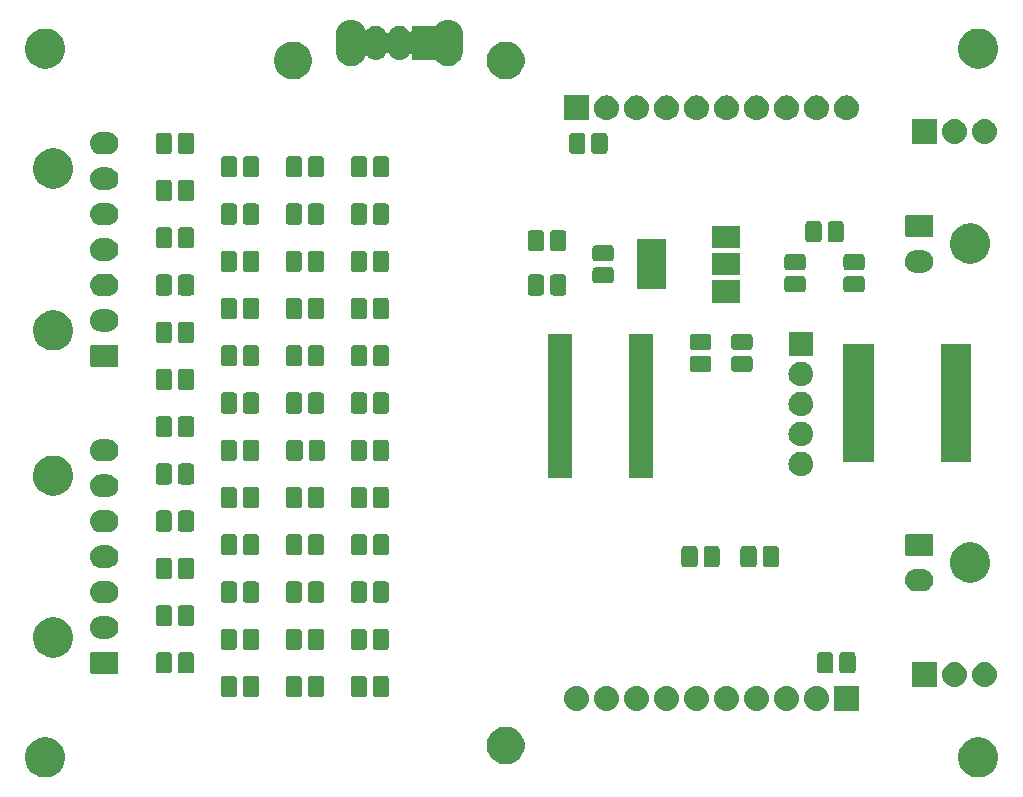
<source format=gbr>
%TF.GenerationSoftware,KiCad,Pcbnew,(5.1.4)-1*%
%TF.CreationDate,2019-10-26T20:50:12-05:00*%
%TF.ProjectId,BPSMinion,4250534d-696e-4696-9f6e-2e6b69636164,rev?*%
%TF.SameCoordinates,Original*%
%TF.FileFunction,Soldermask,Top*%
%TF.FilePolarity,Negative*%
%FSLAX46Y46*%
G04 Gerber Fmt 4.6, Leading zero omitted, Abs format (unit mm)*
G04 Created by KiCad (PCBNEW (5.1.4)-1) date 2019-10-26 20:50:12*
%MOMM*%
%LPD*%
G04 APERTURE LIST*
%ADD10C,0.100000*%
G04 APERTURE END LIST*
D10*
G36*
X177331653Y-111332665D02*
G01*
X177495872Y-111365330D01*
X177805252Y-111493479D01*
X178083687Y-111679523D01*
X178320477Y-111916313D01*
X178506521Y-112194748D01*
X178634670Y-112504128D01*
X178700000Y-112832565D01*
X178700000Y-113167435D01*
X178634670Y-113495872D01*
X178506521Y-113805252D01*
X178320477Y-114083687D01*
X178083687Y-114320477D01*
X177805252Y-114506521D01*
X177495872Y-114634670D01*
X177331653Y-114667335D01*
X177167437Y-114700000D01*
X176832563Y-114700000D01*
X176668347Y-114667335D01*
X176504128Y-114634670D01*
X176194748Y-114506521D01*
X175916313Y-114320477D01*
X175679523Y-114083687D01*
X175493479Y-113805252D01*
X175365330Y-113495872D01*
X175300000Y-113167435D01*
X175300000Y-112832565D01*
X175365330Y-112504128D01*
X175493479Y-112194748D01*
X175679523Y-111916313D01*
X175916313Y-111679523D01*
X176194748Y-111493479D01*
X176504128Y-111365330D01*
X176668347Y-111332665D01*
X176832563Y-111300000D01*
X177167437Y-111300000D01*
X177331653Y-111332665D01*
X177331653Y-111332665D01*
G37*
G36*
X98331653Y-111332665D02*
G01*
X98495872Y-111365330D01*
X98805252Y-111493479D01*
X99083687Y-111679523D01*
X99320477Y-111916313D01*
X99506521Y-112194748D01*
X99634670Y-112504128D01*
X99700000Y-112832565D01*
X99700000Y-113167435D01*
X99634670Y-113495872D01*
X99506521Y-113805252D01*
X99320477Y-114083687D01*
X99083687Y-114320477D01*
X98805252Y-114506521D01*
X98495872Y-114634670D01*
X98331653Y-114667335D01*
X98167437Y-114700000D01*
X97832563Y-114700000D01*
X97668347Y-114667335D01*
X97504128Y-114634670D01*
X97194748Y-114506521D01*
X96916313Y-114320477D01*
X96679523Y-114083687D01*
X96493479Y-113805252D01*
X96365330Y-113495872D01*
X96300000Y-113167435D01*
X96300000Y-112832565D01*
X96365330Y-112504128D01*
X96493479Y-112194748D01*
X96679523Y-111916313D01*
X96916313Y-111679523D01*
X97194748Y-111493479D01*
X97504128Y-111365330D01*
X97668347Y-111332665D01*
X97832563Y-111300000D01*
X98167437Y-111300000D01*
X98331653Y-111332665D01*
X98331653Y-111332665D01*
G37*
G36*
X137466703Y-110461486D02*
G01*
X137757883Y-110582097D01*
X138019940Y-110757198D01*
X138242802Y-110980060D01*
X138417903Y-111242117D01*
X138538514Y-111533297D01*
X138600000Y-111842412D01*
X138600000Y-112157588D01*
X138538514Y-112466703D01*
X138417903Y-112757883D01*
X138242802Y-113019940D01*
X138019940Y-113242802D01*
X137757883Y-113417903D01*
X137466703Y-113538514D01*
X137157588Y-113600000D01*
X136842412Y-113600000D01*
X136533297Y-113538514D01*
X136242117Y-113417903D01*
X135980060Y-113242802D01*
X135757198Y-113019940D01*
X135582097Y-112757883D01*
X135461486Y-112466703D01*
X135400000Y-112157588D01*
X135400000Y-111842412D01*
X135461486Y-111533297D01*
X135582097Y-111242117D01*
X135757198Y-110980060D01*
X135980060Y-110757198D01*
X136242117Y-110582097D01*
X136533297Y-110461486D01*
X136842412Y-110400000D01*
X137157588Y-110400000D01*
X137466703Y-110461486D01*
X137466703Y-110461486D01*
G37*
G36*
X143128707Y-106957597D02*
G01*
X143205836Y-106965193D01*
X143403762Y-107025233D01*
X143403765Y-107025234D01*
X143586170Y-107122732D01*
X143746055Y-107253945D01*
X143877268Y-107413830D01*
X143974766Y-107596235D01*
X143974767Y-107596238D01*
X144034807Y-107794164D01*
X144055080Y-108000000D01*
X144034807Y-108205836D01*
X143974767Y-108403762D01*
X143974766Y-108403765D01*
X143877268Y-108586170D01*
X143746055Y-108746055D01*
X143586170Y-108877268D01*
X143403765Y-108974766D01*
X143403762Y-108974767D01*
X143205836Y-109034807D01*
X143128707Y-109042403D01*
X143051580Y-109050000D01*
X142948420Y-109050000D01*
X142871293Y-109042403D01*
X142794164Y-109034807D01*
X142596238Y-108974767D01*
X142596235Y-108974766D01*
X142413830Y-108877268D01*
X142253945Y-108746055D01*
X142122732Y-108586170D01*
X142025234Y-108403765D01*
X142025233Y-108403762D01*
X141965193Y-108205836D01*
X141944920Y-108000000D01*
X141965193Y-107794164D01*
X142025233Y-107596238D01*
X142025234Y-107596235D01*
X142122732Y-107413830D01*
X142253945Y-107253945D01*
X142413830Y-107122732D01*
X142596235Y-107025234D01*
X142596238Y-107025233D01*
X142794164Y-106965193D01*
X142871293Y-106957597D01*
X142948420Y-106950000D01*
X143051580Y-106950000D01*
X143128707Y-106957597D01*
X143128707Y-106957597D01*
G37*
G36*
X166910000Y-109050000D02*
G01*
X164810000Y-109050000D01*
X164810000Y-106950000D01*
X166910000Y-106950000D01*
X166910000Y-109050000D01*
X166910000Y-109050000D01*
G37*
G36*
X163448707Y-106957597D02*
G01*
X163525836Y-106965193D01*
X163723762Y-107025233D01*
X163723765Y-107025234D01*
X163906170Y-107122732D01*
X164066055Y-107253945D01*
X164197268Y-107413830D01*
X164294766Y-107596235D01*
X164294767Y-107596238D01*
X164354807Y-107794164D01*
X164375080Y-108000000D01*
X164354807Y-108205836D01*
X164294767Y-108403762D01*
X164294766Y-108403765D01*
X164197268Y-108586170D01*
X164066055Y-108746055D01*
X163906170Y-108877268D01*
X163723765Y-108974766D01*
X163723762Y-108974767D01*
X163525836Y-109034807D01*
X163448707Y-109042403D01*
X163371580Y-109050000D01*
X163268420Y-109050000D01*
X163191293Y-109042403D01*
X163114164Y-109034807D01*
X162916238Y-108974767D01*
X162916235Y-108974766D01*
X162733830Y-108877268D01*
X162573945Y-108746055D01*
X162442732Y-108586170D01*
X162345234Y-108403765D01*
X162345233Y-108403762D01*
X162285193Y-108205836D01*
X162264920Y-108000000D01*
X162285193Y-107794164D01*
X162345233Y-107596238D01*
X162345234Y-107596235D01*
X162442732Y-107413830D01*
X162573945Y-107253945D01*
X162733830Y-107122732D01*
X162916235Y-107025234D01*
X162916238Y-107025233D01*
X163114164Y-106965193D01*
X163191293Y-106957597D01*
X163268420Y-106950000D01*
X163371580Y-106950000D01*
X163448707Y-106957597D01*
X163448707Y-106957597D01*
G37*
G36*
X160908707Y-106957597D02*
G01*
X160985836Y-106965193D01*
X161183762Y-107025233D01*
X161183765Y-107025234D01*
X161366170Y-107122732D01*
X161526055Y-107253945D01*
X161657268Y-107413830D01*
X161754766Y-107596235D01*
X161754767Y-107596238D01*
X161814807Y-107794164D01*
X161835080Y-108000000D01*
X161814807Y-108205836D01*
X161754767Y-108403762D01*
X161754766Y-108403765D01*
X161657268Y-108586170D01*
X161526055Y-108746055D01*
X161366170Y-108877268D01*
X161183765Y-108974766D01*
X161183762Y-108974767D01*
X160985836Y-109034807D01*
X160908707Y-109042403D01*
X160831580Y-109050000D01*
X160728420Y-109050000D01*
X160651293Y-109042403D01*
X160574164Y-109034807D01*
X160376238Y-108974767D01*
X160376235Y-108974766D01*
X160193830Y-108877268D01*
X160033945Y-108746055D01*
X159902732Y-108586170D01*
X159805234Y-108403765D01*
X159805233Y-108403762D01*
X159745193Y-108205836D01*
X159724920Y-108000000D01*
X159745193Y-107794164D01*
X159805233Y-107596238D01*
X159805234Y-107596235D01*
X159902732Y-107413830D01*
X160033945Y-107253945D01*
X160193830Y-107122732D01*
X160376235Y-107025234D01*
X160376238Y-107025233D01*
X160574164Y-106965193D01*
X160651293Y-106957597D01*
X160728420Y-106950000D01*
X160831580Y-106950000D01*
X160908707Y-106957597D01*
X160908707Y-106957597D01*
G37*
G36*
X158368707Y-106957597D02*
G01*
X158445836Y-106965193D01*
X158643762Y-107025233D01*
X158643765Y-107025234D01*
X158826170Y-107122732D01*
X158986055Y-107253945D01*
X159117268Y-107413830D01*
X159214766Y-107596235D01*
X159214767Y-107596238D01*
X159274807Y-107794164D01*
X159295080Y-108000000D01*
X159274807Y-108205836D01*
X159214767Y-108403762D01*
X159214766Y-108403765D01*
X159117268Y-108586170D01*
X158986055Y-108746055D01*
X158826170Y-108877268D01*
X158643765Y-108974766D01*
X158643762Y-108974767D01*
X158445836Y-109034807D01*
X158368707Y-109042403D01*
X158291580Y-109050000D01*
X158188420Y-109050000D01*
X158111293Y-109042403D01*
X158034164Y-109034807D01*
X157836238Y-108974767D01*
X157836235Y-108974766D01*
X157653830Y-108877268D01*
X157493945Y-108746055D01*
X157362732Y-108586170D01*
X157265234Y-108403765D01*
X157265233Y-108403762D01*
X157205193Y-108205836D01*
X157184920Y-108000000D01*
X157205193Y-107794164D01*
X157265233Y-107596238D01*
X157265234Y-107596235D01*
X157362732Y-107413830D01*
X157493945Y-107253945D01*
X157653830Y-107122732D01*
X157836235Y-107025234D01*
X157836238Y-107025233D01*
X158034164Y-106965193D01*
X158111293Y-106957597D01*
X158188420Y-106950000D01*
X158291580Y-106950000D01*
X158368707Y-106957597D01*
X158368707Y-106957597D01*
G37*
G36*
X153288707Y-106957597D02*
G01*
X153365836Y-106965193D01*
X153563762Y-107025233D01*
X153563765Y-107025234D01*
X153746170Y-107122732D01*
X153906055Y-107253945D01*
X154037268Y-107413830D01*
X154134766Y-107596235D01*
X154134767Y-107596238D01*
X154194807Y-107794164D01*
X154215080Y-108000000D01*
X154194807Y-108205836D01*
X154134767Y-108403762D01*
X154134766Y-108403765D01*
X154037268Y-108586170D01*
X153906055Y-108746055D01*
X153746170Y-108877268D01*
X153563765Y-108974766D01*
X153563762Y-108974767D01*
X153365836Y-109034807D01*
X153288707Y-109042403D01*
X153211580Y-109050000D01*
X153108420Y-109050000D01*
X153031293Y-109042403D01*
X152954164Y-109034807D01*
X152756238Y-108974767D01*
X152756235Y-108974766D01*
X152573830Y-108877268D01*
X152413945Y-108746055D01*
X152282732Y-108586170D01*
X152185234Y-108403765D01*
X152185233Y-108403762D01*
X152125193Y-108205836D01*
X152104920Y-108000000D01*
X152125193Y-107794164D01*
X152185233Y-107596238D01*
X152185234Y-107596235D01*
X152282732Y-107413830D01*
X152413945Y-107253945D01*
X152573830Y-107122732D01*
X152756235Y-107025234D01*
X152756238Y-107025233D01*
X152954164Y-106965193D01*
X153031293Y-106957597D01*
X153108420Y-106950000D01*
X153211580Y-106950000D01*
X153288707Y-106957597D01*
X153288707Y-106957597D01*
G37*
G36*
X150748707Y-106957597D02*
G01*
X150825836Y-106965193D01*
X151023762Y-107025233D01*
X151023765Y-107025234D01*
X151206170Y-107122732D01*
X151366055Y-107253945D01*
X151497268Y-107413830D01*
X151594766Y-107596235D01*
X151594767Y-107596238D01*
X151654807Y-107794164D01*
X151675080Y-108000000D01*
X151654807Y-108205836D01*
X151594767Y-108403762D01*
X151594766Y-108403765D01*
X151497268Y-108586170D01*
X151366055Y-108746055D01*
X151206170Y-108877268D01*
X151023765Y-108974766D01*
X151023762Y-108974767D01*
X150825836Y-109034807D01*
X150748707Y-109042403D01*
X150671580Y-109050000D01*
X150568420Y-109050000D01*
X150491293Y-109042403D01*
X150414164Y-109034807D01*
X150216238Y-108974767D01*
X150216235Y-108974766D01*
X150033830Y-108877268D01*
X149873945Y-108746055D01*
X149742732Y-108586170D01*
X149645234Y-108403765D01*
X149645233Y-108403762D01*
X149585193Y-108205836D01*
X149564920Y-108000000D01*
X149585193Y-107794164D01*
X149645233Y-107596238D01*
X149645234Y-107596235D01*
X149742732Y-107413830D01*
X149873945Y-107253945D01*
X150033830Y-107122732D01*
X150216235Y-107025234D01*
X150216238Y-107025233D01*
X150414164Y-106965193D01*
X150491293Y-106957597D01*
X150568420Y-106950000D01*
X150671580Y-106950000D01*
X150748707Y-106957597D01*
X150748707Y-106957597D01*
G37*
G36*
X148208707Y-106957597D02*
G01*
X148285836Y-106965193D01*
X148483762Y-107025233D01*
X148483765Y-107025234D01*
X148666170Y-107122732D01*
X148826055Y-107253945D01*
X148957268Y-107413830D01*
X149054766Y-107596235D01*
X149054767Y-107596238D01*
X149114807Y-107794164D01*
X149135080Y-108000000D01*
X149114807Y-108205836D01*
X149054767Y-108403762D01*
X149054766Y-108403765D01*
X148957268Y-108586170D01*
X148826055Y-108746055D01*
X148666170Y-108877268D01*
X148483765Y-108974766D01*
X148483762Y-108974767D01*
X148285836Y-109034807D01*
X148208707Y-109042403D01*
X148131580Y-109050000D01*
X148028420Y-109050000D01*
X147951293Y-109042403D01*
X147874164Y-109034807D01*
X147676238Y-108974767D01*
X147676235Y-108974766D01*
X147493830Y-108877268D01*
X147333945Y-108746055D01*
X147202732Y-108586170D01*
X147105234Y-108403765D01*
X147105233Y-108403762D01*
X147045193Y-108205836D01*
X147024920Y-108000000D01*
X147045193Y-107794164D01*
X147105233Y-107596238D01*
X147105234Y-107596235D01*
X147202732Y-107413830D01*
X147333945Y-107253945D01*
X147493830Y-107122732D01*
X147676235Y-107025234D01*
X147676238Y-107025233D01*
X147874164Y-106965193D01*
X147951293Y-106957597D01*
X148028420Y-106950000D01*
X148131580Y-106950000D01*
X148208707Y-106957597D01*
X148208707Y-106957597D01*
G37*
G36*
X145668707Y-106957597D02*
G01*
X145745836Y-106965193D01*
X145943762Y-107025233D01*
X145943765Y-107025234D01*
X146126170Y-107122732D01*
X146286055Y-107253945D01*
X146417268Y-107413830D01*
X146514766Y-107596235D01*
X146514767Y-107596238D01*
X146574807Y-107794164D01*
X146595080Y-108000000D01*
X146574807Y-108205836D01*
X146514767Y-108403762D01*
X146514766Y-108403765D01*
X146417268Y-108586170D01*
X146286055Y-108746055D01*
X146126170Y-108877268D01*
X145943765Y-108974766D01*
X145943762Y-108974767D01*
X145745836Y-109034807D01*
X145668707Y-109042403D01*
X145591580Y-109050000D01*
X145488420Y-109050000D01*
X145411293Y-109042403D01*
X145334164Y-109034807D01*
X145136238Y-108974767D01*
X145136235Y-108974766D01*
X144953830Y-108877268D01*
X144793945Y-108746055D01*
X144662732Y-108586170D01*
X144565234Y-108403765D01*
X144565233Y-108403762D01*
X144505193Y-108205836D01*
X144484920Y-108000000D01*
X144505193Y-107794164D01*
X144565233Y-107596238D01*
X144565234Y-107596235D01*
X144662732Y-107413830D01*
X144793945Y-107253945D01*
X144953830Y-107122732D01*
X145136235Y-107025234D01*
X145136238Y-107025233D01*
X145334164Y-106965193D01*
X145411293Y-106957597D01*
X145488420Y-106950000D01*
X145591580Y-106950000D01*
X145668707Y-106957597D01*
X145668707Y-106957597D01*
G37*
G36*
X155828707Y-106957597D02*
G01*
X155905836Y-106965193D01*
X156103762Y-107025233D01*
X156103765Y-107025234D01*
X156286170Y-107122732D01*
X156446055Y-107253945D01*
X156577268Y-107413830D01*
X156674766Y-107596235D01*
X156674767Y-107596238D01*
X156734807Y-107794164D01*
X156755080Y-108000000D01*
X156734807Y-108205836D01*
X156674767Y-108403762D01*
X156674766Y-108403765D01*
X156577268Y-108586170D01*
X156446055Y-108746055D01*
X156286170Y-108877268D01*
X156103765Y-108974766D01*
X156103762Y-108974767D01*
X155905836Y-109034807D01*
X155828707Y-109042403D01*
X155751580Y-109050000D01*
X155648420Y-109050000D01*
X155571293Y-109042403D01*
X155494164Y-109034807D01*
X155296238Y-108974767D01*
X155296235Y-108974766D01*
X155113830Y-108877268D01*
X154953945Y-108746055D01*
X154822732Y-108586170D01*
X154725234Y-108403765D01*
X154725233Y-108403762D01*
X154665193Y-108205836D01*
X154644920Y-108000000D01*
X154665193Y-107794164D01*
X154725233Y-107596238D01*
X154725234Y-107596235D01*
X154822732Y-107413830D01*
X154953945Y-107253945D01*
X155113830Y-107122732D01*
X155296235Y-107025234D01*
X155296238Y-107025233D01*
X155494164Y-106965193D01*
X155571293Y-106957597D01*
X155648420Y-106950000D01*
X155751580Y-106950000D01*
X155828707Y-106957597D01*
X155828707Y-106957597D01*
G37*
G36*
X121398499Y-106105997D02*
G01*
X121451147Y-106121968D01*
X121499668Y-106147902D01*
X121542195Y-106182805D01*
X121577098Y-106225332D01*
X121603032Y-106273853D01*
X121619003Y-106326501D01*
X121625000Y-106387390D01*
X121625000Y-107612610D01*
X121619003Y-107673499D01*
X121603032Y-107726147D01*
X121577098Y-107774668D01*
X121542195Y-107817195D01*
X121499668Y-107852098D01*
X121451147Y-107878032D01*
X121398499Y-107894003D01*
X121337610Y-107900000D01*
X120537390Y-107900000D01*
X120476501Y-107894003D01*
X120423853Y-107878032D01*
X120375332Y-107852098D01*
X120332805Y-107817195D01*
X120297902Y-107774668D01*
X120271968Y-107726147D01*
X120255997Y-107673499D01*
X120250000Y-107612610D01*
X120250000Y-106387390D01*
X120255997Y-106326501D01*
X120271968Y-106273853D01*
X120297902Y-106225332D01*
X120332805Y-106182805D01*
X120375332Y-106147902D01*
X120423853Y-106121968D01*
X120476501Y-106105997D01*
X120537390Y-106100000D01*
X121337610Y-106100000D01*
X121398499Y-106105997D01*
X121398499Y-106105997D01*
G37*
G36*
X115898499Y-106105997D02*
G01*
X115951147Y-106121968D01*
X115999668Y-106147902D01*
X116042195Y-106182805D01*
X116077098Y-106225332D01*
X116103032Y-106273853D01*
X116119003Y-106326501D01*
X116125000Y-106387390D01*
X116125000Y-107612610D01*
X116119003Y-107673499D01*
X116103032Y-107726147D01*
X116077098Y-107774668D01*
X116042195Y-107817195D01*
X115999668Y-107852098D01*
X115951147Y-107878032D01*
X115898499Y-107894003D01*
X115837610Y-107900000D01*
X115037390Y-107900000D01*
X114976501Y-107894003D01*
X114923853Y-107878032D01*
X114875332Y-107852098D01*
X114832805Y-107817195D01*
X114797902Y-107774668D01*
X114771968Y-107726147D01*
X114755997Y-107673499D01*
X114750000Y-107612610D01*
X114750000Y-106387390D01*
X114755997Y-106326501D01*
X114771968Y-106273853D01*
X114797902Y-106225332D01*
X114832805Y-106182805D01*
X114875332Y-106147902D01*
X114923853Y-106121968D01*
X114976501Y-106105997D01*
X115037390Y-106100000D01*
X115837610Y-106100000D01*
X115898499Y-106105997D01*
X115898499Y-106105997D01*
G37*
G36*
X119523499Y-106105997D02*
G01*
X119576147Y-106121968D01*
X119624668Y-106147902D01*
X119667195Y-106182805D01*
X119702098Y-106225332D01*
X119728032Y-106273853D01*
X119744003Y-106326501D01*
X119750000Y-106387390D01*
X119750000Y-107612610D01*
X119744003Y-107673499D01*
X119728032Y-107726147D01*
X119702098Y-107774668D01*
X119667195Y-107817195D01*
X119624668Y-107852098D01*
X119576147Y-107878032D01*
X119523499Y-107894003D01*
X119462610Y-107900000D01*
X118662390Y-107900000D01*
X118601501Y-107894003D01*
X118548853Y-107878032D01*
X118500332Y-107852098D01*
X118457805Y-107817195D01*
X118422902Y-107774668D01*
X118396968Y-107726147D01*
X118380997Y-107673499D01*
X118375000Y-107612610D01*
X118375000Y-106387390D01*
X118380997Y-106326501D01*
X118396968Y-106273853D01*
X118422902Y-106225332D01*
X118457805Y-106182805D01*
X118500332Y-106147902D01*
X118548853Y-106121968D01*
X118601501Y-106105997D01*
X118662390Y-106100000D01*
X119462610Y-106100000D01*
X119523499Y-106105997D01*
X119523499Y-106105997D01*
G37*
G36*
X126898499Y-106105997D02*
G01*
X126951147Y-106121968D01*
X126999668Y-106147902D01*
X127042195Y-106182805D01*
X127077098Y-106225332D01*
X127103032Y-106273853D01*
X127119003Y-106326501D01*
X127125000Y-106387390D01*
X127125000Y-107612610D01*
X127119003Y-107673499D01*
X127103032Y-107726147D01*
X127077098Y-107774668D01*
X127042195Y-107817195D01*
X126999668Y-107852098D01*
X126951147Y-107878032D01*
X126898499Y-107894003D01*
X126837610Y-107900000D01*
X126037390Y-107900000D01*
X125976501Y-107894003D01*
X125923853Y-107878032D01*
X125875332Y-107852098D01*
X125832805Y-107817195D01*
X125797902Y-107774668D01*
X125771968Y-107726147D01*
X125755997Y-107673499D01*
X125750000Y-107612610D01*
X125750000Y-106387390D01*
X125755997Y-106326501D01*
X125771968Y-106273853D01*
X125797902Y-106225332D01*
X125832805Y-106182805D01*
X125875332Y-106147902D01*
X125923853Y-106121968D01*
X125976501Y-106105997D01*
X126037390Y-106100000D01*
X126837610Y-106100000D01*
X126898499Y-106105997D01*
X126898499Y-106105997D01*
G37*
G36*
X125023499Y-106105997D02*
G01*
X125076147Y-106121968D01*
X125124668Y-106147902D01*
X125167195Y-106182805D01*
X125202098Y-106225332D01*
X125228032Y-106273853D01*
X125244003Y-106326501D01*
X125250000Y-106387390D01*
X125250000Y-107612610D01*
X125244003Y-107673499D01*
X125228032Y-107726147D01*
X125202098Y-107774668D01*
X125167195Y-107817195D01*
X125124668Y-107852098D01*
X125076147Y-107878032D01*
X125023499Y-107894003D01*
X124962610Y-107900000D01*
X124162390Y-107900000D01*
X124101501Y-107894003D01*
X124048853Y-107878032D01*
X124000332Y-107852098D01*
X123957805Y-107817195D01*
X123922902Y-107774668D01*
X123896968Y-107726147D01*
X123880997Y-107673499D01*
X123875000Y-107612610D01*
X123875000Y-106387390D01*
X123880997Y-106326501D01*
X123896968Y-106273853D01*
X123922902Y-106225332D01*
X123957805Y-106182805D01*
X124000332Y-106147902D01*
X124048853Y-106121968D01*
X124101501Y-106105997D01*
X124162390Y-106100000D01*
X124962610Y-106100000D01*
X125023499Y-106105997D01*
X125023499Y-106105997D01*
G37*
G36*
X114023499Y-106105997D02*
G01*
X114076147Y-106121968D01*
X114124668Y-106147902D01*
X114167195Y-106182805D01*
X114202098Y-106225332D01*
X114228032Y-106273853D01*
X114244003Y-106326501D01*
X114250000Y-106387390D01*
X114250000Y-107612610D01*
X114244003Y-107673499D01*
X114228032Y-107726147D01*
X114202098Y-107774668D01*
X114167195Y-107817195D01*
X114124668Y-107852098D01*
X114076147Y-107878032D01*
X114023499Y-107894003D01*
X113962610Y-107900000D01*
X113162390Y-107900000D01*
X113101501Y-107894003D01*
X113048853Y-107878032D01*
X113000332Y-107852098D01*
X112957805Y-107817195D01*
X112922902Y-107774668D01*
X112896968Y-107726147D01*
X112880997Y-107673499D01*
X112875000Y-107612610D01*
X112875000Y-106387390D01*
X112880997Y-106326501D01*
X112896968Y-106273853D01*
X112922902Y-106225332D01*
X112957805Y-106182805D01*
X113000332Y-106147902D01*
X113048853Y-106121968D01*
X113101501Y-106105997D01*
X113162390Y-106100000D01*
X113962610Y-106100000D01*
X114023499Y-106105997D01*
X114023499Y-106105997D01*
G37*
G36*
X177668707Y-104957596D02*
G01*
X177745836Y-104965193D01*
X177943762Y-105025233D01*
X177943765Y-105025234D01*
X178126170Y-105122732D01*
X178286055Y-105253945D01*
X178417268Y-105413830D01*
X178514766Y-105596235D01*
X178514767Y-105596238D01*
X178574807Y-105794164D01*
X178595080Y-106000000D01*
X178574807Y-106205836D01*
X178554174Y-106273853D01*
X178514766Y-106403765D01*
X178417268Y-106586170D01*
X178286055Y-106746055D01*
X178126170Y-106877268D01*
X177943765Y-106974766D01*
X177943762Y-106974767D01*
X177745836Y-107034807D01*
X177668707Y-107042404D01*
X177591580Y-107050000D01*
X177488420Y-107050000D01*
X177411293Y-107042404D01*
X177334164Y-107034807D01*
X177136238Y-106974767D01*
X177136235Y-106974766D01*
X176953830Y-106877268D01*
X176793945Y-106746055D01*
X176662732Y-106586170D01*
X176565234Y-106403765D01*
X176525826Y-106273853D01*
X176505193Y-106205836D01*
X176484920Y-106000000D01*
X176505193Y-105794164D01*
X176565233Y-105596238D01*
X176565234Y-105596235D01*
X176662732Y-105413830D01*
X176793945Y-105253945D01*
X176953830Y-105122732D01*
X177136235Y-105025234D01*
X177136238Y-105025233D01*
X177334164Y-104965193D01*
X177411293Y-104957596D01*
X177488420Y-104950000D01*
X177591580Y-104950000D01*
X177668707Y-104957596D01*
X177668707Y-104957596D01*
G37*
G36*
X173510000Y-107050000D02*
G01*
X171410000Y-107050000D01*
X171410000Y-104950000D01*
X173510000Y-104950000D01*
X173510000Y-107050000D01*
X173510000Y-107050000D01*
G37*
G36*
X175128707Y-104957596D02*
G01*
X175205836Y-104965193D01*
X175403762Y-105025233D01*
X175403765Y-105025234D01*
X175586170Y-105122732D01*
X175746055Y-105253945D01*
X175877268Y-105413830D01*
X175974766Y-105596235D01*
X175974767Y-105596238D01*
X176034807Y-105794164D01*
X176055080Y-106000000D01*
X176034807Y-106205836D01*
X176014174Y-106273853D01*
X175974766Y-106403765D01*
X175877268Y-106586170D01*
X175746055Y-106746055D01*
X175586170Y-106877268D01*
X175403765Y-106974766D01*
X175403762Y-106974767D01*
X175205836Y-107034807D01*
X175128707Y-107042404D01*
X175051580Y-107050000D01*
X174948420Y-107050000D01*
X174871293Y-107042404D01*
X174794164Y-107034807D01*
X174596238Y-106974767D01*
X174596235Y-106974766D01*
X174413830Y-106877268D01*
X174253945Y-106746055D01*
X174122732Y-106586170D01*
X174025234Y-106403765D01*
X173985826Y-106273853D01*
X173965193Y-106205836D01*
X173944920Y-106000000D01*
X173965193Y-105794164D01*
X174025233Y-105596238D01*
X174025234Y-105596235D01*
X174122732Y-105413830D01*
X174253945Y-105253945D01*
X174413830Y-105122732D01*
X174596235Y-105025234D01*
X174596238Y-105025233D01*
X174794164Y-104965193D01*
X174871293Y-104957596D01*
X174948420Y-104950000D01*
X175051580Y-104950000D01*
X175128707Y-104957596D01*
X175128707Y-104957596D01*
G37*
G36*
X104022067Y-104055076D02*
G01*
X104065728Y-104068320D01*
X104105964Y-104089827D01*
X104141231Y-104118769D01*
X104170173Y-104154036D01*
X104191680Y-104194272D01*
X104204924Y-104237933D01*
X104210000Y-104289474D01*
X104210000Y-105710526D01*
X104204924Y-105762067D01*
X104191680Y-105805728D01*
X104170173Y-105845964D01*
X104141231Y-105881231D01*
X104105964Y-105910173D01*
X104065728Y-105931680D01*
X104022067Y-105944924D01*
X103970526Y-105950000D01*
X102029474Y-105950000D01*
X101977933Y-105944924D01*
X101934272Y-105931680D01*
X101894036Y-105910173D01*
X101858769Y-105881231D01*
X101829827Y-105845964D01*
X101808320Y-105805728D01*
X101795076Y-105762067D01*
X101790000Y-105710526D01*
X101790000Y-104289474D01*
X101795076Y-104237933D01*
X101808320Y-104194272D01*
X101829827Y-104154036D01*
X101858769Y-104118769D01*
X101894036Y-104089827D01*
X101934272Y-104068320D01*
X101977933Y-104055076D01*
X102029474Y-104050000D01*
X103970526Y-104050000D01*
X104022067Y-104055076D01*
X104022067Y-104055076D01*
G37*
G36*
X164523499Y-104105997D02*
G01*
X164576147Y-104121968D01*
X164624668Y-104147902D01*
X164667195Y-104182805D01*
X164702098Y-104225332D01*
X164728032Y-104273853D01*
X164744003Y-104326501D01*
X164750000Y-104387390D01*
X164750000Y-105612610D01*
X164744003Y-105673499D01*
X164728032Y-105726147D01*
X164702098Y-105774668D01*
X164667195Y-105817195D01*
X164624668Y-105852098D01*
X164576147Y-105878032D01*
X164523499Y-105894003D01*
X164462610Y-105900000D01*
X163662390Y-105900000D01*
X163601501Y-105894003D01*
X163548853Y-105878032D01*
X163500332Y-105852098D01*
X163457805Y-105817195D01*
X163422902Y-105774668D01*
X163396968Y-105726147D01*
X163380997Y-105673499D01*
X163375000Y-105612610D01*
X163375000Y-104387390D01*
X163380997Y-104326501D01*
X163396968Y-104273853D01*
X163422902Y-104225332D01*
X163457805Y-104182805D01*
X163500332Y-104147902D01*
X163548853Y-104121968D01*
X163601501Y-104105997D01*
X163662390Y-104100000D01*
X164462610Y-104100000D01*
X164523499Y-104105997D01*
X164523499Y-104105997D01*
G37*
G36*
X166398499Y-104105997D02*
G01*
X166451147Y-104121968D01*
X166499668Y-104147902D01*
X166542195Y-104182805D01*
X166577098Y-104225332D01*
X166603032Y-104273853D01*
X166619003Y-104326501D01*
X166625000Y-104387390D01*
X166625000Y-105612610D01*
X166619003Y-105673499D01*
X166603032Y-105726147D01*
X166577098Y-105774668D01*
X166542195Y-105817195D01*
X166499668Y-105852098D01*
X166451147Y-105878032D01*
X166398499Y-105894003D01*
X166337610Y-105900000D01*
X165537390Y-105900000D01*
X165476501Y-105894003D01*
X165423853Y-105878032D01*
X165375332Y-105852098D01*
X165332805Y-105817195D01*
X165297902Y-105774668D01*
X165271968Y-105726147D01*
X165255997Y-105673499D01*
X165250000Y-105612610D01*
X165250000Y-104387390D01*
X165255997Y-104326501D01*
X165271968Y-104273853D01*
X165297902Y-104225332D01*
X165332805Y-104182805D01*
X165375332Y-104147902D01*
X165423853Y-104121968D01*
X165476501Y-104105997D01*
X165537390Y-104100000D01*
X166337610Y-104100000D01*
X166398499Y-104105997D01*
X166398499Y-104105997D01*
G37*
G36*
X110398499Y-104105997D02*
G01*
X110451147Y-104121968D01*
X110499668Y-104147902D01*
X110542195Y-104182805D01*
X110577098Y-104225332D01*
X110603032Y-104273853D01*
X110619003Y-104326501D01*
X110625000Y-104387390D01*
X110625000Y-105612610D01*
X110619003Y-105673499D01*
X110603032Y-105726147D01*
X110577098Y-105774668D01*
X110542195Y-105817195D01*
X110499668Y-105852098D01*
X110451147Y-105878032D01*
X110398499Y-105894003D01*
X110337610Y-105900000D01*
X109537390Y-105900000D01*
X109476501Y-105894003D01*
X109423853Y-105878032D01*
X109375332Y-105852098D01*
X109332805Y-105817195D01*
X109297902Y-105774668D01*
X109271968Y-105726147D01*
X109255997Y-105673499D01*
X109250000Y-105612610D01*
X109250000Y-104387390D01*
X109255997Y-104326501D01*
X109271968Y-104273853D01*
X109297902Y-104225332D01*
X109332805Y-104182805D01*
X109375332Y-104147902D01*
X109423853Y-104121968D01*
X109476501Y-104105997D01*
X109537390Y-104100000D01*
X110337610Y-104100000D01*
X110398499Y-104105997D01*
X110398499Y-104105997D01*
G37*
G36*
X108523499Y-104105997D02*
G01*
X108576147Y-104121968D01*
X108624668Y-104147902D01*
X108667195Y-104182805D01*
X108702098Y-104225332D01*
X108728032Y-104273853D01*
X108744003Y-104326501D01*
X108750000Y-104387390D01*
X108750000Y-105612610D01*
X108744003Y-105673499D01*
X108728032Y-105726147D01*
X108702098Y-105774668D01*
X108667195Y-105817195D01*
X108624668Y-105852098D01*
X108576147Y-105878032D01*
X108523499Y-105894003D01*
X108462610Y-105900000D01*
X107662390Y-105900000D01*
X107601501Y-105894003D01*
X107548853Y-105878032D01*
X107500332Y-105852098D01*
X107457805Y-105817195D01*
X107422902Y-105774668D01*
X107396968Y-105726147D01*
X107380997Y-105673499D01*
X107375000Y-105612610D01*
X107375000Y-104387390D01*
X107380997Y-104326501D01*
X107396968Y-104273853D01*
X107422902Y-104225332D01*
X107457805Y-104182805D01*
X107500332Y-104147902D01*
X107548853Y-104121968D01*
X107601501Y-104105997D01*
X107662390Y-104100000D01*
X108462610Y-104100000D01*
X108523499Y-104105997D01*
X108523499Y-104105997D01*
G37*
G36*
X99011654Y-101182665D02*
G01*
X99175872Y-101215330D01*
X99485252Y-101343479D01*
X99763687Y-101529523D01*
X100000477Y-101766313D01*
X100186521Y-102044748D01*
X100314670Y-102354128D01*
X100316894Y-102365309D01*
X100378496Y-102675001D01*
X100380000Y-102682565D01*
X100380000Y-103017435D01*
X100314670Y-103345872D01*
X100186521Y-103655252D01*
X100000477Y-103933687D01*
X99763687Y-104170477D01*
X99485252Y-104356521D01*
X99175872Y-104484670D01*
X99011653Y-104517335D01*
X98847437Y-104550000D01*
X98512563Y-104550000D01*
X98348347Y-104517335D01*
X98184128Y-104484670D01*
X97874748Y-104356521D01*
X97596313Y-104170477D01*
X97359523Y-103933687D01*
X97173479Y-103655252D01*
X97045330Y-103345872D01*
X96980000Y-103017435D01*
X96980000Y-102682565D01*
X96981505Y-102675001D01*
X97043106Y-102365309D01*
X97045330Y-102354128D01*
X97173479Y-102044748D01*
X97359523Y-101766313D01*
X97596313Y-101529523D01*
X97874748Y-101343479D01*
X98184128Y-101215330D01*
X98348346Y-101182665D01*
X98512563Y-101150000D01*
X98847437Y-101150000D01*
X99011654Y-101182665D01*
X99011654Y-101182665D01*
G37*
G36*
X121398499Y-102105997D02*
G01*
X121451147Y-102121968D01*
X121499668Y-102147902D01*
X121542195Y-102182805D01*
X121577098Y-102225332D01*
X121603032Y-102273853D01*
X121619003Y-102326501D01*
X121625000Y-102387390D01*
X121625000Y-103612610D01*
X121619003Y-103673499D01*
X121603032Y-103726147D01*
X121577098Y-103774668D01*
X121542195Y-103817195D01*
X121499668Y-103852098D01*
X121451147Y-103878032D01*
X121398499Y-103894003D01*
X121337610Y-103900000D01*
X120537390Y-103900000D01*
X120476501Y-103894003D01*
X120423853Y-103878032D01*
X120375332Y-103852098D01*
X120332805Y-103817195D01*
X120297902Y-103774668D01*
X120271968Y-103726147D01*
X120255997Y-103673499D01*
X120250000Y-103612610D01*
X120250000Y-102387390D01*
X120255997Y-102326501D01*
X120271968Y-102273853D01*
X120297902Y-102225332D01*
X120332805Y-102182805D01*
X120375332Y-102147902D01*
X120423853Y-102121968D01*
X120476501Y-102105997D01*
X120537390Y-102100000D01*
X121337610Y-102100000D01*
X121398499Y-102105997D01*
X121398499Y-102105997D01*
G37*
G36*
X125023499Y-102105997D02*
G01*
X125076147Y-102121968D01*
X125124668Y-102147902D01*
X125167195Y-102182805D01*
X125202098Y-102225332D01*
X125228032Y-102273853D01*
X125244003Y-102326501D01*
X125250000Y-102387390D01*
X125250000Y-103612610D01*
X125244003Y-103673499D01*
X125228032Y-103726147D01*
X125202098Y-103774668D01*
X125167195Y-103817195D01*
X125124668Y-103852098D01*
X125076147Y-103878032D01*
X125023499Y-103894003D01*
X124962610Y-103900000D01*
X124162390Y-103900000D01*
X124101501Y-103894003D01*
X124048853Y-103878032D01*
X124000332Y-103852098D01*
X123957805Y-103817195D01*
X123922902Y-103774668D01*
X123896968Y-103726147D01*
X123880997Y-103673499D01*
X123875000Y-103612610D01*
X123875000Y-102387390D01*
X123880997Y-102326501D01*
X123896968Y-102273853D01*
X123922902Y-102225332D01*
X123957805Y-102182805D01*
X124000332Y-102147902D01*
X124048853Y-102121968D01*
X124101501Y-102105997D01*
X124162390Y-102100000D01*
X124962610Y-102100000D01*
X125023499Y-102105997D01*
X125023499Y-102105997D01*
G37*
G36*
X119523499Y-102105997D02*
G01*
X119576147Y-102121968D01*
X119624668Y-102147902D01*
X119667195Y-102182805D01*
X119702098Y-102225332D01*
X119728032Y-102273853D01*
X119744003Y-102326501D01*
X119750000Y-102387390D01*
X119750000Y-103612610D01*
X119744003Y-103673499D01*
X119728032Y-103726147D01*
X119702098Y-103774668D01*
X119667195Y-103817195D01*
X119624668Y-103852098D01*
X119576147Y-103878032D01*
X119523499Y-103894003D01*
X119462610Y-103900000D01*
X118662390Y-103900000D01*
X118601501Y-103894003D01*
X118548853Y-103878032D01*
X118500332Y-103852098D01*
X118457805Y-103817195D01*
X118422902Y-103774668D01*
X118396968Y-103726147D01*
X118380997Y-103673499D01*
X118375000Y-103612610D01*
X118375000Y-102387390D01*
X118380997Y-102326501D01*
X118396968Y-102273853D01*
X118422902Y-102225332D01*
X118457805Y-102182805D01*
X118500332Y-102147902D01*
X118548853Y-102121968D01*
X118601501Y-102105997D01*
X118662390Y-102100000D01*
X119462610Y-102100000D01*
X119523499Y-102105997D01*
X119523499Y-102105997D01*
G37*
G36*
X115898499Y-102105997D02*
G01*
X115951147Y-102121968D01*
X115999668Y-102147902D01*
X116042195Y-102182805D01*
X116077098Y-102225332D01*
X116103032Y-102273853D01*
X116119003Y-102326501D01*
X116125000Y-102387390D01*
X116125000Y-103612610D01*
X116119003Y-103673499D01*
X116103032Y-103726147D01*
X116077098Y-103774668D01*
X116042195Y-103817195D01*
X115999668Y-103852098D01*
X115951147Y-103878032D01*
X115898499Y-103894003D01*
X115837610Y-103900000D01*
X115037390Y-103900000D01*
X114976501Y-103894003D01*
X114923853Y-103878032D01*
X114875332Y-103852098D01*
X114832805Y-103817195D01*
X114797902Y-103774668D01*
X114771968Y-103726147D01*
X114755997Y-103673499D01*
X114750000Y-103612610D01*
X114750000Y-102387390D01*
X114755997Y-102326501D01*
X114771968Y-102273853D01*
X114797902Y-102225332D01*
X114832805Y-102182805D01*
X114875332Y-102147902D01*
X114923853Y-102121968D01*
X114976501Y-102105997D01*
X115037390Y-102100000D01*
X115837610Y-102100000D01*
X115898499Y-102105997D01*
X115898499Y-102105997D01*
G37*
G36*
X114023499Y-102105997D02*
G01*
X114076147Y-102121968D01*
X114124668Y-102147902D01*
X114167195Y-102182805D01*
X114202098Y-102225332D01*
X114228032Y-102273853D01*
X114244003Y-102326501D01*
X114250000Y-102387390D01*
X114250000Y-103612610D01*
X114244003Y-103673499D01*
X114228032Y-103726147D01*
X114202098Y-103774668D01*
X114167195Y-103817195D01*
X114124668Y-103852098D01*
X114076147Y-103878032D01*
X114023499Y-103894003D01*
X113962610Y-103900000D01*
X113162390Y-103900000D01*
X113101501Y-103894003D01*
X113048853Y-103878032D01*
X113000332Y-103852098D01*
X112957805Y-103817195D01*
X112922902Y-103774668D01*
X112896968Y-103726147D01*
X112880997Y-103673499D01*
X112875000Y-103612610D01*
X112875000Y-102387390D01*
X112880997Y-102326501D01*
X112896968Y-102273853D01*
X112922902Y-102225332D01*
X112957805Y-102182805D01*
X113000332Y-102147902D01*
X113048853Y-102121968D01*
X113101501Y-102105997D01*
X113162390Y-102100000D01*
X113962610Y-102100000D01*
X114023499Y-102105997D01*
X114023499Y-102105997D01*
G37*
G36*
X126898499Y-102105997D02*
G01*
X126951147Y-102121968D01*
X126999668Y-102147902D01*
X127042195Y-102182805D01*
X127077098Y-102225332D01*
X127103032Y-102273853D01*
X127119003Y-102326501D01*
X127125000Y-102387390D01*
X127125000Y-103612610D01*
X127119003Y-103673499D01*
X127103032Y-103726147D01*
X127077098Y-103774668D01*
X127042195Y-103817195D01*
X126999668Y-103852098D01*
X126951147Y-103878032D01*
X126898499Y-103894003D01*
X126837610Y-103900000D01*
X126037390Y-103900000D01*
X125976501Y-103894003D01*
X125923853Y-103878032D01*
X125875332Y-103852098D01*
X125832805Y-103817195D01*
X125797902Y-103774668D01*
X125771968Y-103726147D01*
X125755997Y-103673499D01*
X125750000Y-103612610D01*
X125750000Y-102387390D01*
X125755997Y-102326501D01*
X125771968Y-102273853D01*
X125797902Y-102225332D01*
X125832805Y-102182805D01*
X125875332Y-102147902D01*
X125923853Y-102121968D01*
X125976501Y-102105997D01*
X126037390Y-102100000D01*
X126837610Y-102100000D01*
X126898499Y-102105997D01*
X126898499Y-102105997D01*
G37*
G36*
X103446232Y-101063746D02*
G01*
X103535770Y-101090907D01*
X103625309Y-101118068D01*
X103685049Y-101150000D01*
X103790345Y-101206282D01*
X103790347Y-101206283D01*
X103790346Y-101206283D01*
X103935002Y-101324998D01*
X104053717Y-101469654D01*
X104141932Y-101634691D01*
X104141932Y-101634692D01*
X104196254Y-101813768D01*
X104214596Y-102000000D01*
X104196254Y-102186232D01*
X104184393Y-102225332D01*
X104141932Y-102365309D01*
X104053717Y-102530346D01*
X103935002Y-102675002D01*
X103803315Y-102783073D01*
X103790345Y-102793718D01*
X103713523Y-102834780D01*
X103625309Y-102881932D01*
X103535770Y-102909093D01*
X103446232Y-102936254D01*
X103376448Y-102943127D01*
X103306666Y-102950000D01*
X102693334Y-102950000D01*
X102623552Y-102943127D01*
X102553768Y-102936254D01*
X102464230Y-102909093D01*
X102374691Y-102881932D01*
X102286477Y-102834780D01*
X102209655Y-102793718D01*
X102196685Y-102783073D01*
X102064998Y-102675002D01*
X101946283Y-102530346D01*
X101858068Y-102365309D01*
X101815607Y-102225332D01*
X101803746Y-102186232D01*
X101785404Y-102000000D01*
X101803746Y-101813768D01*
X101858068Y-101634692D01*
X101858068Y-101634691D01*
X101946283Y-101469654D01*
X102064998Y-101324998D01*
X102209654Y-101206283D01*
X102209653Y-101206283D01*
X102209655Y-101206282D01*
X102314951Y-101150000D01*
X102374691Y-101118068D01*
X102464230Y-101090907D01*
X102553768Y-101063746D01*
X102693334Y-101050000D01*
X103306666Y-101050000D01*
X103446232Y-101063746D01*
X103446232Y-101063746D01*
G37*
G36*
X108523499Y-100105997D02*
G01*
X108576147Y-100121968D01*
X108624668Y-100147902D01*
X108667195Y-100182805D01*
X108702098Y-100225332D01*
X108728032Y-100273853D01*
X108744003Y-100326501D01*
X108750000Y-100387390D01*
X108750000Y-101612610D01*
X108744003Y-101673499D01*
X108728032Y-101726147D01*
X108702098Y-101774668D01*
X108667195Y-101817195D01*
X108624668Y-101852098D01*
X108576147Y-101878032D01*
X108523499Y-101894003D01*
X108462610Y-101900000D01*
X107662390Y-101900000D01*
X107601501Y-101894003D01*
X107548853Y-101878032D01*
X107500332Y-101852098D01*
X107457805Y-101817195D01*
X107422902Y-101774668D01*
X107396968Y-101726147D01*
X107380997Y-101673499D01*
X107375000Y-101612610D01*
X107375000Y-100387390D01*
X107380997Y-100326501D01*
X107396968Y-100273853D01*
X107422902Y-100225332D01*
X107457805Y-100182805D01*
X107500332Y-100147902D01*
X107548853Y-100121968D01*
X107601501Y-100105997D01*
X107662390Y-100100000D01*
X108462610Y-100100000D01*
X108523499Y-100105997D01*
X108523499Y-100105997D01*
G37*
G36*
X110398499Y-100105997D02*
G01*
X110451147Y-100121968D01*
X110499668Y-100147902D01*
X110542195Y-100182805D01*
X110577098Y-100225332D01*
X110603032Y-100273853D01*
X110619003Y-100326501D01*
X110625000Y-100387390D01*
X110625000Y-101612610D01*
X110619003Y-101673499D01*
X110603032Y-101726147D01*
X110577098Y-101774668D01*
X110542195Y-101817195D01*
X110499668Y-101852098D01*
X110451147Y-101878032D01*
X110398499Y-101894003D01*
X110337610Y-101900000D01*
X109537390Y-101900000D01*
X109476501Y-101894003D01*
X109423853Y-101878032D01*
X109375332Y-101852098D01*
X109332805Y-101817195D01*
X109297902Y-101774668D01*
X109271968Y-101726147D01*
X109255997Y-101673499D01*
X109250000Y-101612610D01*
X109250000Y-100387390D01*
X109255997Y-100326501D01*
X109271968Y-100273853D01*
X109297902Y-100225332D01*
X109332805Y-100182805D01*
X109375332Y-100147902D01*
X109423853Y-100121968D01*
X109476501Y-100105997D01*
X109537390Y-100100000D01*
X110337610Y-100100000D01*
X110398499Y-100105997D01*
X110398499Y-100105997D01*
G37*
G36*
X103446232Y-98063746D02*
G01*
X103535770Y-98090907D01*
X103625309Y-98118068D01*
X103713523Y-98165220D01*
X103790345Y-98206282D01*
X103790347Y-98206283D01*
X103790346Y-98206283D01*
X103935002Y-98324998D01*
X104053717Y-98469654D01*
X104141932Y-98634691D01*
X104141932Y-98634692D01*
X104190172Y-98793717D01*
X104196254Y-98813769D01*
X104214596Y-99000000D01*
X104196254Y-99186231D01*
X104141932Y-99365309D01*
X104053717Y-99530346D01*
X103935002Y-99675002D01*
X103813557Y-99774668D01*
X103790345Y-99793718D01*
X103713523Y-99834780D01*
X103625309Y-99881932D01*
X103565746Y-99900000D01*
X103446232Y-99936254D01*
X103306666Y-99950000D01*
X102693334Y-99950000D01*
X102553768Y-99936254D01*
X102434254Y-99900000D01*
X102374691Y-99881932D01*
X102286477Y-99834780D01*
X102209655Y-99793718D01*
X102186443Y-99774668D01*
X102064998Y-99675002D01*
X101946283Y-99530346D01*
X101858068Y-99365309D01*
X101803746Y-99186231D01*
X101785404Y-99000000D01*
X101803746Y-98813769D01*
X101809829Y-98793717D01*
X101858068Y-98634692D01*
X101858068Y-98634691D01*
X101946283Y-98469654D01*
X102064998Y-98324998D01*
X102209654Y-98206283D01*
X102209653Y-98206283D01*
X102209655Y-98206282D01*
X102286477Y-98165220D01*
X102374691Y-98118068D01*
X102464230Y-98090907D01*
X102553768Y-98063746D01*
X102693334Y-98050000D01*
X103306666Y-98050000D01*
X103446232Y-98063746D01*
X103446232Y-98063746D01*
G37*
G36*
X126898499Y-98105997D02*
G01*
X126951147Y-98121968D01*
X126999668Y-98147902D01*
X127042195Y-98182805D01*
X127077098Y-98225332D01*
X127103032Y-98273853D01*
X127119003Y-98326501D01*
X127125000Y-98387390D01*
X127125000Y-99612610D01*
X127119003Y-99673499D01*
X127103032Y-99726147D01*
X127077098Y-99774668D01*
X127042195Y-99817195D01*
X126999668Y-99852098D01*
X126951147Y-99878032D01*
X126898499Y-99894003D01*
X126837610Y-99900000D01*
X126037390Y-99900000D01*
X125976501Y-99894003D01*
X125923853Y-99878032D01*
X125875332Y-99852098D01*
X125832805Y-99817195D01*
X125797902Y-99774668D01*
X125771968Y-99726147D01*
X125755997Y-99673499D01*
X125750000Y-99612610D01*
X125750000Y-98387390D01*
X125755997Y-98326501D01*
X125771968Y-98273853D01*
X125797902Y-98225332D01*
X125832805Y-98182805D01*
X125875332Y-98147902D01*
X125923853Y-98121968D01*
X125976501Y-98105997D01*
X126037390Y-98100000D01*
X126837610Y-98100000D01*
X126898499Y-98105997D01*
X126898499Y-98105997D01*
G37*
G36*
X121398499Y-98105997D02*
G01*
X121451147Y-98121968D01*
X121499668Y-98147902D01*
X121542195Y-98182805D01*
X121577098Y-98225332D01*
X121603032Y-98273853D01*
X121619003Y-98326501D01*
X121625000Y-98387390D01*
X121625000Y-99612610D01*
X121619003Y-99673499D01*
X121603032Y-99726147D01*
X121577098Y-99774668D01*
X121542195Y-99817195D01*
X121499668Y-99852098D01*
X121451147Y-99878032D01*
X121398499Y-99894003D01*
X121337610Y-99900000D01*
X120537390Y-99900000D01*
X120476501Y-99894003D01*
X120423853Y-99878032D01*
X120375332Y-99852098D01*
X120332805Y-99817195D01*
X120297902Y-99774668D01*
X120271968Y-99726147D01*
X120255997Y-99673499D01*
X120250000Y-99612610D01*
X120250000Y-98387390D01*
X120255997Y-98326501D01*
X120271968Y-98273853D01*
X120297902Y-98225332D01*
X120332805Y-98182805D01*
X120375332Y-98147902D01*
X120423853Y-98121968D01*
X120476501Y-98105997D01*
X120537390Y-98100000D01*
X121337610Y-98100000D01*
X121398499Y-98105997D01*
X121398499Y-98105997D01*
G37*
G36*
X119523499Y-98105997D02*
G01*
X119576147Y-98121968D01*
X119624668Y-98147902D01*
X119667195Y-98182805D01*
X119702098Y-98225332D01*
X119728032Y-98273853D01*
X119744003Y-98326501D01*
X119750000Y-98387390D01*
X119750000Y-99612610D01*
X119744003Y-99673499D01*
X119728032Y-99726147D01*
X119702098Y-99774668D01*
X119667195Y-99817195D01*
X119624668Y-99852098D01*
X119576147Y-99878032D01*
X119523499Y-99894003D01*
X119462610Y-99900000D01*
X118662390Y-99900000D01*
X118601501Y-99894003D01*
X118548853Y-99878032D01*
X118500332Y-99852098D01*
X118457805Y-99817195D01*
X118422902Y-99774668D01*
X118396968Y-99726147D01*
X118380997Y-99673499D01*
X118375000Y-99612610D01*
X118375000Y-98387390D01*
X118380997Y-98326501D01*
X118396968Y-98273853D01*
X118422902Y-98225332D01*
X118457805Y-98182805D01*
X118500332Y-98147902D01*
X118548853Y-98121968D01*
X118601501Y-98105997D01*
X118662390Y-98100000D01*
X119462610Y-98100000D01*
X119523499Y-98105997D01*
X119523499Y-98105997D01*
G37*
G36*
X125023499Y-98105997D02*
G01*
X125076147Y-98121968D01*
X125124668Y-98147902D01*
X125167195Y-98182805D01*
X125202098Y-98225332D01*
X125228032Y-98273853D01*
X125244003Y-98326501D01*
X125250000Y-98387390D01*
X125250000Y-99612610D01*
X125244003Y-99673499D01*
X125228032Y-99726147D01*
X125202098Y-99774668D01*
X125167195Y-99817195D01*
X125124668Y-99852098D01*
X125076147Y-99878032D01*
X125023499Y-99894003D01*
X124962610Y-99900000D01*
X124162390Y-99900000D01*
X124101501Y-99894003D01*
X124048853Y-99878032D01*
X124000332Y-99852098D01*
X123957805Y-99817195D01*
X123922902Y-99774668D01*
X123896968Y-99726147D01*
X123880997Y-99673499D01*
X123875000Y-99612610D01*
X123875000Y-98387390D01*
X123880997Y-98326501D01*
X123896968Y-98273853D01*
X123922902Y-98225332D01*
X123957805Y-98182805D01*
X124000332Y-98147902D01*
X124048853Y-98121968D01*
X124101501Y-98105997D01*
X124162390Y-98100000D01*
X124962610Y-98100000D01*
X125023499Y-98105997D01*
X125023499Y-98105997D01*
G37*
G36*
X115898499Y-98105997D02*
G01*
X115951147Y-98121968D01*
X115999668Y-98147902D01*
X116042195Y-98182805D01*
X116077098Y-98225332D01*
X116103032Y-98273853D01*
X116119003Y-98326501D01*
X116125000Y-98387390D01*
X116125000Y-99612610D01*
X116119003Y-99673499D01*
X116103032Y-99726147D01*
X116077098Y-99774668D01*
X116042195Y-99817195D01*
X115999668Y-99852098D01*
X115951147Y-99878032D01*
X115898499Y-99894003D01*
X115837610Y-99900000D01*
X115037390Y-99900000D01*
X114976501Y-99894003D01*
X114923853Y-99878032D01*
X114875332Y-99852098D01*
X114832805Y-99817195D01*
X114797902Y-99774668D01*
X114771968Y-99726147D01*
X114755997Y-99673499D01*
X114750000Y-99612610D01*
X114750000Y-98387390D01*
X114755997Y-98326501D01*
X114771968Y-98273853D01*
X114797902Y-98225332D01*
X114832805Y-98182805D01*
X114875332Y-98147902D01*
X114923853Y-98121968D01*
X114976501Y-98105997D01*
X115037390Y-98100000D01*
X115837610Y-98100000D01*
X115898499Y-98105997D01*
X115898499Y-98105997D01*
G37*
G36*
X114023499Y-98105997D02*
G01*
X114076147Y-98121968D01*
X114124668Y-98147902D01*
X114167195Y-98182805D01*
X114202098Y-98225332D01*
X114228032Y-98273853D01*
X114244003Y-98326501D01*
X114250000Y-98387390D01*
X114250000Y-99612610D01*
X114244003Y-99673499D01*
X114228032Y-99726147D01*
X114202098Y-99774668D01*
X114167195Y-99817195D01*
X114124668Y-99852098D01*
X114076147Y-99878032D01*
X114023499Y-99894003D01*
X113962610Y-99900000D01*
X113162390Y-99900000D01*
X113101501Y-99894003D01*
X113048853Y-99878032D01*
X113000332Y-99852098D01*
X112957805Y-99817195D01*
X112922902Y-99774668D01*
X112896968Y-99726147D01*
X112880997Y-99673499D01*
X112875000Y-99612610D01*
X112875000Y-98387390D01*
X112880997Y-98326501D01*
X112896968Y-98273853D01*
X112922902Y-98225332D01*
X112957805Y-98182805D01*
X113000332Y-98147902D01*
X113048853Y-98121968D01*
X113101501Y-98105997D01*
X113162390Y-98100000D01*
X113962610Y-98100000D01*
X114023499Y-98105997D01*
X114023499Y-98105997D01*
G37*
G36*
X172446232Y-97063746D02*
G01*
X172535770Y-97090907D01*
X172625309Y-97118068D01*
X172713523Y-97165220D01*
X172790345Y-97206282D01*
X172790347Y-97206283D01*
X172790346Y-97206283D01*
X172935002Y-97324998D01*
X173053717Y-97469654D01*
X173141932Y-97634691D01*
X173141932Y-97634692D01*
X173196254Y-97813768D01*
X173214596Y-98000000D01*
X173196254Y-98186232D01*
X173184393Y-98225332D01*
X173141932Y-98365309D01*
X173053717Y-98530346D01*
X172935002Y-98675002D01*
X172803316Y-98783073D01*
X172790345Y-98793718D01*
X172752834Y-98813768D01*
X172625309Y-98881932D01*
X172535770Y-98909093D01*
X172446232Y-98936254D01*
X172306666Y-98950000D01*
X171693334Y-98950000D01*
X171553768Y-98936254D01*
X171464230Y-98909093D01*
X171374691Y-98881932D01*
X171247166Y-98813768D01*
X171209655Y-98793718D01*
X171196685Y-98783073D01*
X171064998Y-98675002D01*
X170946283Y-98530346D01*
X170858068Y-98365309D01*
X170815607Y-98225332D01*
X170803746Y-98186232D01*
X170785404Y-98000000D01*
X170803746Y-97813768D01*
X170858068Y-97634692D01*
X170858068Y-97634691D01*
X170946283Y-97469654D01*
X171064998Y-97324998D01*
X171209654Y-97206283D01*
X171209653Y-97206283D01*
X171209655Y-97206282D01*
X171286477Y-97165220D01*
X171374691Y-97118068D01*
X171464230Y-97090907D01*
X171553768Y-97063746D01*
X171693334Y-97050000D01*
X172306666Y-97050000D01*
X172446232Y-97063746D01*
X172446232Y-97063746D01*
G37*
G36*
X176651653Y-94832665D02*
G01*
X176815872Y-94865330D01*
X177125252Y-94993479D01*
X177403687Y-95179523D01*
X177640477Y-95416313D01*
X177826521Y-95694748D01*
X177954670Y-96004128D01*
X177954670Y-96004130D01*
X178020000Y-96332563D01*
X178020000Y-96667437D01*
X177998670Y-96774668D01*
X177954670Y-96995872D01*
X177826521Y-97305252D01*
X177640477Y-97583687D01*
X177403687Y-97820477D01*
X177125252Y-98006521D01*
X176815872Y-98134670D01*
X176651653Y-98167335D01*
X176487437Y-98200000D01*
X176152563Y-98200000D01*
X175988347Y-98167335D01*
X175824128Y-98134670D01*
X175514748Y-98006521D01*
X175236313Y-97820477D01*
X174999523Y-97583687D01*
X174813479Y-97305252D01*
X174685330Y-96995872D01*
X174641330Y-96774668D01*
X174620000Y-96667437D01*
X174620000Y-96332563D01*
X174685330Y-96004130D01*
X174685330Y-96004128D01*
X174813479Y-95694748D01*
X174999523Y-95416313D01*
X175236313Y-95179523D01*
X175514748Y-94993479D01*
X175824128Y-94865330D01*
X175988347Y-94832665D01*
X176152563Y-94800000D01*
X176487437Y-94800000D01*
X176651653Y-94832665D01*
X176651653Y-94832665D01*
G37*
G36*
X108523499Y-96105997D02*
G01*
X108576147Y-96121968D01*
X108624668Y-96147902D01*
X108667195Y-96182805D01*
X108702098Y-96225332D01*
X108728032Y-96273853D01*
X108744003Y-96326501D01*
X108750000Y-96387390D01*
X108750000Y-97612610D01*
X108744003Y-97673499D01*
X108728032Y-97726147D01*
X108702098Y-97774668D01*
X108667195Y-97817195D01*
X108624668Y-97852098D01*
X108576147Y-97878032D01*
X108523499Y-97894003D01*
X108462610Y-97900000D01*
X107662390Y-97900000D01*
X107601501Y-97894003D01*
X107548853Y-97878032D01*
X107500332Y-97852098D01*
X107457805Y-97817195D01*
X107422902Y-97774668D01*
X107396968Y-97726147D01*
X107380997Y-97673499D01*
X107375000Y-97612610D01*
X107375000Y-96387390D01*
X107380997Y-96326501D01*
X107396968Y-96273853D01*
X107422902Y-96225332D01*
X107457805Y-96182805D01*
X107500332Y-96147902D01*
X107548853Y-96121968D01*
X107601501Y-96105997D01*
X107662390Y-96100000D01*
X108462610Y-96100000D01*
X108523499Y-96105997D01*
X108523499Y-96105997D01*
G37*
G36*
X110398499Y-96105997D02*
G01*
X110451147Y-96121968D01*
X110499668Y-96147902D01*
X110542195Y-96182805D01*
X110577098Y-96225332D01*
X110603032Y-96273853D01*
X110619003Y-96326501D01*
X110625000Y-96387390D01*
X110625000Y-97612610D01*
X110619003Y-97673499D01*
X110603032Y-97726147D01*
X110577098Y-97774668D01*
X110542195Y-97817195D01*
X110499668Y-97852098D01*
X110451147Y-97878032D01*
X110398499Y-97894003D01*
X110337610Y-97900000D01*
X109537390Y-97900000D01*
X109476501Y-97894003D01*
X109423853Y-97878032D01*
X109375332Y-97852098D01*
X109332805Y-97817195D01*
X109297902Y-97774668D01*
X109271968Y-97726147D01*
X109255997Y-97673499D01*
X109250000Y-97612610D01*
X109250000Y-96387390D01*
X109255997Y-96326501D01*
X109271968Y-96273853D01*
X109297902Y-96225332D01*
X109332805Y-96182805D01*
X109375332Y-96147902D01*
X109423853Y-96121968D01*
X109476501Y-96105997D01*
X109537390Y-96100000D01*
X110337610Y-96100000D01*
X110398499Y-96105997D01*
X110398499Y-96105997D01*
G37*
G36*
X103376448Y-95056873D02*
G01*
X103446232Y-95063746D01*
X103535770Y-95090907D01*
X103625309Y-95118068D01*
X103713523Y-95165220D01*
X103790345Y-95206282D01*
X103790347Y-95206283D01*
X103790346Y-95206283D01*
X103935002Y-95324998D01*
X104053717Y-95469654D01*
X104141932Y-95634691D01*
X104141932Y-95634692D01*
X104196254Y-95813768D01*
X104214596Y-96000000D01*
X104196254Y-96186232D01*
X104184393Y-96225332D01*
X104141932Y-96365309D01*
X104053717Y-96530346D01*
X103935002Y-96675002D01*
X103813557Y-96774668D01*
X103790345Y-96793718D01*
X103713523Y-96834780D01*
X103625309Y-96881932D01*
X103565746Y-96900000D01*
X103446232Y-96936254D01*
X103376448Y-96943127D01*
X103306666Y-96950000D01*
X102693334Y-96950000D01*
X102623552Y-96943127D01*
X102553768Y-96936254D01*
X102434254Y-96900000D01*
X102374691Y-96881932D01*
X102286477Y-96834780D01*
X102209655Y-96793718D01*
X102186443Y-96774668D01*
X102064998Y-96675002D01*
X101946283Y-96530346D01*
X101858068Y-96365309D01*
X101815607Y-96225332D01*
X101803746Y-96186232D01*
X101785404Y-96000000D01*
X101803746Y-95813768D01*
X101858068Y-95634692D01*
X101858068Y-95634691D01*
X101946283Y-95469654D01*
X102064998Y-95324998D01*
X102209654Y-95206283D01*
X102209653Y-95206283D01*
X102209655Y-95206282D01*
X102286477Y-95165220D01*
X102374691Y-95118068D01*
X102464230Y-95090907D01*
X102553768Y-95063746D01*
X102623552Y-95056873D01*
X102693334Y-95050000D01*
X103306666Y-95050000D01*
X103376448Y-95056873D01*
X103376448Y-95056873D01*
G37*
G36*
X158023499Y-95105997D02*
G01*
X158076147Y-95121968D01*
X158124668Y-95147902D01*
X158167195Y-95182805D01*
X158202098Y-95225332D01*
X158228032Y-95273853D01*
X158244003Y-95326501D01*
X158250000Y-95387390D01*
X158250000Y-96612610D01*
X158244003Y-96673499D01*
X158228032Y-96726147D01*
X158202098Y-96774668D01*
X158167195Y-96817195D01*
X158124668Y-96852098D01*
X158076147Y-96878032D01*
X158023499Y-96894003D01*
X157962610Y-96900000D01*
X157162390Y-96900000D01*
X157101501Y-96894003D01*
X157048853Y-96878032D01*
X157000332Y-96852098D01*
X156957805Y-96817195D01*
X156922902Y-96774668D01*
X156896968Y-96726147D01*
X156880997Y-96673499D01*
X156875000Y-96612610D01*
X156875000Y-95387390D01*
X156880997Y-95326501D01*
X156896968Y-95273853D01*
X156922902Y-95225332D01*
X156957805Y-95182805D01*
X157000332Y-95147902D01*
X157048853Y-95121968D01*
X157101501Y-95105997D01*
X157162390Y-95100000D01*
X157962610Y-95100000D01*
X158023499Y-95105997D01*
X158023499Y-95105997D01*
G37*
G36*
X154898499Y-95105997D02*
G01*
X154951147Y-95121968D01*
X154999668Y-95147902D01*
X155042195Y-95182805D01*
X155077098Y-95225332D01*
X155103032Y-95273853D01*
X155119003Y-95326501D01*
X155125000Y-95387390D01*
X155125000Y-96612610D01*
X155119003Y-96673499D01*
X155103032Y-96726147D01*
X155077098Y-96774668D01*
X155042195Y-96817195D01*
X154999668Y-96852098D01*
X154951147Y-96878032D01*
X154898499Y-96894003D01*
X154837610Y-96900000D01*
X154037390Y-96900000D01*
X153976501Y-96894003D01*
X153923853Y-96878032D01*
X153875332Y-96852098D01*
X153832805Y-96817195D01*
X153797902Y-96774668D01*
X153771968Y-96726147D01*
X153755997Y-96673499D01*
X153750000Y-96612610D01*
X153750000Y-95387390D01*
X153755997Y-95326501D01*
X153771968Y-95273853D01*
X153797902Y-95225332D01*
X153832805Y-95182805D01*
X153875332Y-95147902D01*
X153923853Y-95121968D01*
X153976501Y-95105997D01*
X154037390Y-95100000D01*
X154837610Y-95100000D01*
X154898499Y-95105997D01*
X154898499Y-95105997D01*
G37*
G36*
X153023499Y-95105997D02*
G01*
X153076147Y-95121968D01*
X153124668Y-95147902D01*
X153167195Y-95182805D01*
X153202098Y-95225332D01*
X153228032Y-95273853D01*
X153244003Y-95326501D01*
X153250000Y-95387390D01*
X153250000Y-96612610D01*
X153244003Y-96673499D01*
X153228032Y-96726147D01*
X153202098Y-96774668D01*
X153167195Y-96817195D01*
X153124668Y-96852098D01*
X153076147Y-96878032D01*
X153023499Y-96894003D01*
X152962610Y-96900000D01*
X152162390Y-96900000D01*
X152101501Y-96894003D01*
X152048853Y-96878032D01*
X152000332Y-96852098D01*
X151957805Y-96817195D01*
X151922902Y-96774668D01*
X151896968Y-96726147D01*
X151880997Y-96673499D01*
X151875000Y-96612610D01*
X151875000Y-95387390D01*
X151880997Y-95326501D01*
X151896968Y-95273853D01*
X151922902Y-95225332D01*
X151957805Y-95182805D01*
X152000332Y-95147902D01*
X152048853Y-95121968D01*
X152101501Y-95105997D01*
X152162390Y-95100000D01*
X152962610Y-95100000D01*
X153023499Y-95105997D01*
X153023499Y-95105997D01*
G37*
G36*
X159898499Y-95105997D02*
G01*
X159951147Y-95121968D01*
X159999668Y-95147902D01*
X160042195Y-95182805D01*
X160077098Y-95225332D01*
X160103032Y-95273853D01*
X160119003Y-95326501D01*
X160125000Y-95387390D01*
X160125000Y-96612610D01*
X160119003Y-96673499D01*
X160103032Y-96726147D01*
X160077098Y-96774668D01*
X160042195Y-96817195D01*
X159999668Y-96852098D01*
X159951147Y-96878032D01*
X159898499Y-96894003D01*
X159837610Y-96900000D01*
X159037390Y-96900000D01*
X158976501Y-96894003D01*
X158923853Y-96878032D01*
X158875332Y-96852098D01*
X158832805Y-96817195D01*
X158797902Y-96774668D01*
X158771968Y-96726147D01*
X158755997Y-96673499D01*
X158750000Y-96612610D01*
X158750000Y-95387390D01*
X158755997Y-95326501D01*
X158771968Y-95273853D01*
X158797902Y-95225332D01*
X158832805Y-95182805D01*
X158875332Y-95147902D01*
X158923853Y-95121968D01*
X158976501Y-95105997D01*
X159037390Y-95100000D01*
X159837610Y-95100000D01*
X159898499Y-95105997D01*
X159898499Y-95105997D01*
G37*
G36*
X173022067Y-94055076D02*
G01*
X173065728Y-94068320D01*
X173105964Y-94089827D01*
X173141231Y-94118769D01*
X173170173Y-94154036D01*
X173191680Y-94194272D01*
X173204924Y-94237933D01*
X173210000Y-94289474D01*
X173210000Y-95710526D01*
X173204924Y-95762067D01*
X173191680Y-95805728D01*
X173170173Y-95845964D01*
X173141231Y-95881231D01*
X173105964Y-95910173D01*
X173065728Y-95931680D01*
X173022067Y-95944924D01*
X172970526Y-95950000D01*
X171029474Y-95950000D01*
X170977933Y-95944924D01*
X170934272Y-95931680D01*
X170894036Y-95910173D01*
X170858769Y-95881231D01*
X170829827Y-95845964D01*
X170808320Y-95805728D01*
X170795076Y-95762067D01*
X170790000Y-95710526D01*
X170790000Y-94289474D01*
X170795076Y-94237933D01*
X170808320Y-94194272D01*
X170829827Y-94154036D01*
X170858769Y-94118769D01*
X170894036Y-94089827D01*
X170934272Y-94068320D01*
X170977933Y-94055076D01*
X171029474Y-94050000D01*
X172970526Y-94050000D01*
X173022067Y-94055076D01*
X173022067Y-94055076D01*
G37*
G36*
X114023499Y-94105997D02*
G01*
X114076147Y-94121968D01*
X114124668Y-94147902D01*
X114167195Y-94182805D01*
X114202098Y-94225332D01*
X114228032Y-94273853D01*
X114244003Y-94326501D01*
X114250000Y-94387390D01*
X114250000Y-95612610D01*
X114244003Y-95673499D01*
X114228032Y-95726147D01*
X114202098Y-95774668D01*
X114167195Y-95817195D01*
X114124668Y-95852098D01*
X114076147Y-95878032D01*
X114023499Y-95894003D01*
X113962610Y-95900000D01*
X113162390Y-95900000D01*
X113101501Y-95894003D01*
X113048853Y-95878032D01*
X113000332Y-95852098D01*
X112957805Y-95817195D01*
X112922902Y-95774668D01*
X112896968Y-95726147D01*
X112880997Y-95673499D01*
X112875000Y-95612610D01*
X112875000Y-94387390D01*
X112880997Y-94326501D01*
X112896968Y-94273853D01*
X112922902Y-94225332D01*
X112957805Y-94182805D01*
X113000332Y-94147902D01*
X113048853Y-94121968D01*
X113101501Y-94105997D01*
X113162390Y-94100000D01*
X113962610Y-94100000D01*
X114023499Y-94105997D01*
X114023499Y-94105997D01*
G37*
G36*
X125023499Y-94105997D02*
G01*
X125076147Y-94121968D01*
X125124668Y-94147902D01*
X125167195Y-94182805D01*
X125202098Y-94225332D01*
X125228032Y-94273853D01*
X125244003Y-94326501D01*
X125250000Y-94387390D01*
X125250000Y-95612610D01*
X125244003Y-95673499D01*
X125228032Y-95726147D01*
X125202098Y-95774668D01*
X125167195Y-95817195D01*
X125124668Y-95852098D01*
X125076147Y-95878032D01*
X125023499Y-95894003D01*
X124962610Y-95900000D01*
X124162390Y-95900000D01*
X124101501Y-95894003D01*
X124048853Y-95878032D01*
X124000332Y-95852098D01*
X123957805Y-95817195D01*
X123922902Y-95774668D01*
X123896968Y-95726147D01*
X123880997Y-95673499D01*
X123875000Y-95612610D01*
X123875000Y-94387390D01*
X123880997Y-94326501D01*
X123896968Y-94273853D01*
X123922902Y-94225332D01*
X123957805Y-94182805D01*
X124000332Y-94147902D01*
X124048853Y-94121968D01*
X124101501Y-94105997D01*
X124162390Y-94100000D01*
X124962610Y-94100000D01*
X125023499Y-94105997D01*
X125023499Y-94105997D01*
G37*
G36*
X121398499Y-94105997D02*
G01*
X121451147Y-94121968D01*
X121499668Y-94147902D01*
X121542195Y-94182805D01*
X121577098Y-94225332D01*
X121603032Y-94273853D01*
X121619003Y-94326501D01*
X121625000Y-94387390D01*
X121625000Y-95612610D01*
X121619003Y-95673499D01*
X121603032Y-95726147D01*
X121577098Y-95774668D01*
X121542195Y-95817195D01*
X121499668Y-95852098D01*
X121451147Y-95878032D01*
X121398499Y-95894003D01*
X121337610Y-95900000D01*
X120537390Y-95900000D01*
X120476501Y-95894003D01*
X120423853Y-95878032D01*
X120375332Y-95852098D01*
X120332805Y-95817195D01*
X120297902Y-95774668D01*
X120271968Y-95726147D01*
X120255997Y-95673499D01*
X120250000Y-95612610D01*
X120250000Y-94387390D01*
X120255997Y-94326501D01*
X120271968Y-94273853D01*
X120297902Y-94225332D01*
X120332805Y-94182805D01*
X120375332Y-94147902D01*
X120423853Y-94121968D01*
X120476501Y-94105997D01*
X120537390Y-94100000D01*
X121337610Y-94100000D01*
X121398499Y-94105997D01*
X121398499Y-94105997D01*
G37*
G36*
X119523499Y-94105997D02*
G01*
X119576147Y-94121968D01*
X119624668Y-94147902D01*
X119667195Y-94182805D01*
X119702098Y-94225332D01*
X119728032Y-94273853D01*
X119744003Y-94326501D01*
X119750000Y-94387390D01*
X119750000Y-95612610D01*
X119744003Y-95673499D01*
X119728032Y-95726147D01*
X119702098Y-95774668D01*
X119667195Y-95817195D01*
X119624668Y-95852098D01*
X119576147Y-95878032D01*
X119523499Y-95894003D01*
X119462610Y-95900000D01*
X118662390Y-95900000D01*
X118601501Y-95894003D01*
X118548853Y-95878032D01*
X118500332Y-95852098D01*
X118457805Y-95817195D01*
X118422902Y-95774668D01*
X118396968Y-95726147D01*
X118380997Y-95673499D01*
X118375000Y-95612610D01*
X118375000Y-94387390D01*
X118380997Y-94326501D01*
X118396968Y-94273853D01*
X118422902Y-94225332D01*
X118457805Y-94182805D01*
X118500332Y-94147902D01*
X118548853Y-94121968D01*
X118601501Y-94105997D01*
X118662390Y-94100000D01*
X119462610Y-94100000D01*
X119523499Y-94105997D01*
X119523499Y-94105997D01*
G37*
G36*
X115898499Y-94105997D02*
G01*
X115951147Y-94121968D01*
X115999668Y-94147902D01*
X116042195Y-94182805D01*
X116077098Y-94225332D01*
X116103032Y-94273853D01*
X116119003Y-94326501D01*
X116125000Y-94387390D01*
X116125000Y-95612610D01*
X116119003Y-95673499D01*
X116103032Y-95726147D01*
X116077098Y-95774668D01*
X116042195Y-95817195D01*
X115999668Y-95852098D01*
X115951147Y-95878032D01*
X115898499Y-95894003D01*
X115837610Y-95900000D01*
X115037390Y-95900000D01*
X114976501Y-95894003D01*
X114923853Y-95878032D01*
X114875332Y-95852098D01*
X114832805Y-95817195D01*
X114797902Y-95774668D01*
X114771968Y-95726147D01*
X114755997Y-95673499D01*
X114750000Y-95612610D01*
X114750000Y-94387390D01*
X114755997Y-94326501D01*
X114771968Y-94273853D01*
X114797902Y-94225332D01*
X114832805Y-94182805D01*
X114875332Y-94147902D01*
X114923853Y-94121968D01*
X114976501Y-94105997D01*
X115037390Y-94100000D01*
X115837610Y-94100000D01*
X115898499Y-94105997D01*
X115898499Y-94105997D01*
G37*
G36*
X126898499Y-94105997D02*
G01*
X126951147Y-94121968D01*
X126999668Y-94147902D01*
X127042195Y-94182805D01*
X127077098Y-94225332D01*
X127103032Y-94273853D01*
X127119003Y-94326501D01*
X127125000Y-94387390D01*
X127125000Y-95612610D01*
X127119003Y-95673499D01*
X127103032Y-95726147D01*
X127077098Y-95774668D01*
X127042195Y-95817195D01*
X126999668Y-95852098D01*
X126951147Y-95878032D01*
X126898499Y-95894003D01*
X126837610Y-95900000D01*
X126037390Y-95900000D01*
X125976501Y-95894003D01*
X125923853Y-95878032D01*
X125875332Y-95852098D01*
X125832805Y-95817195D01*
X125797902Y-95774668D01*
X125771968Y-95726147D01*
X125755997Y-95673499D01*
X125750000Y-95612610D01*
X125750000Y-94387390D01*
X125755997Y-94326501D01*
X125771968Y-94273853D01*
X125797902Y-94225332D01*
X125832805Y-94182805D01*
X125875332Y-94147902D01*
X125923853Y-94121968D01*
X125976501Y-94105997D01*
X126037390Y-94100000D01*
X126837610Y-94100000D01*
X126898499Y-94105997D01*
X126898499Y-94105997D01*
G37*
G36*
X103376448Y-92056873D02*
G01*
X103446232Y-92063746D01*
X103535770Y-92090907D01*
X103625309Y-92118068D01*
X103713523Y-92165220D01*
X103790345Y-92206282D01*
X103790347Y-92206283D01*
X103790346Y-92206283D01*
X103935002Y-92324998D01*
X104053717Y-92469654D01*
X104141932Y-92634691D01*
X104196254Y-92813769D01*
X104214596Y-93000000D01*
X104196254Y-93186231D01*
X104141932Y-93365309D01*
X104053717Y-93530346D01*
X103935002Y-93675002D01*
X103813557Y-93774668D01*
X103790345Y-93793718D01*
X103713523Y-93834780D01*
X103625309Y-93881932D01*
X103565746Y-93900000D01*
X103446232Y-93936254D01*
X103376448Y-93943127D01*
X103306666Y-93950000D01*
X102693334Y-93950000D01*
X102623552Y-93943127D01*
X102553768Y-93936254D01*
X102434254Y-93900000D01*
X102374691Y-93881932D01*
X102286477Y-93834780D01*
X102209655Y-93793718D01*
X102186443Y-93774668D01*
X102064998Y-93675002D01*
X101946283Y-93530346D01*
X101858068Y-93365309D01*
X101803746Y-93186231D01*
X101785404Y-93000000D01*
X101803746Y-92813769D01*
X101858068Y-92634691D01*
X101946283Y-92469654D01*
X102064998Y-92324998D01*
X102209654Y-92206283D01*
X102209653Y-92206283D01*
X102209655Y-92206282D01*
X102286477Y-92165220D01*
X102374691Y-92118068D01*
X102464230Y-92090907D01*
X102553768Y-92063746D01*
X102623552Y-92056873D01*
X102693334Y-92050000D01*
X103306666Y-92050000D01*
X103376448Y-92056873D01*
X103376448Y-92056873D01*
G37*
G36*
X110398499Y-92105997D02*
G01*
X110451147Y-92121968D01*
X110499668Y-92147902D01*
X110542195Y-92182805D01*
X110577098Y-92225332D01*
X110603032Y-92273853D01*
X110619003Y-92326501D01*
X110625000Y-92387390D01*
X110625000Y-93612610D01*
X110619003Y-93673499D01*
X110603032Y-93726147D01*
X110577098Y-93774668D01*
X110542195Y-93817195D01*
X110499668Y-93852098D01*
X110451147Y-93878032D01*
X110398499Y-93894003D01*
X110337610Y-93900000D01*
X109537390Y-93900000D01*
X109476501Y-93894003D01*
X109423853Y-93878032D01*
X109375332Y-93852098D01*
X109332805Y-93817195D01*
X109297902Y-93774668D01*
X109271968Y-93726147D01*
X109255997Y-93673499D01*
X109250000Y-93612610D01*
X109250000Y-92387390D01*
X109255997Y-92326501D01*
X109271968Y-92273853D01*
X109297902Y-92225332D01*
X109332805Y-92182805D01*
X109375332Y-92147902D01*
X109423853Y-92121968D01*
X109476501Y-92105997D01*
X109537390Y-92100000D01*
X110337610Y-92100000D01*
X110398499Y-92105997D01*
X110398499Y-92105997D01*
G37*
G36*
X108523499Y-92105997D02*
G01*
X108576147Y-92121968D01*
X108624668Y-92147902D01*
X108667195Y-92182805D01*
X108702098Y-92225332D01*
X108728032Y-92273853D01*
X108744003Y-92326501D01*
X108750000Y-92387390D01*
X108750000Y-93612610D01*
X108744003Y-93673499D01*
X108728032Y-93726147D01*
X108702098Y-93774668D01*
X108667195Y-93817195D01*
X108624668Y-93852098D01*
X108576147Y-93878032D01*
X108523499Y-93894003D01*
X108462610Y-93900000D01*
X107662390Y-93900000D01*
X107601501Y-93894003D01*
X107548853Y-93878032D01*
X107500332Y-93852098D01*
X107457805Y-93817195D01*
X107422902Y-93774668D01*
X107396968Y-93726147D01*
X107380997Y-93673499D01*
X107375000Y-93612610D01*
X107375000Y-92387390D01*
X107380997Y-92326501D01*
X107396968Y-92273853D01*
X107422902Y-92225332D01*
X107457805Y-92182805D01*
X107500332Y-92147902D01*
X107548853Y-92121968D01*
X107601501Y-92105997D01*
X107662390Y-92100000D01*
X108462610Y-92100000D01*
X108523499Y-92105997D01*
X108523499Y-92105997D01*
G37*
G36*
X121398499Y-90105997D02*
G01*
X121451147Y-90121968D01*
X121499668Y-90147902D01*
X121542195Y-90182805D01*
X121577098Y-90225332D01*
X121603032Y-90273853D01*
X121619003Y-90326501D01*
X121625000Y-90387390D01*
X121625000Y-91612610D01*
X121619003Y-91673499D01*
X121603032Y-91726147D01*
X121577098Y-91774668D01*
X121542195Y-91817195D01*
X121499668Y-91852098D01*
X121451147Y-91878032D01*
X121398499Y-91894003D01*
X121337610Y-91900000D01*
X120537390Y-91900000D01*
X120476501Y-91894003D01*
X120423853Y-91878032D01*
X120375332Y-91852098D01*
X120332805Y-91817195D01*
X120297902Y-91774668D01*
X120271968Y-91726147D01*
X120255997Y-91673499D01*
X120250000Y-91612610D01*
X120250000Y-90387390D01*
X120255997Y-90326501D01*
X120271968Y-90273853D01*
X120297902Y-90225332D01*
X120332805Y-90182805D01*
X120375332Y-90147902D01*
X120423853Y-90121968D01*
X120476501Y-90105997D01*
X120537390Y-90100000D01*
X121337610Y-90100000D01*
X121398499Y-90105997D01*
X121398499Y-90105997D01*
G37*
G36*
X115898499Y-90105997D02*
G01*
X115951147Y-90121968D01*
X115999668Y-90147902D01*
X116042195Y-90182805D01*
X116077098Y-90225332D01*
X116103032Y-90273853D01*
X116119003Y-90326501D01*
X116125000Y-90387390D01*
X116125000Y-91612610D01*
X116119003Y-91673499D01*
X116103032Y-91726147D01*
X116077098Y-91774668D01*
X116042195Y-91817195D01*
X115999668Y-91852098D01*
X115951147Y-91878032D01*
X115898499Y-91894003D01*
X115837610Y-91900000D01*
X115037390Y-91900000D01*
X114976501Y-91894003D01*
X114923853Y-91878032D01*
X114875332Y-91852098D01*
X114832805Y-91817195D01*
X114797902Y-91774668D01*
X114771968Y-91726147D01*
X114755997Y-91673499D01*
X114750000Y-91612610D01*
X114750000Y-90387390D01*
X114755997Y-90326501D01*
X114771968Y-90273853D01*
X114797902Y-90225332D01*
X114832805Y-90182805D01*
X114875332Y-90147902D01*
X114923853Y-90121968D01*
X114976501Y-90105997D01*
X115037390Y-90100000D01*
X115837610Y-90100000D01*
X115898499Y-90105997D01*
X115898499Y-90105997D01*
G37*
G36*
X126898499Y-90105997D02*
G01*
X126951147Y-90121968D01*
X126999668Y-90147902D01*
X127042195Y-90182805D01*
X127077098Y-90225332D01*
X127103032Y-90273853D01*
X127119003Y-90326501D01*
X127125000Y-90387390D01*
X127125000Y-91612610D01*
X127119003Y-91673499D01*
X127103032Y-91726147D01*
X127077098Y-91774668D01*
X127042195Y-91817195D01*
X126999668Y-91852098D01*
X126951147Y-91878032D01*
X126898499Y-91894003D01*
X126837610Y-91900000D01*
X126037390Y-91900000D01*
X125976501Y-91894003D01*
X125923853Y-91878032D01*
X125875332Y-91852098D01*
X125832805Y-91817195D01*
X125797902Y-91774668D01*
X125771968Y-91726147D01*
X125755997Y-91673499D01*
X125750000Y-91612610D01*
X125750000Y-90387390D01*
X125755997Y-90326501D01*
X125771968Y-90273853D01*
X125797902Y-90225332D01*
X125832805Y-90182805D01*
X125875332Y-90147902D01*
X125923853Y-90121968D01*
X125976501Y-90105997D01*
X126037390Y-90100000D01*
X126837610Y-90100000D01*
X126898499Y-90105997D01*
X126898499Y-90105997D01*
G37*
G36*
X125023499Y-90105997D02*
G01*
X125076147Y-90121968D01*
X125124668Y-90147902D01*
X125167195Y-90182805D01*
X125202098Y-90225332D01*
X125228032Y-90273853D01*
X125244003Y-90326501D01*
X125250000Y-90387390D01*
X125250000Y-91612610D01*
X125244003Y-91673499D01*
X125228032Y-91726147D01*
X125202098Y-91774668D01*
X125167195Y-91817195D01*
X125124668Y-91852098D01*
X125076147Y-91878032D01*
X125023499Y-91894003D01*
X124962610Y-91900000D01*
X124162390Y-91900000D01*
X124101501Y-91894003D01*
X124048853Y-91878032D01*
X124000332Y-91852098D01*
X123957805Y-91817195D01*
X123922902Y-91774668D01*
X123896968Y-91726147D01*
X123880997Y-91673499D01*
X123875000Y-91612610D01*
X123875000Y-90387390D01*
X123880997Y-90326501D01*
X123896968Y-90273853D01*
X123922902Y-90225332D01*
X123957805Y-90182805D01*
X124000332Y-90147902D01*
X124048853Y-90121968D01*
X124101501Y-90105997D01*
X124162390Y-90100000D01*
X124962610Y-90100000D01*
X125023499Y-90105997D01*
X125023499Y-90105997D01*
G37*
G36*
X114023499Y-90105997D02*
G01*
X114076147Y-90121968D01*
X114124668Y-90147902D01*
X114167195Y-90182805D01*
X114202098Y-90225332D01*
X114228032Y-90273853D01*
X114244003Y-90326501D01*
X114250000Y-90387390D01*
X114250000Y-91612610D01*
X114244003Y-91673499D01*
X114228032Y-91726147D01*
X114202098Y-91774668D01*
X114167195Y-91817195D01*
X114124668Y-91852098D01*
X114076147Y-91878032D01*
X114023499Y-91894003D01*
X113962610Y-91900000D01*
X113162390Y-91900000D01*
X113101501Y-91894003D01*
X113048853Y-91878032D01*
X113000332Y-91852098D01*
X112957805Y-91817195D01*
X112922902Y-91774668D01*
X112896968Y-91726147D01*
X112880997Y-91673499D01*
X112875000Y-91612610D01*
X112875000Y-90387390D01*
X112880997Y-90326501D01*
X112896968Y-90273853D01*
X112922902Y-90225332D01*
X112957805Y-90182805D01*
X113000332Y-90147902D01*
X113048853Y-90121968D01*
X113101501Y-90105997D01*
X113162390Y-90100000D01*
X113962610Y-90100000D01*
X114023499Y-90105997D01*
X114023499Y-90105997D01*
G37*
G36*
X119523499Y-90105997D02*
G01*
X119576147Y-90121968D01*
X119624668Y-90147902D01*
X119667195Y-90182805D01*
X119702098Y-90225332D01*
X119728032Y-90273853D01*
X119744003Y-90326501D01*
X119750000Y-90387390D01*
X119750000Y-91612610D01*
X119744003Y-91673499D01*
X119728032Y-91726147D01*
X119702098Y-91774668D01*
X119667195Y-91817195D01*
X119624668Y-91852098D01*
X119576147Y-91878032D01*
X119523499Y-91894003D01*
X119462610Y-91900000D01*
X118662390Y-91900000D01*
X118601501Y-91894003D01*
X118548853Y-91878032D01*
X118500332Y-91852098D01*
X118457805Y-91817195D01*
X118422902Y-91774668D01*
X118396968Y-91726147D01*
X118380997Y-91673499D01*
X118375000Y-91612610D01*
X118375000Y-90387390D01*
X118380997Y-90326501D01*
X118396968Y-90273853D01*
X118422902Y-90225332D01*
X118457805Y-90182805D01*
X118500332Y-90147902D01*
X118548853Y-90121968D01*
X118601501Y-90105997D01*
X118662390Y-90100000D01*
X119462610Y-90100000D01*
X119523499Y-90105997D01*
X119523499Y-90105997D01*
G37*
G36*
X103446232Y-89063746D02*
G01*
X103535770Y-89090907D01*
X103625309Y-89118068D01*
X103656548Y-89134766D01*
X103790345Y-89206282D01*
X103790347Y-89206283D01*
X103790346Y-89206283D01*
X103935002Y-89324998D01*
X104053717Y-89469654D01*
X104141932Y-89634691D01*
X104153704Y-89673499D01*
X104196254Y-89813768D01*
X104214596Y-90000000D01*
X104196254Y-90186232D01*
X104184393Y-90225332D01*
X104141932Y-90365309D01*
X104053717Y-90530346D01*
X103935002Y-90675002D01*
X103803316Y-90783073D01*
X103790345Y-90793718D01*
X103713523Y-90834780D01*
X103625309Y-90881932D01*
X103535770Y-90909093D01*
X103446232Y-90936254D01*
X103306666Y-90950000D01*
X102693334Y-90950000D01*
X102553768Y-90936254D01*
X102464230Y-90909093D01*
X102374691Y-90881932D01*
X102286477Y-90834780D01*
X102209655Y-90793718D01*
X102196684Y-90783073D01*
X102064998Y-90675002D01*
X101946283Y-90530346D01*
X101858068Y-90365309D01*
X101815607Y-90225332D01*
X101803746Y-90186232D01*
X101785404Y-90000000D01*
X101803746Y-89813768D01*
X101846296Y-89673499D01*
X101858068Y-89634691D01*
X101946283Y-89469654D01*
X102064998Y-89324998D01*
X102209654Y-89206283D01*
X102209653Y-89206283D01*
X102209655Y-89206282D01*
X102343452Y-89134766D01*
X102374691Y-89118068D01*
X102464230Y-89090907D01*
X102553768Y-89063746D01*
X102693334Y-89050000D01*
X103306666Y-89050000D01*
X103446232Y-89063746D01*
X103446232Y-89063746D01*
G37*
G36*
X99011653Y-87482665D02*
G01*
X99175872Y-87515330D01*
X99485252Y-87643479D01*
X99763687Y-87829523D01*
X100000477Y-88066313D01*
X100186521Y-88344748D01*
X100314670Y-88654128D01*
X100314670Y-88654130D01*
X100380000Y-88982563D01*
X100380000Y-89317437D01*
X100349722Y-89469654D01*
X100314670Y-89645872D01*
X100186521Y-89955252D01*
X100000477Y-90233687D01*
X99763687Y-90470477D01*
X99485252Y-90656521D01*
X99175872Y-90784670D01*
X99011654Y-90817335D01*
X98847437Y-90850000D01*
X98512563Y-90850000D01*
X98348346Y-90817335D01*
X98184128Y-90784670D01*
X97874748Y-90656521D01*
X97596313Y-90470477D01*
X97359523Y-90233687D01*
X97173479Y-89955252D01*
X97045330Y-89645872D01*
X97010278Y-89469654D01*
X96980000Y-89317437D01*
X96980000Y-88982563D01*
X97045330Y-88654130D01*
X97045330Y-88654128D01*
X97173479Y-88344748D01*
X97359523Y-88066313D01*
X97596313Y-87829523D01*
X97874748Y-87643479D01*
X98184128Y-87515330D01*
X98348347Y-87482665D01*
X98512563Y-87450000D01*
X98847437Y-87450000D01*
X99011653Y-87482665D01*
X99011653Y-87482665D01*
G37*
G36*
X108523499Y-88105997D02*
G01*
X108576147Y-88121968D01*
X108624668Y-88147902D01*
X108667195Y-88182805D01*
X108702098Y-88225332D01*
X108728032Y-88273853D01*
X108744003Y-88326501D01*
X108750000Y-88387390D01*
X108750000Y-89612610D01*
X108744003Y-89673499D01*
X108728032Y-89726147D01*
X108702098Y-89774668D01*
X108667195Y-89817195D01*
X108624668Y-89852098D01*
X108576147Y-89878032D01*
X108523499Y-89894003D01*
X108462610Y-89900000D01*
X107662390Y-89900000D01*
X107601501Y-89894003D01*
X107548853Y-89878032D01*
X107500332Y-89852098D01*
X107457805Y-89817195D01*
X107422902Y-89774668D01*
X107396968Y-89726147D01*
X107380997Y-89673499D01*
X107375000Y-89612610D01*
X107375000Y-88387390D01*
X107380997Y-88326501D01*
X107396968Y-88273853D01*
X107422902Y-88225332D01*
X107457805Y-88182805D01*
X107500332Y-88147902D01*
X107548853Y-88121968D01*
X107601501Y-88105997D01*
X107662390Y-88100000D01*
X108462610Y-88100000D01*
X108523499Y-88105997D01*
X108523499Y-88105997D01*
G37*
G36*
X110398499Y-88105997D02*
G01*
X110451147Y-88121968D01*
X110499668Y-88147902D01*
X110542195Y-88182805D01*
X110577098Y-88225332D01*
X110603032Y-88273853D01*
X110619003Y-88326501D01*
X110625000Y-88387390D01*
X110625000Y-89612610D01*
X110619003Y-89673499D01*
X110603032Y-89726147D01*
X110577098Y-89774668D01*
X110542195Y-89817195D01*
X110499668Y-89852098D01*
X110451147Y-89878032D01*
X110398499Y-89894003D01*
X110337610Y-89900000D01*
X109537390Y-89900000D01*
X109476501Y-89894003D01*
X109423853Y-89878032D01*
X109375332Y-89852098D01*
X109332805Y-89817195D01*
X109297902Y-89774668D01*
X109271968Y-89726147D01*
X109255997Y-89673499D01*
X109250000Y-89612610D01*
X109250000Y-88387390D01*
X109255997Y-88326501D01*
X109271968Y-88273853D01*
X109297902Y-88225332D01*
X109332805Y-88182805D01*
X109375332Y-88147902D01*
X109423853Y-88121968D01*
X109476501Y-88105997D01*
X109537390Y-88100000D01*
X110337610Y-88100000D01*
X110398499Y-88105997D01*
X110398499Y-88105997D01*
G37*
G36*
X142596500Y-89327000D02*
G01*
X140545500Y-89327000D01*
X140545500Y-77173000D01*
X142596500Y-77173000D01*
X142596500Y-89327000D01*
X142596500Y-89327000D01*
G37*
G36*
X149454500Y-89326998D02*
G01*
X147403500Y-89326998D01*
X147403500Y-77172998D01*
X149454500Y-77172998D01*
X149454500Y-89326998D01*
X149454500Y-89326998D01*
G37*
G36*
X162128707Y-87117596D02*
G01*
X162205836Y-87125193D01*
X162363428Y-87172998D01*
X162403765Y-87185234D01*
X162586170Y-87282732D01*
X162746055Y-87413945D01*
X162877268Y-87573830D01*
X162974766Y-87756235D01*
X162974767Y-87756238D01*
X163034807Y-87954164D01*
X163055080Y-88160000D01*
X163034807Y-88365836D01*
X163011172Y-88443750D01*
X162974766Y-88563765D01*
X162877268Y-88746170D01*
X162746055Y-88906055D01*
X162586170Y-89037268D01*
X162403765Y-89134766D01*
X162403762Y-89134767D01*
X162205836Y-89194807D01*
X162128707Y-89202403D01*
X162051580Y-89210000D01*
X161948420Y-89210000D01*
X161871293Y-89202403D01*
X161794164Y-89194807D01*
X161596238Y-89134767D01*
X161596235Y-89134766D01*
X161413830Y-89037268D01*
X161253945Y-88906055D01*
X161122732Y-88746170D01*
X161025234Y-88563765D01*
X160988828Y-88443750D01*
X160965193Y-88365836D01*
X160944920Y-88160000D01*
X160965193Y-87954164D01*
X161025233Y-87756238D01*
X161025234Y-87756235D01*
X161122732Y-87573830D01*
X161253945Y-87413945D01*
X161413830Y-87282732D01*
X161596235Y-87185234D01*
X161636572Y-87172998D01*
X161794164Y-87125193D01*
X161871293Y-87117596D01*
X161948420Y-87110000D01*
X162051580Y-87110000D01*
X162128707Y-87117596D01*
X162128707Y-87117596D01*
G37*
G36*
X176427500Y-88025000D02*
G01*
X173827500Y-88025000D01*
X173827500Y-77975000D01*
X176427500Y-77975000D01*
X176427500Y-88025000D01*
X176427500Y-88025000D01*
G37*
G36*
X168172500Y-88025000D02*
G01*
X165572500Y-88025000D01*
X165572500Y-77975000D01*
X168172500Y-77975000D01*
X168172500Y-88025000D01*
X168172500Y-88025000D01*
G37*
G36*
X103376448Y-86056873D02*
G01*
X103446232Y-86063746D01*
X103535770Y-86090907D01*
X103625309Y-86118068D01*
X103713523Y-86165220D01*
X103790345Y-86206282D01*
X103790347Y-86206283D01*
X103790346Y-86206283D01*
X103935002Y-86324998D01*
X104053717Y-86469654D01*
X104141932Y-86634691D01*
X104196254Y-86813769D01*
X104214596Y-87000000D01*
X104196254Y-87186231D01*
X104141932Y-87365309D01*
X104096663Y-87450000D01*
X104061744Y-87515330D01*
X104053717Y-87530346D01*
X103935002Y-87675002D01*
X103813557Y-87774668D01*
X103790345Y-87793718D01*
X103713523Y-87834780D01*
X103625309Y-87881932D01*
X103565746Y-87900000D01*
X103446232Y-87936254D01*
X103376448Y-87943127D01*
X103306666Y-87950000D01*
X102693334Y-87950000D01*
X102623552Y-87943127D01*
X102553768Y-87936254D01*
X102434254Y-87900000D01*
X102374691Y-87881932D01*
X102286477Y-87834780D01*
X102209655Y-87793718D01*
X102186443Y-87774668D01*
X102064998Y-87675002D01*
X101946283Y-87530346D01*
X101938257Y-87515330D01*
X101903337Y-87450000D01*
X101858068Y-87365309D01*
X101803746Y-87186231D01*
X101785404Y-87000000D01*
X101803746Y-86813769D01*
X101858068Y-86634691D01*
X101946283Y-86469654D01*
X102064998Y-86324998D01*
X102209654Y-86206283D01*
X102209653Y-86206283D01*
X102209655Y-86206282D01*
X102286477Y-86165220D01*
X102374691Y-86118068D01*
X102464230Y-86090907D01*
X102553768Y-86063746D01*
X102623552Y-86056873D01*
X102693334Y-86050000D01*
X103306666Y-86050000D01*
X103376448Y-86056873D01*
X103376448Y-86056873D01*
G37*
G36*
X115898499Y-86105997D02*
G01*
X115951147Y-86121968D01*
X115999668Y-86147902D01*
X116042195Y-86182805D01*
X116077098Y-86225332D01*
X116103032Y-86273853D01*
X116119003Y-86326501D01*
X116125000Y-86387390D01*
X116125000Y-87612610D01*
X116119003Y-87673499D01*
X116103032Y-87726147D01*
X116077098Y-87774668D01*
X116042195Y-87817195D01*
X115999668Y-87852098D01*
X115951147Y-87878032D01*
X115898499Y-87894003D01*
X115837610Y-87900000D01*
X115037390Y-87900000D01*
X114976501Y-87894003D01*
X114923853Y-87878032D01*
X114875332Y-87852098D01*
X114832805Y-87817195D01*
X114797902Y-87774668D01*
X114771968Y-87726147D01*
X114755997Y-87673499D01*
X114750000Y-87612610D01*
X114750000Y-86387390D01*
X114755997Y-86326501D01*
X114771968Y-86273853D01*
X114797902Y-86225332D01*
X114832805Y-86182805D01*
X114875332Y-86147902D01*
X114923853Y-86121968D01*
X114976501Y-86105997D01*
X115037390Y-86100000D01*
X115837610Y-86100000D01*
X115898499Y-86105997D01*
X115898499Y-86105997D01*
G37*
G36*
X114023499Y-86105997D02*
G01*
X114076147Y-86121968D01*
X114124668Y-86147902D01*
X114167195Y-86182805D01*
X114202098Y-86225332D01*
X114228032Y-86273853D01*
X114244003Y-86326501D01*
X114250000Y-86387390D01*
X114250000Y-87612610D01*
X114244003Y-87673499D01*
X114228032Y-87726147D01*
X114202098Y-87774668D01*
X114167195Y-87817195D01*
X114124668Y-87852098D01*
X114076147Y-87878032D01*
X114023499Y-87894003D01*
X113962610Y-87900000D01*
X113162390Y-87900000D01*
X113101501Y-87894003D01*
X113048853Y-87878032D01*
X113000332Y-87852098D01*
X112957805Y-87817195D01*
X112922902Y-87774668D01*
X112896968Y-87726147D01*
X112880997Y-87673499D01*
X112875000Y-87612610D01*
X112875000Y-86387390D01*
X112880997Y-86326501D01*
X112896968Y-86273853D01*
X112922902Y-86225332D01*
X112957805Y-86182805D01*
X113000332Y-86147902D01*
X113048853Y-86121968D01*
X113101501Y-86105997D01*
X113162390Y-86100000D01*
X113962610Y-86100000D01*
X114023499Y-86105997D01*
X114023499Y-86105997D01*
G37*
G36*
X119585999Y-86105997D02*
G01*
X119638647Y-86121968D01*
X119687168Y-86147902D01*
X119729695Y-86182805D01*
X119764598Y-86225332D01*
X119790532Y-86273853D01*
X119806503Y-86326501D01*
X119812500Y-86387390D01*
X119812500Y-87612610D01*
X119806503Y-87673499D01*
X119790532Y-87726147D01*
X119764598Y-87774668D01*
X119729695Y-87817195D01*
X119687168Y-87852098D01*
X119638647Y-87878032D01*
X119585999Y-87894003D01*
X119525110Y-87900000D01*
X118724890Y-87900000D01*
X118664001Y-87894003D01*
X118611353Y-87878032D01*
X118562832Y-87852098D01*
X118520305Y-87817195D01*
X118485402Y-87774668D01*
X118459468Y-87726147D01*
X118443497Y-87673499D01*
X118437500Y-87612610D01*
X118437500Y-86387390D01*
X118443497Y-86326501D01*
X118459468Y-86273853D01*
X118485402Y-86225332D01*
X118520305Y-86182805D01*
X118562832Y-86147902D01*
X118611353Y-86121968D01*
X118664001Y-86105997D01*
X118724890Y-86100000D01*
X119525110Y-86100000D01*
X119585999Y-86105997D01*
X119585999Y-86105997D01*
G37*
G36*
X121460999Y-86105997D02*
G01*
X121513647Y-86121968D01*
X121562168Y-86147902D01*
X121604695Y-86182805D01*
X121639598Y-86225332D01*
X121665532Y-86273853D01*
X121681503Y-86326501D01*
X121687500Y-86387390D01*
X121687500Y-87612610D01*
X121681503Y-87673499D01*
X121665532Y-87726147D01*
X121639598Y-87774668D01*
X121604695Y-87817195D01*
X121562168Y-87852098D01*
X121513647Y-87878032D01*
X121460999Y-87894003D01*
X121400110Y-87900000D01*
X120599890Y-87900000D01*
X120539001Y-87894003D01*
X120486353Y-87878032D01*
X120437832Y-87852098D01*
X120395305Y-87817195D01*
X120360402Y-87774668D01*
X120334468Y-87726147D01*
X120318497Y-87673499D01*
X120312500Y-87612610D01*
X120312500Y-86387390D01*
X120318497Y-86326501D01*
X120334468Y-86273853D01*
X120360402Y-86225332D01*
X120395305Y-86182805D01*
X120437832Y-86147902D01*
X120486353Y-86121968D01*
X120539001Y-86105997D01*
X120599890Y-86100000D01*
X121400110Y-86100000D01*
X121460999Y-86105997D01*
X121460999Y-86105997D01*
G37*
G36*
X126898499Y-86105997D02*
G01*
X126951147Y-86121968D01*
X126999668Y-86147902D01*
X127042195Y-86182805D01*
X127077098Y-86225332D01*
X127103032Y-86273853D01*
X127119003Y-86326501D01*
X127125000Y-86387390D01*
X127125000Y-87612610D01*
X127119003Y-87673499D01*
X127103032Y-87726147D01*
X127077098Y-87774668D01*
X127042195Y-87817195D01*
X126999668Y-87852098D01*
X126951147Y-87878032D01*
X126898499Y-87894003D01*
X126837610Y-87900000D01*
X126037390Y-87900000D01*
X125976501Y-87894003D01*
X125923853Y-87878032D01*
X125875332Y-87852098D01*
X125832805Y-87817195D01*
X125797902Y-87774668D01*
X125771968Y-87726147D01*
X125755997Y-87673499D01*
X125750000Y-87612610D01*
X125750000Y-86387390D01*
X125755997Y-86326501D01*
X125771968Y-86273853D01*
X125797902Y-86225332D01*
X125832805Y-86182805D01*
X125875332Y-86147902D01*
X125923853Y-86121968D01*
X125976501Y-86105997D01*
X126037390Y-86100000D01*
X126837610Y-86100000D01*
X126898499Y-86105997D01*
X126898499Y-86105997D01*
G37*
G36*
X125023499Y-86105997D02*
G01*
X125076147Y-86121968D01*
X125124668Y-86147902D01*
X125167195Y-86182805D01*
X125202098Y-86225332D01*
X125228032Y-86273853D01*
X125244003Y-86326501D01*
X125250000Y-86387390D01*
X125250000Y-87612610D01*
X125244003Y-87673499D01*
X125228032Y-87726147D01*
X125202098Y-87774668D01*
X125167195Y-87817195D01*
X125124668Y-87852098D01*
X125076147Y-87878032D01*
X125023499Y-87894003D01*
X124962610Y-87900000D01*
X124162390Y-87900000D01*
X124101501Y-87894003D01*
X124048853Y-87878032D01*
X124000332Y-87852098D01*
X123957805Y-87817195D01*
X123922902Y-87774668D01*
X123896968Y-87726147D01*
X123880997Y-87673499D01*
X123875000Y-87612610D01*
X123875000Y-86387390D01*
X123880997Y-86326501D01*
X123896968Y-86273853D01*
X123922902Y-86225332D01*
X123957805Y-86182805D01*
X124000332Y-86147902D01*
X124048853Y-86121968D01*
X124101501Y-86105997D01*
X124162390Y-86100000D01*
X124962610Y-86100000D01*
X125023499Y-86105997D01*
X125023499Y-86105997D01*
G37*
G36*
X162128707Y-84577597D02*
G01*
X162205836Y-84585193D01*
X162403762Y-84645233D01*
X162403765Y-84645234D01*
X162586170Y-84742732D01*
X162746055Y-84873945D01*
X162877268Y-85033830D01*
X162974766Y-85216235D01*
X162974767Y-85216238D01*
X163034807Y-85414164D01*
X163055080Y-85620000D01*
X163034807Y-85825836D01*
X162974767Y-86023762D01*
X162974766Y-86023765D01*
X162877268Y-86206170D01*
X162746055Y-86366055D01*
X162586170Y-86497268D01*
X162403765Y-86594766D01*
X162403762Y-86594767D01*
X162205836Y-86654807D01*
X162128707Y-86662403D01*
X162051580Y-86670000D01*
X161948420Y-86670000D01*
X161871293Y-86662403D01*
X161794164Y-86654807D01*
X161596238Y-86594767D01*
X161596235Y-86594766D01*
X161413830Y-86497268D01*
X161253945Y-86366055D01*
X161122732Y-86206170D01*
X161025234Y-86023765D01*
X161025233Y-86023762D01*
X160965193Y-85825836D01*
X160944920Y-85620000D01*
X160965193Y-85414164D01*
X161025233Y-85216238D01*
X161025234Y-85216235D01*
X161122732Y-85033830D01*
X161253945Y-84873945D01*
X161413830Y-84742732D01*
X161596235Y-84645234D01*
X161596238Y-84645233D01*
X161794164Y-84585193D01*
X161871293Y-84577597D01*
X161948420Y-84570000D01*
X162051580Y-84570000D01*
X162128707Y-84577597D01*
X162128707Y-84577597D01*
G37*
G36*
X108523499Y-84105997D02*
G01*
X108576147Y-84121968D01*
X108624668Y-84147902D01*
X108667195Y-84182805D01*
X108702098Y-84225332D01*
X108728032Y-84273853D01*
X108744003Y-84326501D01*
X108750000Y-84387390D01*
X108750000Y-85612610D01*
X108744003Y-85673499D01*
X108728032Y-85726147D01*
X108702098Y-85774668D01*
X108667195Y-85817195D01*
X108624668Y-85852098D01*
X108576147Y-85878032D01*
X108523499Y-85894003D01*
X108462610Y-85900000D01*
X107662390Y-85900000D01*
X107601501Y-85894003D01*
X107548853Y-85878032D01*
X107500332Y-85852098D01*
X107457805Y-85817195D01*
X107422902Y-85774668D01*
X107396968Y-85726147D01*
X107380997Y-85673499D01*
X107375000Y-85612610D01*
X107375000Y-84387390D01*
X107380997Y-84326501D01*
X107396968Y-84273853D01*
X107422902Y-84225332D01*
X107457805Y-84182805D01*
X107500332Y-84147902D01*
X107548853Y-84121968D01*
X107601501Y-84105997D01*
X107662390Y-84100000D01*
X108462610Y-84100000D01*
X108523499Y-84105997D01*
X108523499Y-84105997D01*
G37*
G36*
X110398499Y-84105997D02*
G01*
X110451147Y-84121968D01*
X110499668Y-84147902D01*
X110542195Y-84182805D01*
X110577098Y-84225332D01*
X110603032Y-84273853D01*
X110619003Y-84326501D01*
X110625000Y-84387390D01*
X110625000Y-85612610D01*
X110619003Y-85673499D01*
X110603032Y-85726147D01*
X110577098Y-85774668D01*
X110542195Y-85817195D01*
X110499668Y-85852098D01*
X110451147Y-85878032D01*
X110398499Y-85894003D01*
X110337610Y-85900000D01*
X109537390Y-85900000D01*
X109476501Y-85894003D01*
X109423853Y-85878032D01*
X109375332Y-85852098D01*
X109332805Y-85817195D01*
X109297902Y-85774668D01*
X109271968Y-85726147D01*
X109255997Y-85673499D01*
X109250000Y-85612610D01*
X109250000Y-84387390D01*
X109255997Y-84326501D01*
X109271968Y-84273853D01*
X109297902Y-84225332D01*
X109332805Y-84182805D01*
X109375332Y-84147902D01*
X109423853Y-84121968D01*
X109476501Y-84105997D01*
X109537390Y-84100000D01*
X110337610Y-84100000D01*
X110398499Y-84105997D01*
X110398499Y-84105997D01*
G37*
G36*
X162128707Y-82037596D02*
G01*
X162205836Y-82045193D01*
X162386511Y-82100000D01*
X162403765Y-82105234D01*
X162586170Y-82202732D01*
X162746055Y-82333945D01*
X162877268Y-82493830D01*
X162974766Y-82676235D01*
X162974767Y-82676238D01*
X163034807Y-82874164D01*
X163055080Y-83080000D01*
X163034807Y-83285836D01*
X163022320Y-83326999D01*
X162974766Y-83483765D01*
X162877268Y-83666170D01*
X162746055Y-83826055D01*
X162586170Y-83957268D01*
X162403765Y-84054766D01*
X162403762Y-84054767D01*
X162205836Y-84114807D01*
X162133129Y-84121968D01*
X162051580Y-84130000D01*
X161948420Y-84130000D01*
X161866871Y-84121968D01*
X161794164Y-84114807D01*
X161596238Y-84054767D01*
X161596235Y-84054766D01*
X161413830Y-83957268D01*
X161253945Y-83826055D01*
X161122732Y-83666170D01*
X161025234Y-83483765D01*
X160977680Y-83326999D01*
X160965193Y-83285836D01*
X160944920Y-83080000D01*
X160965193Y-82874164D01*
X161025233Y-82676238D01*
X161025234Y-82676235D01*
X161122732Y-82493830D01*
X161253945Y-82333945D01*
X161413830Y-82202732D01*
X161596235Y-82105234D01*
X161613489Y-82100000D01*
X161794164Y-82045193D01*
X161871293Y-82037596D01*
X161948420Y-82030000D01*
X162051580Y-82030000D01*
X162128707Y-82037596D01*
X162128707Y-82037596D01*
G37*
G36*
X125023499Y-82105997D02*
G01*
X125076147Y-82121968D01*
X125124668Y-82147902D01*
X125167195Y-82182805D01*
X125202098Y-82225332D01*
X125228032Y-82273853D01*
X125244003Y-82326501D01*
X125250000Y-82387390D01*
X125250000Y-83612610D01*
X125244003Y-83673499D01*
X125228032Y-83726147D01*
X125202098Y-83774668D01*
X125167195Y-83817195D01*
X125124668Y-83852098D01*
X125076147Y-83878032D01*
X125023499Y-83894003D01*
X124962610Y-83900000D01*
X124162390Y-83900000D01*
X124101501Y-83894003D01*
X124048853Y-83878032D01*
X124000332Y-83852098D01*
X123957805Y-83817195D01*
X123922902Y-83774668D01*
X123896968Y-83726147D01*
X123880997Y-83673499D01*
X123875000Y-83612610D01*
X123875000Y-82387390D01*
X123880997Y-82326501D01*
X123896968Y-82273853D01*
X123922902Y-82225332D01*
X123957805Y-82182805D01*
X124000332Y-82147902D01*
X124048853Y-82121968D01*
X124101501Y-82105997D01*
X124162390Y-82100000D01*
X124962610Y-82100000D01*
X125023499Y-82105997D01*
X125023499Y-82105997D01*
G37*
G36*
X121398499Y-82105997D02*
G01*
X121451147Y-82121968D01*
X121499668Y-82147902D01*
X121542195Y-82182805D01*
X121577098Y-82225332D01*
X121603032Y-82273853D01*
X121619003Y-82326501D01*
X121625000Y-82387390D01*
X121625000Y-83612610D01*
X121619003Y-83673499D01*
X121603032Y-83726147D01*
X121577098Y-83774668D01*
X121542195Y-83817195D01*
X121499668Y-83852098D01*
X121451147Y-83878032D01*
X121398499Y-83894003D01*
X121337610Y-83900000D01*
X120537390Y-83900000D01*
X120476501Y-83894003D01*
X120423853Y-83878032D01*
X120375332Y-83852098D01*
X120332805Y-83817195D01*
X120297902Y-83774668D01*
X120271968Y-83726147D01*
X120255997Y-83673499D01*
X120250000Y-83612610D01*
X120250000Y-82387390D01*
X120255997Y-82326501D01*
X120271968Y-82273853D01*
X120297902Y-82225332D01*
X120332805Y-82182805D01*
X120375332Y-82147902D01*
X120423853Y-82121968D01*
X120476501Y-82105997D01*
X120537390Y-82100000D01*
X121337610Y-82100000D01*
X121398499Y-82105997D01*
X121398499Y-82105997D01*
G37*
G36*
X126898499Y-82105997D02*
G01*
X126951147Y-82121968D01*
X126999668Y-82147902D01*
X127042195Y-82182805D01*
X127077098Y-82225332D01*
X127103032Y-82273853D01*
X127119003Y-82326501D01*
X127125000Y-82387390D01*
X127125000Y-83612610D01*
X127119003Y-83673499D01*
X127103032Y-83726147D01*
X127077098Y-83774668D01*
X127042195Y-83817195D01*
X126999668Y-83852098D01*
X126951147Y-83878032D01*
X126898499Y-83894003D01*
X126837610Y-83900000D01*
X126037390Y-83900000D01*
X125976501Y-83894003D01*
X125923853Y-83878032D01*
X125875332Y-83852098D01*
X125832805Y-83817195D01*
X125797902Y-83774668D01*
X125771968Y-83726147D01*
X125755997Y-83673499D01*
X125750000Y-83612610D01*
X125750000Y-82387390D01*
X125755997Y-82326501D01*
X125771968Y-82273853D01*
X125797902Y-82225332D01*
X125832805Y-82182805D01*
X125875332Y-82147902D01*
X125923853Y-82121968D01*
X125976501Y-82105997D01*
X126037390Y-82100000D01*
X126837610Y-82100000D01*
X126898499Y-82105997D01*
X126898499Y-82105997D01*
G37*
G36*
X114023499Y-82105997D02*
G01*
X114076147Y-82121968D01*
X114124668Y-82147902D01*
X114167195Y-82182805D01*
X114202098Y-82225332D01*
X114228032Y-82273853D01*
X114244003Y-82326501D01*
X114250000Y-82387390D01*
X114250000Y-83612610D01*
X114244003Y-83673499D01*
X114228032Y-83726147D01*
X114202098Y-83774668D01*
X114167195Y-83817195D01*
X114124668Y-83852098D01*
X114076147Y-83878032D01*
X114023499Y-83894003D01*
X113962610Y-83900000D01*
X113162390Y-83900000D01*
X113101501Y-83894003D01*
X113048853Y-83878032D01*
X113000332Y-83852098D01*
X112957805Y-83817195D01*
X112922902Y-83774668D01*
X112896968Y-83726147D01*
X112880997Y-83673499D01*
X112875000Y-83612610D01*
X112875000Y-82387390D01*
X112880997Y-82326501D01*
X112896968Y-82273853D01*
X112922902Y-82225332D01*
X112957805Y-82182805D01*
X113000332Y-82147902D01*
X113048853Y-82121968D01*
X113101501Y-82105997D01*
X113162390Y-82100000D01*
X113962610Y-82100000D01*
X114023499Y-82105997D01*
X114023499Y-82105997D01*
G37*
G36*
X119523499Y-82105997D02*
G01*
X119576147Y-82121968D01*
X119624668Y-82147902D01*
X119667195Y-82182805D01*
X119702098Y-82225332D01*
X119728032Y-82273853D01*
X119744003Y-82326501D01*
X119750000Y-82387390D01*
X119750000Y-83612610D01*
X119744003Y-83673499D01*
X119728032Y-83726147D01*
X119702098Y-83774668D01*
X119667195Y-83817195D01*
X119624668Y-83852098D01*
X119576147Y-83878032D01*
X119523499Y-83894003D01*
X119462610Y-83900000D01*
X118662390Y-83900000D01*
X118601501Y-83894003D01*
X118548853Y-83878032D01*
X118500332Y-83852098D01*
X118457805Y-83817195D01*
X118422902Y-83774668D01*
X118396968Y-83726147D01*
X118380997Y-83673499D01*
X118375000Y-83612610D01*
X118375000Y-82387390D01*
X118380997Y-82326501D01*
X118396968Y-82273853D01*
X118422902Y-82225332D01*
X118457805Y-82182805D01*
X118500332Y-82147902D01*
X118548853Y-82121968D01*
X118601501Y-82105997D01*
X118662390Y-82100000D01*
X119462610Y-82100000D01*
X119523499Y-82105997D01*
X119523499Y-82105997D01*
G37*
G36*
X115898499Y-82105997D02*
G01*
X115951147Y-82121968D01*
X115999668Y-82147902D01*
X116042195Y-82182805D01*
X116077098Y-82225332D01*
X116103032Y-82273853D01*
X116119003Y-82326501D01*
X116125000Y-82387390D01*
X116125000Y-83612610D01*
X116119003Y-83673499D01*
X116103032Y-83726147D01*
X116077098Y-83774668D01*
X116042195Y-83817195D01*
X115999668Y-83852098D01*
X115951147Y-83878032D01*
X115898499Y-83894003D01*
X115837610Y-83900000D01*
X115037390Y-83900000D01*
X114976501Y-83894003D01*
X114923853Y-83878032D01*
X114875332Y-83852098D01*
X114832805Y-83817195D01*
X114797902Y-83774668D01*
X114771968Y-83726147D01*
X114755997Y-83673499D01*
X114750000Y-83612610D01*
X114750000Y-82387390D01*
X114755997Y-82326501D01*
X114771968Y-82273853D01*
X114797902Y-82225332D01*
X114832805Y-82182805D01*
X114875332Y-82147902D01*
X114923853Y-82121968D01*
X114976501Y-82105997D01*
X115037390Y-82100000D01*
X115837610Y-82100000D01*
X115898499Y-82105997D01*
X115898499Y-82105997D01*
G37*
G36*
X108523499Y-80105997D02*
G01*
X108576147Y-80121968D01*
X108624668Y-80147902D01*
X108667195Y-80182805D01*
X108702098Y-80225332D01*
X108728032Y-80273853D01*
X108744003Y-80326501D01*
X108750000Y-80387390D01*
X108750000Y-81612610D01*
X108744003Y-81673499D01*
X108728032Y-81726147D01*
X108702098Y-81774668D01*
X108667195Y-81817195D01*
X108624668Y-81852098D01*
X108576147Y-81878032D01*
X108523499Y-81894003D01*
X108462610Y-81900000D01*
X107662390Y-81900000D01*
X107601501Y-81894003D01*
X107548853Y-81878032D01*
X107500332Y-81852098D01*
X107457805Y-81817195D01*
X107422902Y-81774668D01*
X107396968Y-81726147D01*
X107380997Y-81673499D01*
X107375000Y-81612610D01*
X107375000Y-80387390D01*
X107380997Y-80326501D01*
X107396968Y-80273853D01*
X107422902Y-80225332D01*
X107457805Y-80182805D01*
X107500332Y-80147902D01*
X107548853Y-80121968D01*
X107601501Y-80105997D01*
X107662390Y-80100000D01*
X108462610Y-80100000D01*
X108523499Y-80105997D01*
X108523499Y-80105997D01*
G37*
G36*
X110398499Y-80105997D02*
G01*
X110451147Y-80121968D01*
X110499668Y-80147902D01*
X110542195Y-80182805D01*
X110577098Y-80225332D01*
X110603032Y-80273853D01*
X110619003Y-80326501D01*
X110625000Y-80387390D01*
X110625000Y-81612610D01*
X110619003Y-81673499D01*
X110603032Y-81726147D01*
X110577098Y-81774668D01*
X110542195Y-81817195D01*
X110499668Y-81852098D01*
X110451147Y-81878032D01*
X110398499Y-81894003D01*
X110337610Y-81900000D01*
X109537390Y-81900000D01*
X109476501Y-81894003D01*
X109423853Y-81878032D01*
X109375332Y-81852098D01*
X109332805Y-81817195D01*
X109297902Y-81774668D01*
X109271968Y-81726147D01*
X109255997Y-81673499D01*
X109250000Y-81612610D01*
X109250000Y-80387390D01*
X109255997Y-80326501D01*
X109271968Y-80273853D01*
X109297902Y-80225332D01*
X109332805Y-80182805D01*
X109375332Y-80147902D01*
X109423853Y-80121968D01*
X109476501Y-80105997D01*
X109537390Y-80100000D01*
X110337610Y-80100000D01*
X110398499Y-80105997D01*
X110398499Y-80105997D01*
G37*
G36*
X162128707Y-79497597D02*
G01*
X162205836Y-79505193D01*
X162403762Y-79565233D01*
X162403765Y-79565234D01*
X162586170Y-79662732D01*
X162746055Y-79793945D01*
X162877268Y-79953830D01*
X162974766Y-80136235D01*
X162974767Y-80136238D01*
X163034807Y-80334164D01*
X163055080Y-80540000D01*
X163034807Y-80745836D01*
X162974767Y-80943762D01*
X162974766Y-80943765D01*
X162877268Y-81126170D01*
X162746055Y-81286055D01*
X162586170Y-81417268D01*
X162403765Y-81514766D01*
X162403762Y-81514767D01*
X162205836Y-81574807D01*
X162128707Y-81582403D01*
X162051580Y-81590000D01*
X161948420Y-81590000D01*
X161871293Y-81582403D01*
X161794164Y-81574807D01*
X161596238Y-81514767D01*
X161596235Y-81514766D01*
X161413830Y-81417268D01*
X161253945Y-81286055D01*
X161122732Y-81126170D01*
X161025234Y-80943765D01*
X161025233Y-80943762D01*
X160965193Y-80745836D01*
X160944920Y-80540000D01*
X160965193Y-80334164D01*
X161025233Y-80136238D01*
X161025234Y-80136235D01*
X161122732Y-79953830D01*
X161253945Y-79793945D01*
X161413830Y-79662732D01*
X161596235Y-79565234D01*
X161596238Y-79565233D01*
X161794164Y-79505193D01*
X161871293Y-79497597D01*
X161948420Y-79490000D01*
X162051580Y-79490000D01*
X162128707Y-79497597D01*
X162128707Y-79497597D01*
G37*
G36*
X157673499Y-79005997D02*
G01*
X157726147Y-79021968D01*
X157774668Y-79047902D01*
X157817195Y-79082805D01*
X157852098Y-79125332D01*
X157878032Y-79173853D01*
X157894003Y-79226501D01*
X157900000Y-79287390D01*
X157900000Y-80087610D01*
X157894003Y-80148499D01*
X157878032Y-80201147D01*
X157852098Y-80249668D01*
X157817195Y-80292195D01*
X157774668Y-80327098D01*
X157726147Y-80353032D01*
X157673499Y-80369003D01*
X157612610Y-80375000D01*
X156387390Y-80375000D01*
X156326501Y-80369003D01*
X156273853Y-80353032D01*
X156225332Y-80327098D01*
X156182805Y-80292195D01*
X156147902Y-80249668D01*
X156121968Y-80201147D01*
X156105997Y-80148499D01*
X156100000Y-80087610D01*
X156100000Y-79287390D01*
X156105997Y-79226501D01*
X156121968Y-79173853D01*
X156147902Y-79125332D01*
X156182805Y-79082805D01*
X156225332Y-79047902D01*
X156273853Y-79021968D01*
X156326501Y-79005997D01*
X156387390Y-79000000D01*
X157612610Y-79000000D01*
X157673499Y-79005997D01*
X157673499Y-79005997D01*
G37*
G36*
X154173499Y-79005997D02*
G01*
X154226147Y-79021968D01*
X154274668Y-79047902D01*
X154317195Y-79082805D01*
X154352098Y-79125332D01*
X154378032Y-79173853D01*
X154394003Y-79226501D01*
X154400000Y-79287390D01*
X154400000Y-80087610D01*
X154394003Y-80148499D01*
X154378032Y-80201147D01*
X154352098Y-80249668D01*
X154317195Y-80292195D01*
X154274668Y-80327098D01*
X154226147Y-80353032D01*
X154173499Y-80369003D01*
X154112610Y-80375000D01*
X152887390Y-80375000D01*
X152826501Y-80369003D01*
X152773853Y-80353032D01*
X152725332Y-80327098D01*
X152682805Y-80292195D01*
X152647902Y-80249668D01*
X152621968Y-80201147D01*
X152605997Y-80148499D01*
X152600000Y-80087610D01*
X152600000Y-79287390D01*
X152605997Y-79226501D01*
X152621968Y-79173853D01*
X152647902Y-79125332D01*
X152682805Y-79082805D01*
X152725332Y-79047902D01*
X152773853Y-79021968D01*
X152826501Y-79005997D01*
X152887390Y-79000000D01*
X154112610Y-79000000D01*
X154173499Y-79005997D01*
X154173499Y-79005997D01*
G37*
G36*
X104022067Y-78055076D02*
G01*
X104065728Y-78068320D01*
X104105964Y-78089827D01*
X104141231Y-78118769D01*
X104170173Y-78154036D01*
X104191680Y-78194272D01*
X104204924Y-78237933D01*
X104210000Y-78289474D01*
X104210000Y-79710526D01*
X104204924Y-79762067D01*
X104191680Y-79805728D01*
X104170173Y-79845964D01*
X104141231Y-79881231D01*
X104105964Y-79910173D01*
X104065728Y-79931680D01*
X104022067Y-79944924D01*
X103970526Y-79950000D01*
X102029474Y-79950000D01*
X101977933Y-79944924D01*
X101934272Y-79931680D01*
X101894036Y-79910173D01*
X101858769Y-79881231D01*
X101829827Y-79845964D01*
X101808320Y-79805728D01*
X101795076Y-79762067D01*
X101790000Y-79710526D01*
X101790000Y-78289474D01*
X101795076Y-78237933D01*
X101808320Y-78194272D01*
X101829827Y-78154036D01*
X101858769Y-78118769D01*
X101894036Y-78089827D01*
X101934272Y-78068320D01*
X101977933Y-78055076D01*
X102029474Y-78050000D01*
X103970526Y-78050000D01*
X104022067Y-78055076D01*
X104022067Y-78055076D01*
G37*
G36*
X125023499Y-78105997D02*
G01*
X125076147Y-78121968D01*
X125124668Y-78147902D01*
X125167195Y-78182805D01*
X125202098Y-78225332D01*
X125228032Y-78273853D01*
X125244003Y-78326501D01*
X125250000Y-78387390D01*
X125250000Y-79612610D01*
X125244003Y-79673499D01*
X125228032Y-79726147D01*
X125202098Y-79774668D01*
X125167195Y-79817195D01*
X125124668Y-79852098D01*
X125076147Y-79878032D01*
X125023499Y-79894003D01*
X124962610Y-79900000D01*
X124162390Y-79900000D01*
X124101501Y-79894003D01*
X124048853Y-79878032D01*
X124000332Y-79852098D01*
X123957805Y-79817195D01*
X123922902Y-79774668D01*
X123896968Y-79726147D01*
X123880997Y-79673499D01*
X123875000Y-79612610D01*
X123875000Y-78387390D01*
X123880997Y-78326501D01*
X123896968Y-78273853D01*
X123922902Y-78225332D01*
X123957805Y-78182805D01*
X124000332Y-78147902D01*
X124048853Y-78121968D01*
X124101501Y-78105997D01*
X124162390Y-78100000D01*
X124962610Y-78100000D01*
X125023499Y-78105997D01*
X125023499Y-78105997D01*
G37*
G36*
X119523499Y-78105997D02*
G01*
X119576147Y-78121968D01*
X119624668Y-78147902D01*
X119667195Y-78182805D01*
X119702098Y-78225332D01*
X119728032Y-78273853D01*
X119744003Y-78326501D01*
X119750000Y-78387390D01*
X119750000Y-79612610D01*
X119744003Y-79673499D01*
X119728032Y-79726147D01*
X119702098Y-79774668D01*
X119667195Y-79817195D01*
X119624668Y-79852098D01*
X119576147Y-79878032D01*
X119523499Y-79894003D01*
X119462610Y-79900000D01*
X118662390Y-79900000D01*
X118601501Y-79894003D01*
X118548853Y-79878032D01*
X118500332Y-79852098D01*
X118457805Y-79817195D01*
X118422902Y-79774668D01*
X118396968Y-79726147D01*
X118380997Y-79673499D01*
X118375000Y-79612610D01*
X118375000Y-78387390D01*
X118380997Y-78326501D01*
X118396968Y-78273853D01*
X118422902Y-78225332D01*
X118457805Y-78182805D01*
X118500332Y-78147902D01*
X118548853Y-78121968D01*
X118601501Y-78105997D01*
X118662390Y-78100000D01*
X119462610Y-78100000D01*
X119523499Y-78105997D01*
X119523499Y-78105997D01*
G37*
G36*
X115898499Y-78105997D02*
G01*
X115951147Y-78121968D01*
X115999668Y-78147902D01*
X116042195Y-78182805D01*
X116077098Y-78225332D01*
X116103032Y-78273853D01*
X116119003Y-78326501D01*
X116125000Y-78387390D01*
X116125000Y-79612610D01*
X116119003Y-79673499D01*
X116103032Y-79726147D01*
X116077098Y-79774668D01*
X116042195Y-79817195D01*
X115999668Y-79852098D01*
X115951147Y-79878032D01*
X115898499Y-79894003D01*
X115837610Y-79900000D01*
X115037390Y-79900000D01*
X114976501Y-79894003D01*
X114923853Y-79878032D01*
X114875332Y-79852098D01*
X114832805Y-79817195D01*
X114797902Y-79774668D01*
X114771968Y-79726147D01*
X114755997Y-79673499D01*
X114750000Y-79612610D01*
X114750000Y-78387390D01*
X114755997Y-78326501D01*
X114771968Y-78273853D01*
X114797902Y-78225332D01*
X114832805Y-78182805D01*
X114875332Y-78147902D01*
X114923853Y-78121968D01*
X114976501Y-78105997D01*
X115037390Y-78100000D01*
X115837610Y-78100000D01*
X115898499Y-78105997D01*
X115898499Y-78105997D01*
G37*
G36*
X114023499Y-78105997D02*
G01*
X114076147Y-78121968D01*
X114124668Y-78147902D01*
X114167195Y-78182805D01*
X114202098Y-78225332D01*
X114228032Y-78273853D01*
X114244003Y-78326501D01*
X114250000Y-78387390D01*
X114250000Y-79612610D01*
X114244003Y-79673499D01*
X114228032Y-79726147D01*
X114202098Y-79774668D01*
X114167195Y-79817195D01*
X114124668Y-79852098D01*
X114076147Y-79878032D01*
X114023499Y-79894003D01*
X113962610Y-79900000D01*
X113162390Y-79900000D01*
X113101501Y-79894003D01*
X113048853Y-79878032D01*
X113000332Y-79852098D01*
X112957805Y-79817195D01*
X112922902Y-79774668D01*
X112896968Y-79726147D01*
X112880997Y-79673499D01*
X112875000Y-79612610D01*
X112875000Y-78387390D01*
X112880997Y-78326501D01*
X112896968Y-78273853D01*
X112922902Y-78225332D01*
X112957805Y-78182805D01*
X113000332Y-78147902D01*
X113048853Y-78121968D01*
X113101501Y-78105997D01*
X113162390Y-78100000D01*
X113962610Y-78100000D01*
X114023499Y-78105997D01*
X114023499Y-78105997D01*
G37*
G36*
X126898499Y-78105997D02*
G01*
X126951147Y-78121968D01*
X126999668Y-78147902D01*
X127042195Y-78182805D01*
X127077098Y-78225332D01*
X127103032Y-78273853D01*
X127119003Y-78326501D01*
X127125000Y-78387390D01*
X127125000Y-79612610D01*
X127119003Y-79673499D01*
X127103032Y-79726147D01*
X127077098Y-79774668D01*
X127042195Y-79817195D01*
X126999668Y-79852098D01*
X126951147Y-79878032D01*
X126898499Y-79894003D01*
X126837610Y-79900000D01*
X126037390Y-79900000D01*
X125976501Y-79894003D01*
X125923853Y-79878032D01*
X125875332Y-79852098D01*
X125832805Y-79817195D01*
X125797902Y-79774668D01*
X125771968Y-79726147D01*
X125755997Y-79673499D01*
X125750000Y-79612610D01*
X125750000Y-78387390D01*
X125755997Y-78326501D01*
X125771968Y-78273853D01*
X125797902Y-78225332D01*
X125832805Y-78182805D01*
X125875332Y-78147902D01*
X125923853Y-78121968D01*
X125976501Y-78105997D01*
X126037390Y-78100000D01*
X126837610Y-78100000D01*
X126898499Y-78105997D01*
X126898499Y-78105997D01*
G37*
G36*
X121398499Y-78105997D02*
G01*
X121451147Y-78121968D01*
X121499668Y-78147902D01*
X121542195Y-78182805D01*
X121577098Y-78225332D01*
X121603032Y-78273853D01*
X121619003Y-78326501D01*
X121625000Y-78387390D01*
X121625000Y-79612610D01*
X121619003Y-79673499D01*
X121603032Y-79726147D01*
X121577098Y-79774668D01*
X121542195Y-79817195D01*
X121499668Y-79852098D01*
X121451147Y-79878032D01*
X121398499Y-79894003D01*
X121337610Y-79900000D01*
X120537390Y-79900000D01*
X120476501Y-79894003D01*
X120423853Y-79878032D01*
X120375332Y-79852098D01*
X120332805Y-79817195D01*
X120297902Y-79774668D01*
X120271968Y-79726147D01*
X120255997Y-79673499D01*
X120250000Y-79612610D01*
X120250000Y-78387390D01*
X120255997Y-78326501D01*
X120271968Y-78273853D01*
X120297902Y-78225332D01*
X120332805Y-78182805D01*
X120375332Y-78147902D01*
X120423853Y-78121968D01*
X120476501Y-78105997D01*
X120537390Y-78100000D01*
X121337610Y-78100000D01*
X121398499Y-78105997D01*
X121398499Y-78105997D01*
G37*
G36*
X163050000Y-79050000D02*
G01*
X160950000Y-79050000D01*
X160950000Y-76950000D01*
X163050000Y-76950000D01*
X163050000Y-79050000D01*
X163050000Y-79050000D01*
G37*
G36*
X99011653Y-75182665D02*
G01*
X99175872Y-75215330D01*
X99485252Y-75343479D01*
X99763687Y-75529523D01*
X100000477Y-75766313D01*
X100186521Y-76044748D01*
X100314670Y-76354128D01*
X100316894Y-76365309D01*
X100378496Y-76675001D01*
X100380000Y-76682565D01*
X100380000Y-77017435D01*
X100314670Y-77345872D01*
X100186521Y-77655252D01*
X100000477Y-77933687D01*
X99763687Y-78170477D01*
X99485252Y-78356521D01*
X99175872Y-78484670D01*
X99011653Y-78517335D01*
X98847437Y-78550000D01*
X98512563Y-78550000D01*
X98348347Y-78517335D01*
X98184128Y-78484670D01*
X97874748Y-78356521D01*
X97596313Y-78170477D01*
X97359523Y-77933687D01*
X97173479Y-77655252D01*
X97045330Y-77345872D01*
X96980000Y-77017435D01*
X96980000Y-76682565D01*
X96981505Y-76675001D01*
X97043106Y-76365309D01*
X97045330Y-76354128D01*
X97173479Y-76044748D01*
X97359523Y-75766313D01*
X97596313Y-75529523D01*
X97874748Y-75343479D01*
X98184128Y-75215330D01*
X98348347Y-75182665D01*
X98512563Y-75150000D01*
X98847437Y-75150000D01*
X99011653Y-75182665D01*
X99011653Y-75182665D01*
G37*
G36*
X157673499Y-77130997D02*
G01*
X157726147Y-77146968D01*
X157774668Y-77172902D01*
X157817195Y-77207805D01*
X157852098Y-77250332D01*
X157878032Y-77298853D01*
X157894003Y-77351501D01*
X157900000Y-77412390D01*
X157900000Y-78212610D01*
X157894003Y-78273499D01*
X157878032Y-78326147D01*
X157852098Y-78374668D01*
X157817195Y-78417195D01*
X157774668Y-78452098D01*
X157726147Y-78478032D01*
X157673499Y-78494003D01*
X157612610Y-78500000D01*
X156387390Y-78500000D01*
X156326501Y-78494003D01*
X156273853Y-78478032D01*
X156225332Y-78452098D01*
X156182805Y-78417195D01*
X156147902Y-78374668D01*
X156121968Y-78326147D01*
X156105997Y-78273499D01*
X156100000Y-78212610D01*
X156100000Y-77412390D01*
X156105997Y-77351501D01*
X156121968Y-77298853D01*
X156147902Y-77250332D01*
X156182805Y-77207805D01*
X156225332Y-77172902D01*
X156273853Y-77146968D01*
X156326501Y-77130997D01*
X156387390Y-77125000D01*
X157612610Y-77125000D01*
X157673499Y-77130997D01*
X157673499Y-77130997D01*
G37*
G36*
X154173499Y-77130997D02*
G01*
X154226147Y-77146968D01*
X154274668Y-77172902D01*
X154317195Y-77207805D01*
X154352098Y-77250332D01*
X154378032Y-77298853D01*
X154394003Y-77351501D01*
X154400000Y-77412390D01*
X154400000Y-78212610D01*
X154394003Y-78273499D01*
X154378032Y-78326147D01*
X154352098Y-78374668D01*
X154317195Y-78417195D01*
X154274668Y-78452098D01*
X154226147Y-78478032D01*
X154173499Y-78494003D01*
X154112610Y-78500000D01*
X152887390Y-78500000D01*
X152826501Y-78494003D01*
X152773853Y-78478032D01*
X152725332Y-78452098D01*
X152682805Y-78417195D01*
X152647902Y-78374668D01*
X152621968Y-78326147D01*
X152605997Y-78273499D01*
X152600000Y-78212610D01*
X152600000Y-77412390D01*
X152605997Y-77351501D01*
X152621968Y-77298853D01*
X152647902Y-77250332D01*
X152682805Y-77207805D01*
X152725332Y-77172902D01*
X152773853Y-77146968D01*
X152826501Y-77130997D01*
X152887390Y-77125000D01*
X154112610Y-77125000D01*
X154173499Y-77130997D01*
X154173499Y-77130997D01*
G37*
G36*
X110398499Y-76105997D02*
G01*
X110451147Y-76121968D01*
X110499668Y-76147902D01*
X110542195Y-76182805D01*
X110577098Y-76225332D01*
X110603032Y-76273853D01*
X110619003Y-76326501D01*
X110625000Y-76387390D01*
X110625000Y-77612610D01*
X110619003Y-77673499D01*
X110603032Y-77726147D01*
X110577098Y-77774668D01*
X110542195Y-77817195D01*
X110499668Y-77852098D01*
X110451147Y-77878032D01*
X110398499Y-77894003D01*
X110337610Y-77900000D01*
X109537390Y-77900000D01*
X109476501Y-77894003D01*
X109423853Y-77878032D01*
X109375332Y-77852098D01*
X109332805Y-77817195D01*
X109297902Y-77774668D01*
X109271968Y-77726147D01*
X109255997Y-77673499D01*
X109250000Y-77612610D01*
X109250000Y-76387390D01*
X109255997Y-76326501D01*
X109271968Y-76273853D01*
X109297902Y-76225332D01*
X109332805Y-76182805D01*
X109375332Y-76147902D01*
X109423853Y-76121968D01*
X109476501Y-76105997D01*
X109537390Y-76100000D01*
X110337610Y-76100000D01*
X110398499Y-76105997D01*
X110398499Y-76105997D01*
G37*
G36*
X108523499Y-76105997D02*
G01*
X108576147Y-76121968D01*
X108624668Y-76147902D01*
X108667195Y-76182805D01*
X108702098Y-76225332D01*
X108728032Y-76273853D01*
X108744003Y-76326501D01*
X108750000Y-76387390D01*
X108750000Y-77612610D01*
X108744003Y-77673499D01*
X108728032Y-77726147D01*
X108702098Y-77774668D01*
X108667195Y-77817195D01*
X108624668Y-77852098D01*
X108576147Y-77878032D01*
X108523499Y-77894003D01*
X108462610Y-77900000D01*
X107662390Y-77900000D01*
X107601501Y-77894003D01*
X107548853Y-77878032D01*
X107500332Y-77852098D01*
X107457805Y-77817195D01*
X107422902Y-77774668D01*
X107396968Y-77726147D01*
X107380997Y-77673499D01*
X107375000Y-77612610D01*
X107375000Y-76387390D01*
X107380997Y-76326501D01*
X107396968Y-76273853D01*
X107422902Y-76225332D01*
X107457805Y-76182805D01*
X107500332Y-76147902D01*
X107548853Y-76121968D01*
X107601501Y-76105997D01*
X107662390Y-76100000D01*
X108462610Y-76100000D01*
X108523499Y-76105997D01*
X108523499Y-76105997D01*
G37*
G36*
X103376448Y-75056873D02*
G01*
X103446232Y-75063746D01*
X103535770Y-75090907D01*
X103625309Y-75118068D01*
X103685049Y-75150000D01*
X103790345Y-75206282D01*
X103790347Y-75206283D01*
X103790346Y-75206283D01*
X103935002Y-75324998D01*
X104053717Y-75469654D01*
X104141932Y-75634691D01*
X104141932Y-75634692D01*
X104196254Y-75813768D01*
X104214596Y-76000000D01*
X104196254Y-76186232D01*
X104184393Y-76225332D01*
X104141932Y-76365309D01*
X104053717Y-76530346D01*
X103935002Y-76675002D01*
X103803315Y-76783073D01*
X103790345Y-76793718D01*
X103713523Y-76834780D01*
X103625309Y-76881932D01*
X103535770Y-76909093D01*
X103446232Y-76936254D01*
X103376448Y-76943127D01*
X103306666Y-76950000D01*
X102693334Y-76950000D01*
X102623552Y-76943127D01*
X102553768Y-76936254D01*
X102464230Y-76909093D01*
X102374691Y-76881932D01*
X102286477Y-76834780D01*
X102209655Y-76793718D01*
X102196685Y-76783073D01*
X102064998Y-76675002D01*
X101946283Y-76530346D01*
X101858068Y-76365309D01*
X101815607Y-76225332D01*
X101803746Y-76186232D01*
X101785404Y-76000000D01*
X101803746Y-75813768D01*
X101858068Y-75634692D01*
X101858068Y-75634691D01*
X101946283Y-75469654D01*
X102064998Y-75324998D01*
X102209654Y-75206283D01*
X102209653Y-75206283D01*
X102209655Y-75206282D01*
X102314951Y-75150000D01*
X102374691Y-75118068D01*
X102464230Y-75090907D01*
X102553768Y-75063746D01*
X102623552Y-75056873D01*
X102693334Y-75050000D01*
X103306666Y-75050000D01*
X103376448Y-75056873D01*
X103376448Y-75056873D01*
G37*
G36*
X125023499Y-74105997D02*
G01*
X125076147Y-74121968D01*
X125124668Y-74147902D01*
X125167195Y-74182805D01*
X125202098Y-74225332D01*
X125228032Y-74273853D01*
X125244003Y-74326501D01*
X125250000Y-74387390D01*
X125250000Y-75612610D01*
X125244003Y-75673499D01*
X125228032Y-75726147D01*
X125202098Y-75774668D01*
X125167195Y-75817195D01*
X125124668Y-75852098D01*
X125076147Y-75878032D01*
X125023499Y-75894003D01*
X124962610Y-75900000D01*
X124162390Y-75900000D01*
X124101501Y-75894003D01*
X124048853Y-75878032D01*
X124000332Y-75852098D01*
X123957805Y-75817195D01*
X123922902Y-75774668D01*
X123896968Y-75726147D01*
X123880997Y-75673499D01*
X123875000Y-75612610D01*
X123875000Y-74387390D01*
X123880997Y-74326501D01*
X123896968Y-74273853D01*
X123922902Y-74225332D01*
X123957805Y-74182805D01*
X124000332Y-74147902D01*
X124048853Y-74121968D01*
X124101501Y-74105997D01*
X124162390Y-74100000D01*
X124962610Y-74100000D01*
X125023499Y-74105997D01*
X125023499Y-74105997D01*
G37*
G36*
X119523499Y-74105997D02*
G01*
X119576147Y-74121968D01*
X119624668Y-74147902D01*
X119667195Y-74182805D01*
X119702098Y-74225332D01*
X119728032Y-74273853D01*
X119744003Y-74326501D01*
X119750000Y-74387390D01*
X119750000Y-75612610D01*
X119744003Y-75673499D01*
X119728032Y-75726147D01*
X119702098Y-75774668D01*
X119667195Y-75817195D01*
X119624668Y-75852098D01*
X119576147Y-75878032D01*
X119523499Y-75894003D01*
X119462610Y-75900000D01*
X118662390Y-75900000D01*
X118601501Y-75894003D01*
X118548853Y-75878032D01*
X118500332Y-75852098D01*
X118457805Y-75817195D01*
X118422902Y-75774668D01*
X118396968Y-75726147D01*
X118380997Y-75673499D01*
X118375000Y-75612610D01*
X118375000Y-74387390D01*
X118380997Y-74326501D01*
X118396968Y-74273853D01*
X118422902Y-74225332D01*
X118457805Y-74182805D01*
X118500332Y-74147902D01*
X118548853Y-74121968D01*
X118601501Y-74105997D01*
X118662390Y-74100000D01*
X119462610Y-74100000D01*
X119523499Y-74105997D01*
X119523499Y-74105997D01*
G37*
G36*
X121398499Y-74105997D02*
G01*
X121451147Y-74121968D01*
X121499668Y-74147902D01*
X121542195Y-74182805D01*
X121577098Y-74225332D01*
X121603032Y-74273853D01*
X121619003Y-74326501D01*
X121625000Y-74387390D01*
X121625000Y-75612610D01*
X121619003Y-75673499D01*
X121603032Y-75726147D01*
X121577098Y-75774668D01*
X121542195Y-75817195D01*
X121499668Y-75852098D01*
X121451147Y-75878032D01*
X121398499Y-75894003D01*
X121337610Y-75900000D01*
X120537390Y-75900000D01*
X120476501Y-75894003D01*
X120423853Y-75878032D01*
X120375332Y-75852098D01*
X120332805Y-75817195D01*
X120297902Y-75774668D01*
X120271968Y-75726147D01*
X120255997Y-75673499D01*
X120250000Y-75612610D01*
X120250000Y-74387390D01*
X120255997Y-74326501D01*
X120271968Y-74273853D01*
X120297902Y-74225332D01*
X120332805Y-74182805D01*
X120375332Y-74147902D01*
X120423853Y-74121968D01*
X120476501Y-74105997D01*
X120537390Y-74100000D01*
X121337610Y-74100000D01*
X121398499Y-74105997D01*
X121398499Y-74105997D01*
G37*
G36*
X114023499Y-74105997D02*
G01*
X114076147Y-74121968D01*
X114124668Y-74147902D01*
X114167195Y-74182805D01*
X114202098Y-74225332D01*
X114228032Y-74273853D01*
X114244003Y-74326501D01*
X114250000Y-74387390D01*
X114250000Y-75612610D01*
X114244003Y-75673499D01*
X114228032Y-75726147D01*
X114202098Y-75774668D01*
X114167195Y-75817195D01*
X114124668Y-75852098D01*
X114076147Y-75878032D01*
X114023499Y-75894003D01*
X113962610Y-75900000D01*
X113162390Y-75900000D01*
X113101501Y-75894003D01*
X113048853Y-75878032D01*
X113000332Y-75852098D01*
X112957805Y-75817195D01*
X112922902Y-75774668D01*
X112896968Y-75726147D01*
X112880997Y-75673499D01*
X112875000Y-75612610D01*
X112875000Y-74387390D01*
X112880997Y-74326501D01*
X112896968Y-74273853D01*
X112922902Y-74225332D01*
X112957805Y-74182805D01*
X113000332Y-74147902D01*
X113048853Y-74121968D01*
X113101501Y-74105997D01*
X113162390Y-74100000D01*
X113962610Y-74100000D01*
X114023499Y-74105997D01*
X114023499Y-74105997D01*
G37*
G36*
X115898499Y-74105997D02*
G01*
X115951147Y-74121968D01*
X115999668Y-74147902D01*
X116042195Y-74182805D01*
X116077098Y-74225332D01*
X116103032Y-74273853D01*
X116119003Y-74326501D01*
X116125000Y-74387390D01*
X116125000Y-75612610D01*
X116119003Y-75673499D01*
X116103032Y-75726147D01*
X116077098Y-75774668D01*
X116042195Y-75817195D01*
X115999668Y-75852098D01*
X115951147Y-75878032D01*
X115898499Y-75894003D01*
X115837610Y-75900000D01*
X115037390Y-75900000D01*
X114976501Y-75894003D01*
X114923853Y-75878032D01*
X114875332Y-75852098D01*
X114832805Y-75817195D01*
X114797902Y-75774668D01*
X114771968Y-75726147D01*
X114755997Y-75673499D01*
X114750000Y-75612610D01*
X114750000Y-74387390D01*
X114755997Y-74326501D01*
X114771968Y-74273853D01*
X114797902Y-74225332D01*
X114832805Y-74182805D01*
X114875332Y-74147902D01*
X114923853Y-74121968D01*
X114976501Y-74105997D01*
X115037390Y-74100000D01*
X115837610Y-74100000D01*
X115898499Y-74105997D01*
X115898499Y-74105997D01*
G37*
G36*
X126898499Y-74105997D02*
G01*
X126951147Y-74121968D01*
X126999668Y-74147902D01*
X127042195Y-74182805D01*
X127077098Y-74225332D01*
X127103032Y-74273853D01*
X127119003Y-74326501D01*
X127125000Y-74387390D01*
X127125000Y-75612610D01*
X127119003Y-75673499D01*
X127103032Y-75726147D01*
X127077098Y-75774668D01*
X127042195Y-75817195D01*
X126999668Y-75852098D01*
X126951147Y-75878032D01*
X126898499Y-75894003D01*
X126837610Y-75900000D01*
X126037390Y-75900000D01*
X125976501Y-75894003D01*
X125923853Y-75878032D01*
X125875332Y-75852098D01*
X125832805Y-75817195D01*
X125797902Y-75774668D01*
X125771968Y-75726147D01*
X125755997Y-75673499D01*
X125750000Y-75612610D01*
X125750000Y-74387390D01*
X125755997Y-74326501D01*
X125771968Y-74273853D01*
X125797902Y-74225332D01*
X125832805Y-74182805D01*
X125875332Y-74147902D01*
X125923853Y-74121968D01*
X125976501Y-74105997D01*
X126037390Y-74100000D01*
X126837610Y-74100000D01*
X126898499Y-74105997D01*
X126898499Y-74105997D01*
G37*
G36*
X156850000Y-74500000D02*
G01*
X154450000Y-74500000D01*
X154450000Y-72600000D01*
X156850000Y-72600000D01*
X156850000Y-74500000D01*
X156850000Y-74500000D01*
G37*
G36*
X103446232Y-72063746D02*
G01*
X103535770Y-72090907D01*
X103625309Y-72118068D01*
X103713523Y-72165220D01*
X103790345Y-72206282D01*
X103790347Y-72206283D01*
X103790346Y-72206283D01*
X103935002Y-72324998D01*
X104053717Y-72469654D01*
X104141932Y-72634691D01*
X104150458Y-72662797D01*
X104176810Y-72749668D01*
X104196254Y-72813769D01*
X104214596Y-72999999D01*
X104196254Y-73186231D01*
X104141932Y-73365309D01*
X104053717Y-73530346D01*
X103935002Y-73675002D01*
X103813557Y-73774668D01*
X103790345Y-73793718D01*
X103713523Y-73834780D01*
X103625309Y-73881932D01*
X103565746Y-73900000D01*
X103446232Y-73936254D01*
X103306666Y-73950000D01*
X102693334Y-73950000D01*
X102553768Y-73936254D01*
X102434254Y-73900000D01*
X102374691Y-73881932D01*
X102286477Y-73834780D01*
X102209655Y-73793718D01*
X102186443Y-73774668D01*
X102064998Y-73675002D01*
X101946283Y-73530346D01*
X101858068Y-73365309D01*
X101803746Y-73186231D01*
X101785404Y-72999999D01*
X101803746Y-72813769D01*
X101823191Y-72749668D01*
X101849542Y-72662797D01*
X101858068Y-72634691D01*
X101946283Y-72469654D01*
X102064998Y-72324998D01*
X102209654Y-72206283D01*
X102209653Y-72206283D01*
X102209655Y-72206282D01*
X102286477Y-72165220D01*
X102374691Y-72118068D01*
X102464230Y-72090907D01*
X102553768Y-72063746D01*
X102693334Y-72050000D01*
X103306666Y-72050000D01*
X103446232Y-72063746D01*
X103446232Y-72063746D01*
G37*
G36*
X110398499Y-72105997D02*
G01*
X110451147Y-72121968D01*
X110499668Y-72147902D01*
X110542195Y-72182805D01*
X110577098Y-72225332D01*
X110603032Y-72273853D01*
X110619003Y-72326501D01*
X110625000Y-72387390D01*
X110625000Y-73612610D01*
X110619003Y-73673499D01*
X110603032Y-73726147D01*
X110577098Y-73774668D01*
X110542195Y-73817195D01*
X110499668Y-73852098D01*
X110451147Y-73878032D01*
X110398499Y-73894003D01*
X110337610Y-73900000D01*
X109537390Y-73900000D01*
X109476501Y-73894003D01*
X109423853Y-73878032D01*
X109375332Y-73852098D01*
X109332805Y-73817195D01*
X109297902Y-73774668D01*
X109271968Y-73726147D01*
X109255997Y-73673499D01*
X109250000Y-73612610D01*
X109250000Y-72387390D01*
X109255997Y-72326501D01*
X109271968Y-72273853D01*
X109297902Y-72225332D01*
X109332805Y-72182805D01*
X109375332Y-72147902D01*
X109423853Y-72121968D01*
X109476501Y-72105997D01*
X109537390Y-72100000D01*
X110337610Y-72100000D01*
X110398499Y-72105997D01*
X110398499Y-72105997D01*
G37*
G36*
X140023499Y-72105997D02*
G01*
X140076147Y-72121968D01*
X140124668Y-72147902D01*
X140167195Y-72182805D01*
X140202098Y-72225332D01*
X140228032Y-72273853D01*
X140244003Y-72326501D01*
X140250000Y-72387390D01*
X140250000Y-73612610D01*
X140244003Y-73673499D01*
X140228032Y-73726147D01*
X140202098Y-73774668D01*
X140167195Y-73817195D01*
X140124668Y-73852098D01*
X140076147Y-73878032D01*
X140023499Y-73894003D01*
X139962610Y-73900000D01*
X139162390Y-73900000D01*
X139101501Y-73894003D01*
X139048853Y-73878032D01*
X139000332Y-73852098D01*
X138957805Y-73817195D01*
X138922902Y-73774668D01*
X138896968Y-73726147D01*
X138880997Y-73673499D01*
X138875000Y-73612610D01*
X138875000Y-72387390D01*
X138880997Y-72326501D01*
X138896968Y-72273853D01*
X138922902Y-72225332D01*
X138957805Y-72182805D01*
X139000332Y-72147902D01*
X139048853Y-72121968D01*
X139101501Y-72105997D01*
X139162390Y-72100000D01*
X139962610Y-72100000D01*
X140023499Y-72105997D01*
X140023499Y-72105997D01*
G37*
G36*
X108523499Y-72105997D02*
G01*
X108576147Y-72121968D01*
X108624668Y-72147902D01*
X108667195Y-72182805D01*
X108702098Y-72225332D01*
X108728032Y-72273853D01*
X108744003Y-72326501D01*
X108750000Y-72387390D01*
X108750000Y-73612610D01*
X108744003Y-73673499D01*
X108728032Y-73726147D01*
X108702098Y-73774668D01*
X108667195Y-73817195D01*
X108624668Y-73852098D01*
X108576147Y-73878032D01*
X108523499Y-73894003D01*
X108462610Y-73900000D01*
X107662390Y-73900000D01*
X107601501Y-73894003D01*
X107548853Y-73878032D01*
X107500332Y-73852098D01*
X107457805Y-73817195D01*
X107422902Y-73774668D01*
X107396968Y-73726147D01*
X107380997Y-73673499D01*
X107375000Y-73612610D01*
X107375000Y-72387390D01*
X107380997Y-72326501D01*
X107396968Y-72273853D01*
X107422902Y-72225332D01*
X107457805Y-72182805D01*
X107500332Y-72147902D01*
X107548853Y-72121968D01*
X107601501Y-72105997D01*
X107662390Y-72100000D01*
X108462610Y-72100000D01*
X108523499Y-72105997D01*
X108523499Y-72105997D01*
G37*
G36*
X141898499Y-72105997D02*
G01*
X141951147Y-72121968D01*
X141999668Y-72147902D01*
X142042195Y-72182805D01*
X142077098Y-72225332D01*
X142103032Y-72273853D01*
X142119003Y-72326501D01*
X142125000Y-72387390D01*
X142125000Y-73612610D01*
X142119003Y-73673499D01*
X142103032Y-73726147D01*
X142077098Y-73774668D01*
X142042195Y-73817195D01*
X141999668Y-73852098D01*
X141951147Y-73878032D01*
X141898499Y-73894003D01*
X141837610Y-73900000D01*
X141037390Y-73900000D01*
X140976501Y-73894003D01*
X140923853Y-73878032D01*
X140875332Y-73852098D01*
X140832805Y-73817195D01*
X140797902Y-73774668D01*
X140771968Y-73726147D01*
X140755997Y-73673499D01*
X140750000Y-73612610D01*
X140750000Y-72387390D01*
X140755997Y-72326501D01*
X140771968Y-72273853D01*
X140797902Y-72225332D01*
X140832805Y-72182805D01*
X140875332Y-72147902D01*
X140923853Y-72121968D01*
X140976501Y-72105997D01*
X141037390Y-72100000D01*
X141837610Y-72100000D01*
X141898499Y-72105997D01*
X141898499Y-72105997D01*
G37*
G36*
X162173499Y-72255997D02*
G01*
X162226147Y-72271968D01*
X162274668Y-72297902D01*
X162317195Y-72332805D01*
X162352098Y-72375332D01*
X162378032Y-72423853D01*
X162394003Y-72476501D01*
X162400000Y-72537390D01*
X162400000Y-73337610D01*
X162394003Y-73398499D01*
X162378032Y-73451147D01*
X162352098Y-73499668D01*
X162317195Y-73542195D01*
X162274668Y-73577098D01*
X162226147Y-73603032D01*
X162173499Y-73619003D01*
X162112610Y-73625000D01*
X160887390Y-73625000D01*
X160826501Y-73619003D01*
X160773853Y-73603032D01*
X160725332Y-73577098D01*
X160682805Y-73542195D01*
X160647902Y-73499668D01*
X160621968Y-73451147D01*
X160605997Y-73398499D01*
X160600000Y-73337610D01*
X160600000Y-72537390D01*
X160605997Y-72476501D01*
X160621968Y-72423853D01*
X160647902Y-72375332D01*
X160682805Y-72332805D01*
X160725332Y-72297902D01*
X160773853Y-72271968D01*
X160826501Y-72255997D01*
X160887390Y-72250000D01*
X162112610Y-72250000D01*
X162173499Y-72255997D01*
X162173499Y-72255997D01*
G37*
G36*
X167173499Y-72255997D02*
G01*
X167226147Y-72271968D01*
X167274668Y-72297902D01*
X167317195Y-72332805D01*
X167352098Y-72375332D01*
X167378032Y-72423853D01*
X167394003Y-72476501D01*
X167400000Y-72537390D01*
X167400000Y-73337610D01*
X167394003Y-73398499D01*
X167378032Y-73451147D01*
X167352098Y-73499668D01*
X167317195Y-73542195D01*
X167274668Y-73577098D01*
X167226147Y-73603032D01*
X167173499Y-73619003D01*
X167112610Y-73625000D01*
X165887390Y-73625000D01*
X165826501Y-73619003D01*
X165773853Y-73603032D01*
X165725332Y-73577098D01*
X165682805Y-73542195D01*
X165647902Y-73499668D01*
X165621968Y-73451147D01*
X165605997Y-73398499D01*
X165600000Y-73337610D01*
X165600000Y-72537390D01*
X165605997Y-72476501D01*
X165621968Y-72423853D01*
X165647902Y-72375332D01*
X165682805Y-72332805D01*
X165725332Y-72297902D01*
X165773853Y-72271968D01*
X165826501Y-72255997D01*
X165887390Y-72250000D01*
X167112610Y-72250000D01*
X167173499Y-72255997D01*
X167173499Y-72255997D01*
G37*
G36*
X150550000Y-73350000D02*
G01*
X148150000Y-73350000D01*
X148150000Y-69150000D01*
X150550000Y-69150000D01*
X150550000Y-73350000D01*
X150550000Y-73350000D01*
G37*
G36*
X145923499Y-71505997D02*
G01*
X145976147Y-71521968D01*
X146024668Y-71547902D01*
X146067195Y-71582805D01*
X146102098Y-71625332D01*
X146128032Y-71673853D01*
X146144003Y-71726501D01*
X146150000Y-71787390D01*
X146150000Y-72587610D01*
X146144003Y-72648499D01*
X146128032Y-72701147D01*
X146102098Y-72749668D01*
X146067195Y-72792195D01*
X146024668Y-72827098D01*
X145976147Y-72853032D01*
X145923499Y-72869003D01*
X145862610Y-72875000D01*
X144637390Y-72875000D01*
X144576501Y-72869003D01*
X144523853Y-72853032D01*
X144475332Y-72827098D01*
X144432805Y-72792195D01*
X144397902Y-72749668D01*
X144371968Y-72701147D01*
X144355997Y-72648499D01*
X144350000Y-72587610D01*
X144350000Y-71787390D01*
X144355997Y-71726501D01*
X144371968Y-71673853D01*
X144397902Y-71625332D01*
X144432805Y-71582805D01*
X144475332Y-71547902D01*
X144523853Y-71521968D01*
X144576501Y-71505997D01*
X144637390Y-71500000D01*
X145862610Y-71500000D01*
X145923499Y-71505997D01*
X145923499Y-71505997D01*
G37*
G36*
X156850000Y-72200000D02*
G01*
X154450000Y-72200000D01*
X154450000Y-70300000D01*
X156850000Y-70300000D01*
X156850000Y-72200000D01*
X156850000Y-72200000D01*
G37*
G36*
X172446232Y-70063746D02*
G01*
X172535770Y-70090907D01*
X172625309Y-70118068D01*
X172713523Y-70165220D01*
X172790345Y-70206282D01*
X172790347Y-70206283D01*
X172790346Y-70206283D01*
X172935002Y-70324998D01*
X173053717Y-70469654D01*
X173141932Y-70634691D01*
X173141932Y-70634692D01*
X173196254Y-70813768D01*
X173214596Y-71000000D01*
X173196254Y-71186232D01*
X173169093Y-71275770D01*
X173141932Y-71365309D01*
X173120048Y-71406250D01*
X173055952Y-71526166D01*
X173053717Y-71530346D01*
X172935002Y-71675002D01*
X172813557Y-71774668D01*
X172790345Y-71793718D01*
X172713523Y-71834780D01*
X172625309Y-71881932D01*
X172565746Y-71900000D01*
X172446232Y-71936254D01*
X172306666Y-71950000D01*
X171693334Y-71950000D01*
X171553768Y-71936254D01*
X171434254Y-71900000D01*
X171374691Y-71881932D01*
X171286477Y-71834780D01*
X171209655Y-71793718D01*
X171186443Y-71774668D01*
X171064998Y-71675002D01*
X170946283Y-71530346D01*
X170944049Y-71526166D01*
X170879952Y-71406250D01*
X170858068Y-71365309D01*
X170830907Y-71275770D01*
X170803746Y-71186232D01*
X170785404Y-71000000D01*
X170803746Y-70813768D01*
X170858068Y-70634692D01*
X170858068Y-70634691D01*
X170946283Y-70469654D01*
X171064998Y-70324998D01*
X171209654Y-70206283D01*
X171209653Y-70206283D01*
X171209655Y-70206282D01*
X171286477Y-70165220D01*
X171374691Y-70118068D01*
X171464230Y-70090907D01*
X171553768Y-70063746D01*
X171693334Y-70050000D01*
X172306666Y-70050000D01*
X172446232Y-70063746D01*
X172446232Y-70063746D01*
G37*
G36*
X126898499Y-70105997D02*
G01*
X126951147Y-70121968D01*
X126999668Y-70147902D01*
X127042195Y-70182805D01*
X127077098Y-70225332D01*
X127103032Y-70273853D01*
X127119003Y-70326501D01*
X127125000Y-70387390D01*
X127125000Y-71612610D01*
X127119003Y-71673499D01*
X127103032Y-71726147D01*
X127077098Y-71774668D01*
X127042195Y-71817195D01*
X126999668Y-71852098D01*
X126951147Y-71878032D01*
X126898499Y-71894003D01*
X126837610Y-71900000D01*
X126037390Y-71900000D01*
X125976501Y-71894003D01*
X125923853Y-71878032D01*
X125875332Y-71852098D01*
X125832805Y-71817195D01*
X125797902Y-71774668D01*
X125771968Y-71726147D01*
X125755997Y-71673499D01*
X125750000Y-71612610D01*
X125750000Y-70387390D01*
X125755997Y-70326501D01*
X125771968Y-70273853D01*
X125797902Y-70225332D01*
X125832805Y-70182805D01*
X125875332Y-70147902D01*
X125923853Y-70121968D01*
X125976501Y-70105997D01*
X126037390Y-70100000D01*
X126837610Y-70100000D01*
X126898499Y-70105997D01*
X126898499Y-70105997D01*
G37*
G36*
X121398499Y-70105997D02*
G01*
X121451147Y-70121968D01*
X121499668Y-70147902D01*
X121542195Y-70182805D01*
X121577098Y-70225332D01*
X121603032Y-70273853D01*
X121619003Y-70326501D01*
X121625000Y-70387390D01*
X121625000Y-71612610D01*
X121619003Y-71673499D01*
X121603032Y-71726147D01*
X121577098Y-71774668D01*
X121542195Y-71817195D01*
X121499668Y-71852098D01*
X121451147Y-71878032D01*
X121398499Y-71894003D01*
X121337610Y-71900000D01*
X120537390Y-71900000D01*
X120476501Y-71894003D01*
X120423853Y-71878032D01*
X120375332Y-71852098D01*
X120332805Y-71817195D01*
X120297902Y-71774668D01*
X120271968Y-71726147D01*
X120255997Y-71673499D01*
X120250000Y-71612610D01*
X120250000Y-70387390D01*
X120255997Y-70326501D01*
X120271968Y-70273853D01*
X120297902Y-70225332D01*
X120332805Y-70182805D01*
X120375332Y-70147902D01*
X120423853Y-70121968D01*
X120476501Y-70105997D01*
X120537390Y-70100000D01*
X121337610Y-70100000D01*
X121398499Y-70105997D01*
X121398499Y-70105997D01*
G37*
G36*
X125023499Y-70105997D02*
G01*
X125076147Y-70121968D01*
X125124668Y-70147902D01*
X125167195Y-70182805D01*
X125202098Y-70225332D01*
X125228032Y-70273853D01*
X125244003Y-70326501D01*
X125250000Y-70387390D01*
X125250000Y-71612610D01*
X125244003Y-71673499D01*
X125228032Y-71726147D01*
X125202098Y-71774668D01*
X125167195Y-71817195D01*
X125124668Y-71852098D01*
X125076147Y-71878032D01*
X125023499Y-71894003D01*
X124962610Y-71900000D01*
X124162390Y-71900000D01*
X124101501Y-71894003D01*
X124048853Y-71878032D01*
X124000332Y-71852098D01*
X123957805Y-71817195D01*
X123922902Y-71774668D01*
X123896968Y-71726147D01*
X123880997Y-71673499D01*
X123875000Y-71612610D01*
X123875000Y-70387390D01*
X123880997Y-70326501D01*
X123896968Y-70273853D01*
X123922902Y-70225332D01*
X123957805Y-70182805D01*
X124000332Y-70147902D01*
X124048853Y-70121968D01*
X124101501Y-70105997D01*
X124162390Y-70100000D01*
X124962610Y-70100000D01*
X125023499Y-70105997D01*
X125023499Y-70105997D01*
G37*
G36*
X119523499Y-70105997D02*
G01*
X119576147Y-70121968D01*
X119624668Y-70147902D01*
X119667195Y-70182805D01*
X119702098Y-70225332D01*
X119728032Y-70273853D01*
X119744003Y-70326501D01*
X119750000Y-70387390D01*
X119750000Y-71612610D01*
X119744003Y-71673499D01*
X119728032Y-71726147D01*
X119702098Y-71774668D01*
X119667195Y-71817195D01*
X119624668Y-71852098D01*
X119576147Y-71878032D01*
X119523499Y-71894003D01*
X119462610Y-71900000D01*
X118662390Y-71900000D01*
X118601501Y-71894003D01*
X118548853Y-71878032D01*
X118500332Y-71852098D01*
X118457805Y-71817195D01*
X118422902Y-71774668D01*
X118396968Y-71726147D01*
X118380997Y-71673499D01*
X118375000Y-71612610D01*
X118375000Y-70387390D01*
X118380997Y-70326501D01*
X118396968Y-70273853D01*
X118422902Y-70225332D01*
X118457805Y-70182805D01*
X118500332Y-70147902D01*
X118548853Y-70121968D01*
X118601501Y-70105997D01*
X118662390Y-70100000D01*
X119462610Y-70100000D01*
X119523499Y-70105997D01*
X119523499Y-70105997D01*
G37*
G36*
X114023499Y-70105997D02*
G01*
X114076147Y-70121968D01*
X114124668Y-70147902D01*
X114167195Y-70182805D01*
X114202098Y-70225332D01*
X114228032Y-70273853D01*
X114244003Y-70326501D01*
X114250000Y-70387390D01*
X114250000Y-71612610D01*
X114244003Y-71673499D01*
X114228032Y-71726147D01*
X114202098Y-71774668D01*
X114167195Y-71817195D01*
X114124668Y-71852098D01*
X114076147Y-71878032D01*
X114023499Y-71894003D01*
X113962610Y-71900000D01*
X113162390Y-71900000D01*
X113101501Y-71894003D01*
X113048853Y-71878032D01*
X113000332Y-71852098D01*
X112957805Y-71817195D01*
X112922902Y-71774668D01*
X112896968Y-71726147D01*
X112880997Y-71673499D01*
X112875000Y-71612610D01*
X112875000Y-70387390D01*
X112880997Y-70326501D01*
X112896968Y-70273853D01*
X112922902Y-70225332D01*
X112957805Y-70182805D01*
X113000332Y-70147902D01*
X113048853Y-70121968D01*
X113101501Y-70105997D01*
X113162390Y-70100000D01*
X113962610Y-70100000D01*
X114023499Y-70105997D01*
X114023499Y-70105997D01*
G37*
G36*
X115898499Y-70105997D02*
G01*
X115951147Y-70121968D01*
X115999668Y-70147902D01*
X116042195Y-70182805D01*
X116077098Y-70225332D01*
X116103032Y-70273853D01*
X116119003Y-70326501D01*
X116125000Y-70387390D01*
X116125000Y-71612610D01*
X116119003Y-71673499D01*
X116103032Y-71726147D01*
X116077098Y-71774668D01*
X116042195Y-71817195D01*
X115999668Y-71852098D01*
X115951147Y-71878032D01*
X115898499Y-71894003D01*
X115837610Y-71900000D01*
X115037390Y-71900000D01*
X114976501Y-71894003D01*
X114923853Y-71878032D01*
X114875332Y-71852098D01*
X114832805Y-71817195D01*
X114797902Y-71774668D01*
X114771968Y-71726147D01*
X114755997Y-71673499D01*
X114750000Y-71612610D01*
X114750000Y-70387390D01*
X114755997Y-70326501D01*
X114771968Y-70273853D01*
X114797902Y-70225332D01*
X114832805Y-70182805D01*
X114875332Y-70147902D01*
X114923853Y-70121968D01*
X114976501Y-70105997D01*
X115037390Y-70100000D01*
X115837610Y-70100000D01*
X115898499Y-70105997D01*
X115898499Y-70105997D01*
G37*
G36*
X167173499Y-70380997D02*
G01*
X167226147Y-70396968D01*
X167274668Y-70422902D01*
X167317195Y-70457805D01*
X167352098Y-70500332D01*
X167378032Y-70548853D01*
X167394003Y-70601501D01*
X167400000Y-70662390D01*
X167400000Y-71462610D01*
X167394003Y-71523499D01*
X167378032Y-71576147D01*
X167352098Y-71624668D01*
X167317195Y-71667195D01*
X167274668Y-71702098D01*
X167226147Y-71728032D01*
X167173499Y-71744003D01*
X167112610Y-71750000D01*
X165887390Y-71750000D01*
X165826501Y-71744003D01*
X165773853Y-71728032D01*
X165725332Y-71702098D01*
X165682805Y-71667195D01*
X165647902Y-71624668D01*
X165621968Y-71576147D01*
X165605997Y-71523499D01*
X165600000Y-71462610D01*
X165600000Y-70662390D01*
X165605997Y-70601501D01*
X165621968Y-70548853D01*
X165647902Y-70500332D01*
X165682805Y-70457805D01*
X165725332Y-70422902D01*
X165773853Y-70396968D01*
X165826501Y-70380997D01*
X165887390Y-70375000D01*
X167112610Y-70375000D01*
X167173499Y-70380997D01*
X167173499Y-70380997D01*
G37*
G36*
X162173499Y-70380997D02*
G01*
X162226147Y-70396968D01*
X162274668Y-70422902D01*
X162317195Y-70457805D01*
X162352098Y-70500332D01*
X162378032Y-70548853D01*
X162394003Y-70601501D01*
X162400000Y-70662390D01*
X162400000Y-71462610D01*
X162394003Y-71523499D01*
X162378032Y-71576147D01*
X162352098Y-71624668D01*
X162317195Y-71667195D01*
X162274668Y-71702098D01*
X162226147Y-71728032D01*
X162173499Y-71744003D01*
X162112610Y-71750000D01*
X160887390Y-71750000D01*
X160826501Y-71744003D01*
X160773853Y-71728032D01*
X160725332Y-71702098D01*
X160682805Y-71667195D01*
X160647902Y-71624668D01*
X160621968Y-71576147D01*
X160605997Y-71523499D01*
X160600000Y-71462610D01*
X160600000Y-70662390D01*
X160605997Y-70601501D01*
X160621968Y-70548853D01*
X160647902Y-70500332D01*
X160682805Y-70457805D01*
X160725332Y-70422902D01*
X160773853Y-70396968D01*
X160826501Y-70380997D01*
X160887390Y-70375000D01*
X162112610Y-70375000D01*
X162173499Y-70380997D01*
X162173499Y-70380997D01*
G37*
G36*
X176620665Y-67826501D02*
G01*
X176815872Y-67865330D01*
X177125252Y-67993479D01*
X177403687Y-68179523D01*
X177640477Y-68416313D01*
X177826521Y-68694748D01*
X177954670Y-69004128D01*
X177976248Y-69112610D01*
X178020000Y-69332563D01*
X178020000Y-69667437D01*
X177993859Y-69798853D01*
X177954670Y-69995872D01*
X177826521Y-70305252D01*
X177640477Y-70583687D01*
X177403687Y-70820477D01*
X177125252Y-71006521D01*
X176815872Y-71134670D01*
X176651653Y-71167335D01*
X176487437Y-71200000D01*
X176152563Y-71200000D01*
X175988347Y-71167335D01*
X175824128Y-71134670D01*
X175514748Y-71006521D01*
X175236313Y-70820477D01*
X174999523Y-70583687D01*
X174813479Y-70305252D01*
X174685330Y-69995872D01*
X174646141Y-69798853D01*
X174620000Y-69667437D01*
X174620000Y-69332563D01*
X174663752Y-69112610D01*
X174685330Y-69004128D01*
X174813479Y-68694748D01*
X174999523Y-68416313D01*
X175236313Y-68179523D01*
X175514748Y-67993479D01*
X175824128Y-67865330D01*
X176019335Y-67826501D01*
X176152563Y-67800000D01*
X176487437Y-67800000D01*
X176620665Y-67826501D01*
X176620665Y-67826501D01*
G37*
G36*
X145923499Y-69630997D02*
G01*
X145976147Y-69646968D01*
X146024668Y-69672902D01*
X146067195Y-69707805D01*
X146102098Y-69750332D01*
X146128032Y-69798853D01*
X146144003Y-69851501D01*
X146150000Y-69912390D01*
X146150000Y-70712610D01*
X146144003Y-70773499D01*
X146128032Y-70826147D01*
X146102098Y-70874668D01*
X146067195Y-70917195D01*
X146024668Y-70952098D01*
X145976147Y-70978032D01*
X145923499Y-70994003D01*
X145862610Y-71000000D01*
X144637390Y-71000000D01*
X144576501Y-70994003D01*
X144523853Y-70978032D01*
X144475332Y-70952098D01*
X144432805Y-70917195D01*
X144397902Y-70874668D01*
X144371968Y-70826147D01*
X144355997Y-70773499D01*
X144350000Y-70712610D01*
X144350000Y-69912390D01*
X144355997Y-69851501D01*
X144371968Y-69798853D01*
X144397902Y-69750332D01*
X144432805Y-69707805D01*
X144475332Y-69672902D01*
X144523853Y-69646968D01*
X144576501Y-69630997D01*
X144637390Y-69625000D01*
X145862610Y-69625000D01*
X145923499Y-69630997D01*
X145923499Y-69630997D01*
G37*
G36*
X103370123Y-69056250D02*
G01*
X103446232Y-69063746D01*
X103535770Y-69090907D01*
X103625309Y-69118068D01*
X103685049Y-69150000D01*
X103790345Y-69206282D01*
X103790347Y-69206283D01*
X103790346Y-69206283D01*
X103935002Y-69324998D01*
X104053717Y-69469654D01*
X104141932Y-69634691D01*
X104158041Y-69687797D01*
X104196254Y-69813768D01*
X104214596Y-70000000D01*
X104196254Y-70186232D01*
X104184393Y-70225332D01*
X104141932Y-70365309D01*
X104105786Y-70432932D01*
X104055093Y-70527773D01*
X104053717Y-70530346D01*
X103935002Y-70675002D01*
X103814982Y-70773499D01*
X103790345Y-70793718D01*
X103713523Y-70834780D01*
X103625309Y-70881932D01*
X103567994Y-70899318D01*
X103446232Y-70936254D01*
X103387201Y-70942068D01*
X103306666Y-70950000D01*
X102693334Y-70950000D01*
X102612799Y-70942068D01*
X102553768Y-70936254D01*
X102432006Y-70899318D01*
X102374691Y-70881932D01*
X102286477Y-70834780D01*
X102209655Y-70793718D01*
X102185018Y-70773499D01*
X102064998Y-70675002D01*
X101946283Y-70530346D01*
X101944908Y-70527773D01*
X101894214Y-70432932D01*
X101858068Y-70365309D01*
X101815607Y-70225332D01*
X101803746Y-70186232D01*
X101785404Y-70000000D01*
X101803746Y-69813768D01*
X101841959Y-69687797D01*
X101858068Y-69634691D01*
X101946283Y-69469654D01*
X102064998Y-69324998D01*
X102209654Y-69206283D01*
X102209653Y-69206283D01*
X102209655Y-69206282D01*
X102314951Y-69150000D01*
X102374691Y-69118068D01*
X102464230Y-69090907D01*
X102553768Y-69063746D01*
X102629877Y-69056250D01*
X102693334Y-69050000D01*
X103306666Y-69050000D01*
X103370123Y-69056250D01*
X103370123Y-69056250D01*
G37*
G36*
X141898499Y-68355997D02*
G01*
X141951147Y-68371968D01*
X141999668Y-68397902D01*
X142042195Y-68432805D01*
X142077098Y-68475332D01*
X142103032Y-68523853D01*
X142119003Y-68576501D01*
X142125000Y-68637390D01*
X142125000Y-69862610D01*
X142119003Y-69923499D01*
X142103032Y-69976147D01*
X142077098Y-70024668D01*
X142042195Y-70067195D01*
X141999668Y-70102098D01*
X141951147Y-70128032D01*
X141898499Y-70144003D01*
X141837610Y-70150000D01*
X141037390Y-70150000D01*
X140976501Y-70144003D01*
X140923853Y-70128032D01*
X140875332Y-70102098D01*
X140832805Y-70067195D01*
X140797902Y-70024668D01*
X140771968Y-69976147D01*
X140755997Y-69923499D01*
X140750000Y-69862610D01*
X140750000Y-68637390D01*
X140755997Y-68576501D01*
X140771968Y-68523853D01*
X140797902Y-68475332D01*
X140832805Y-68432805D01*
X140875332Y-68397902D01*
X140923853Y-68371968D01*
X140976501Y-68355997D01*
X141037390Y-68350000D01*
X141837610Y-68350000D01*
X141898499Y-68355997D01*
X141898499Y-68355997D01*
G37*
G36*
X140023499Y-68355997D02*
G01*
X140076147Y-68371968D01*
X140124668Y-68397902D01*
X140167195Y-68432805D01*
X140202098Y-68475332D01*
X140228032Y-68523853D01*
X140244003Y-68576501D01*
X140250000Y-68637390D01*
X140250000Y-69862610D01*
X140244003Y-69923499D01*
X140228032Y-69976147D01*
X140202098Y-70024668D01*
X140167195Y-70067195D01*
X140124668Y-70102098D01*
X140076147Y-70128032D01*
X140023499Y-70144003D01*
X139962610Y-70150000D01*
X139162390Y-70150000D01*
X139101501Y-70144003D01*
X139048853Y-70128032D01*
X139000332Y-70102098D01*
X138957805Y-70067195D01*
X138922902Y-70024668D01*
X138896968Y-69976147D01*
X138880997Y-69923499D01*
X138875000Y-69862610D01*
X138875000Y-68637390D01*
X138880997Y-68576501D01*
X138896968Y-68523853D01*
X138922902Y-68475332D01*
X138957805Y-68432805D01*
X139000332Y-68397902D01*
X139048853Y-68371968D01*
X139101501Y-68355997D01*
X139162390Y-68350000D01*
X139962610Y-68350000D01*
X140023499Y-68355997D01*
X140023499Y-68355997D01*
G37*
G36*
X110398499Y-68105997D02*
G01*
X110451147Y-68121968D01*
X110499668Y-68147902D01*
X110542195Y-68182805D01*
X110577098Y-68225332D01*
X110603032Y-68273853D01*
X110619003Y-68326501D01*
X110625000Y-68387390D01*
X110625000Y-69612610D01*
X110619003Y-69673499D01*
X110603032Y-69726147D01*
X110577098Y-69774668D01*
X110542195Y-69817195D01*
X110499668Y-69852098D01*
X110451147Y-69878032D01*
X110398499Y-69894003D01*
X110337610Y-69900000D01*
X109537390Y-69900000D01*
X109476501Y-69894003D01*
X109423853Y-69878032D01*
X109375332Y-69852098D01*
X109332805Y-69817195D01*
X109297902Y-69774668D01*
X109271968Y-69726147D01*
X109255997Y-69673499D01*
X109250000Y-69612610D01*
X109250000Y-68387390D01*
X109255997Y-68326501D01*
X109271968Y-68273853D01*
X109297902Y-68225332D01*
X109332805Y-68182805D01*
X109375332Y-68147902D01*
X109423853Y-68121968D01*
X109476501Y-68105997D01*
X109537390Y-68100000D01*
X110337610Y-68100000D01*
X110398499Y-68105997D01*
X110398499Y-68105997D01*
G37*
G36*
X108523499Y-68105997D02*
G01*
X108576147Y-68121968D01*
X108624668Y-68147902D01*
X108667195Y-68182805D01*
X108702098Y-68225332D01*
X108728032Y-68273853D01*
X108744003Y-68326501D01*
X108750000Y-68387390D01*
X108750000Y-69612610D01*
X108744003Y-69673499D01*
X108728032Y-69726147D01*
X108702098Y-69774668D01*
X108667195Y-69817195D01*
X108624668Y-69852098D01*
X108576147Y-69878032D01*
X108523499Y-69894003D01*
X108462610Y-69900000D01*
X107662390Y-69900000D01*
X107601501Y-69894003D01*
X107548853Y-69878032D01*
X107500332Y-69852098D01*
X107457805Y-69817195D01*
X107422902Y-69774668D01*
X107396968Y-69726147D01*
X107380997Y-69673499D01*
X107375000Y-69612610D01*
X107375000Y-68387390D01*
X107380997Y-68326501D01*
X107396968Y-68273853D01*
X107422902Y-68225332D01*
X107457805Y-68182805D01*
X107500332Y-68147902D01*
X107548853Y-68121968D01*
X107601501Y-68105997D01*
X107662390Y-68100000D01*
X108462610Y-68100000D01*
X108523499Y-68105997D01*
X108523499Y-68105997D01*
G37*
G36*
X156850000Y-69900000D02*
G01*
X154450000Y-69900000D01*
X154450000Y-68000000D01*
X156850000Y-68000000D01*
X156850000Y-69900000D01*
X156850000Y-69900000D01*
G37*
G36*
X165398499Y-67605997D02*
G01*
X165451147Y-67621968D01*
X165499668Y-67647902D01*
X165542195Y-67682805D01*
X165577098Y-67725332D01*
X165603032Y-67773853D01*
X165619003Y-67826501D01*
X165625000Y-67887390D01*
X165625000Y-69112610D01*
X165619003Y-69173499D01*
X165603032Y-69226147D01*
X165577098Y-69274668D01*
X165542195Y-69317195D01*
X165499668Y-69352098D01*
X165451147Y-69378032D01*
X165398499Y-69394003D01*
X165337610Y-69400000D01*
X164537390Y-69400000D01*
X164476501Y-69394003D01*
X164423853Y-69378032D01*
X164375332Y-69352098D01*
X164332805Y-69317195D01*
X164297902Y-69274668D01*
X164271968Y-69226147D01*
X164255997Y-69173499D01*
X164250000Y-69112610D01*
X164250000Y-67887390D01*
X164255997Y-67826501D01*
X164271968Y-67773853D01*
X164297902Y-67725332D01*
X164332805Y-67682805D01*
X164375332Y-67647902D01*
X164423853Y-67621968D01*
X164476501Y-67605997D01*
X164537390Y-67600000D01*
X165337610Y-67600000D01*
X165398499Y-67605997D01*
X165398499Y-67605997D01*
G37*
G36*
X163523499Y-67605997D02*
G01*
X163576147Y-67621968D01*
X163624668Y-67647902D01*
X163667195Y-67682805D01*
X163702098Y-67725332D01*
X163728032Y-67773853D01*
X163744003Y-67826501D01*
X163750000Y-67887390D01*
X163750000Y-69112610D01*
X163744003Y-69173499D01*
X163728032Y-69226147D01*
X163702098Y-69274668D01*
X163667195Y-69317195D01*
X163624668Y-69352098D01*
X163576147Y-69378032D01*
X163523499Y-69394003D01*
X163462610Y-69400000D01*
X162662390Y-69400000D01*
X162601501Y-69394003D01*
X162548853Y-69378032D01*
X162500332Y-69352098D01*
X162457805Y-69317195D01*
X162422902Y-69274668D01*
X162396968Y-69226147D01*
X162380997Y-69173499D01*
X162375000Y-69112610D01*
X162375000Y-67887390D01*
X162380997Y-67826501D01*
X162396968Y-67773853D01*
X162422902Y-67725332D01*
X162457805Y-67682805D01*
X162500332Y-67647902D01*
X162548853Y-67621968D01*
X162601501Y-67605997D01*
X162662390Y-67600000D01*
X163462610Y-67600000D01*
X163523499Y-67605997D01*
X163523499Y-67605997D01*
G37*
G36*
X173022067Y-67055076D02*
G01*
X173065728Y-67068320D01*
X173105964Y-67089827D01*
X173141231Y-67118769D01*
X173170173Y-67154036D01*
X173191680Y-67194272D01*
X173204924Y-67237933D01*
X173210000Y-67289474D01*
X173210000Y-68710526D01*
X173204924Y-68762067D01*
X173191680Y-68805728D01*
X173170173Y-68845964D01*
X173141231Y-68881231D01*
X173105964Y-68910173D01*
X173065728Y-68931680D01*
X173022067Y-68944924D01*
X172970526Y-68950000D01*
X171029474Y-68950000D01*
X170977933Y-68944924D01*
X170934272Y-68931680D01*
X170894036Y-68910173D01*
X170858769Y-68881231D01*
X170829827Y-68845964D01*
X170808320Y-68805728D01*
X170795076Y-68762067D01*
X170790000Y-68710526D01*
X170790000Y-67289474D01*
X170795076Y-67237933D01*
X170808320Y-67194272D01*
X170829827Y-67154036D01*
X170858769Y-67118769D01*
X170894036Y-67089827D01*
X170934272Y-67068320D01*
X170977933Y-67055076D01*
X171029474Y-67050000D01*
X172970526Y-67050000D01*
X173022067Y-67055076D01*
X173022067Y-67055076D01*
G37*
G36*
X103376448Y-66056873D02*
G01*
X103446232Y-66063746D01*
X103535770Y-66090907D01*
X103625309Y-66118068D01*
X103713523Y-66165220D01*
X103790345Y-66206282D01*
X103790347Y-66206283D01*
X103790346Y-66206283D01*
X103935002Y-66324998D01*
X104053717Y-66469654D01*
X104141932Y-66634691D01*
X104141932Y-66634692D01*
X104196254Y-66813768D01*
X104214596Y-67000000D01*
X104196254Y-67186232D01*
X104193815Y-67194272D01*
X104141932Y-67365309D01*
X104053717Y-67530346D01*
X103935002Y-67675001D01*
X103873673Y-67725332D01*
X103790345Y-67793718D01*
X103729012Y-67826501D01*
X103625309Y-67881932D01*
X103565746Y-67900000D01*
X103446232Y-67936254D01*
X103306666Y-67950000D01*
X102693334Y-67950000D01*
X102553768Y-67936254D01*
X102434254Y-67900000D01*
X102374691Y-67881932D01*
X102270988Y-67826501D01*
X102209655Y-67793718D01*
X102126327Y-67725332D01*
X102064998Y-67675001D01*
X101946283Y-67530346D01*
X101858068Y-67365309D01*
X101806185Y-67194272D01*
X101803746Y-67186232D01*
X101785404Y-67000000D01*
X101803746Y-66813768D01*
X101858068Y-66634692D01*
X101858068Y-66634691D01*
X101946283Y-66469654D01*
X102064998Y-66324998D01*
X102209654Y-66206283D01*
X102209653Y-66206283D01*
X102209655Y-66206282D01*
X102286477Y-66165220D01*
X102374691Y-66118068D01*
X102464230Y-66090907D01*
X102553768Y-66063746D01*
X102623552Y-66056873D01*
X102693334Y-66050000D01*
X103306666Y-66050000D01*
X103376448Y-66056873D01*
X103376448Y-66056873D01*
G37*
G36*
X119523499Y-66105997D02*
G01*
X119576147Y-66121968D01*
X119624668Y-66147902D01*
X119667195Y-66182805D01*
X119702098Y-66225332D01*
X119728032Y-66273853D01*
X119744003Y-66326501D01*
X119750000Y-66387390D01*
X119750000Y-67612610D01*
X119744003Y-67673499D01*
X119728032Y-67726147D01*
X119702098Y-67774668D01*
X119667195Y-67817195D01*
X119624668Y-67852098D01*
X119576147Y-67878032D01*
X119523499Y-67894003D01*
X119462610Y-67900000D01*
X118662390Y-67900000D01*
X118601501Y-67894003D01*
X118548853Y-67878032D01*
X118500332Y-67852098D01*
X118457805Y-67817195D01*
X118422902Y-67774668D01*
X118396968Y-67726147D01*
X118380997Y-67673499D01*
X118375000Y-67612610D01*
X118375000Y-66387390D01*
X118380997Y-66326501D01*
X118396968Y-66273853D01*
X118422902Y-66225332D01*
X118457805Y-66182805D01*
X118500332Y-66147902D01*
X118548853Y-66121968D01*
X118601501Y-66105997D01*
X118662390Y-66100000D01*
X119462610Y-66100000D01*
X119523499Y-66105997D01*
X119523499Y-66105997D01*
G37*
G36*
X126898499Y-66105997D02*
G01*
X126951147Y-66121968D01*
X126999668Y-66147902D01*
X127042195Y-66182805D01*
X127077098Y-66225332D01*
X127103032Y-66273853D01*
X127119003Y-66326501D01*
X127125000Y-66387390D01*
X127125000Y-67612610D01*
X127119003Y-67673499D01*
X127103032Y-67726147D01*
X127077098Y-67774668D01*
X127042195Y-67817195D01*
X126999668Y-67852098D01*
X126951147Y-67878032D01*
X126898499Y-67894003D01*
X126837610Y-67900000D01*
X126037390Y-67900000D01*
X125976501Y-67894003D01*
X125923853Y-67878032D01*
X125875332Y-67852098D01*
X125832805Y-67817195D01*
X125797902Y-67774668D01*
X125771968Y-67726147D01*
X125755997Y-67673499D01*
X125750000Y-67612610D01*
X125750000Y-66387390D01*
X125755997Y-66326501D01*
X125771968Y-66273853D01*
X125797902Y-66225332D01*
X125832805Y-66182805D01*
X125875332Y-66147902D01*
X125923853Y-66121968D01*
X125976501Y-66105997D01*
X126037390Y-66100000D01*
X126837610Y-66100000D01*
X126898499Y-66105997D01*
X126898499Y-66105997D01*
G37*
G36*
X121398499Y-66105997D02*
G01*
X121451147Y-66121968D01*
X121499668Y-66147902D01*
X121542195Y-66182805D01*
X121577098Y-66225332D01*
X121603032Y-66273853D01*
X121619003Y-66326501D01*
X121625000Y-66387390D01*
X121625000Y-67612610D01*
X121619003Y-67673499D01*
X121603032Y-67726147D01*
X121577098Y-67774668D01*
X121542195Y-67817195D01*
X121499668Y-67852098D01*
X121451147Y-67878032D01*
X121398499Y-67894003D01*
X121337610Y-67900000D01*
X120537390Y-67900000D01*
X120476501Y-67894003D01*
X120423853Y-67878032D01*
X120375332Y-67852098D01*
X120332805Y-67817195D01*
X120297902Y-67774668D01*
X120271968Y-67726147D01*
X120255997Y-67673499D01*
X120250000Y-67612610D01*
X120250000Y-66387390D01*
X120255997Y-66326501D01*
X120271968Y-66273853D01*
X120297902Y-66225332D01*
X120332805Y-66182805D01*
X120375332Y-66147902D01*
X120423853Y-66121968D01*
X120476501Y-66105997D01*
X120537390Y-66100000D01*
X121337610Y-66100000D01*
X121398499Y-66105997D01*
X121398499Y-66105997D01*
G37*
G36*
X125023499Y-66105997D02*
G01*
X125076147Y-66121968D01*
X125124668Y-66147902D01*
X125167195Y-66182805D01*
X125202098Y-66225332D01*
X125228032Y-66273853D01*
X125244003Y-66326501D01*
X125250000Y-66387390D01*
X125250000Y-67612610D01*
X125244003Y-67673499D01*
X125228032Y-67726147D01*
X125202098Y-67774668D01*
X125167195Y-67817195D01*
X125124668Y-67852098D01*
X125076147Y-67878032D01*
X125023499Y-67894003D01*
X124962610Y-67900000D01*
X124162390Y-67900000D01*
X124101501Y-67894003D01*
X124048853Y-67878032D01*
X124000332Y-67852098D01*
X123957805Y-67817195D01*
X123922902Y-67774668D01*
X123896968Y-67726147D01*
X123880997Y-67673499D01*
X123875000Y-67612610D01*
X123875000Y-66387390D01*
X123880997Y-66326501D01*
X123896968Y-66273853D01*
X123922902Y-66225332D01*
X123957805Y-66182805D01*
X124000332Y-66147902D01*
X124048853Y-66121968D01*
X124101501Y-66105997D01*
X124162390Y-66100000D01*
X124962610Y-66100000D01*
X125023499Y-66105997D01*
X125023499Y-66105997D01*
G37*
G36*
X114023499Y-66105997D02*
G01*
X114076147Y-66121968D01*
X114124668Y-66147902D01*
X114167195Y-66182805D01*
X114202098Y-66225332D01*
X114228032Y-66273853D01*
X114244003Y-66326501D01*
X114250000Y-66387390D01*
X114250000Y-67612610D01*
X114244003Y-67673499D01*
X114228032Y-67726147D01*
X114202098Y-67774668D01*
X114167195Y-67817195D01*
X114124668Y-67852098D01*
X114076147Y-67878032D01*
X114023499Y-67894003D01*
X113962610Y-67900000D01*
X113162390Y-67900000D01*
X113101501Y-67894003D01*
X113048853Y-67878032D01*
X113000332Y-67852098D01*
X112957805Y-67817195D01*
X112922902Y-67774668D01*
X112896968Y-67726147D01*
X112880997Y-67673499D01*
X112875000Y-67612610D01*
X112875000Y-66387390D01*
X112880997Y-66326501D01*
X112896968Y-66273853D01*
X112922902Y-66225332D01*
X112957805Y-66182805D01*
X113000332Y-66147902D01*
X113048853Y-66121968D01*
X113101501Y-66105997D01*
X113162390Y-66100000D01*
X113962610Y-66100000D01*
X114023499Y-66105997D01*
X114023499Y-66105997D01*
G37*
G36*
X115898499Y-66105997D02*
G01*
X115951147Y-66121968D01*
X115999668Y-66147902D01*
X116042195Y-66182805D01*
X116077098Y-66225332D01*
X116103032Y-66273853D01*
X116119003Y-66326501D01*
X116125000Y-66387390D01*
X116125000Y-67612610D01*
X116119003Y-67673499D01*
X116103032Y-67726147D01*
X116077098Y-67774668D01*
X116042195Y-67817195D01*
X115999668Y-67852098D01*
X115951147Y-67878032D01*
X115898499Y-67894003D01*
X115837610Y-67900000D01*
X115037390Y-67900000D01*
X114976501Y-67894003D01*
X114923853Y-67878032D01*
X114875332Y-67852098D01*
X114832805Y-67817195D01*
X114797902Y-67774668D01*
X114771968Y-67726147D01*
X114755997Y-67673499D01*
X114750000Y-67612610D01*
X114750000Y-66387390D01*
X114755997Y-66326501D01*
X114771968Y-66273853D01*
X114797902Y-66225332D01*
X114832805Y-66182805D01*
X114875332Y-66147902D01*
X114923853Y-66121968D01*
X114976501Y-66105997D01*
X115037390Y-66100000D01*
X115837610Y-66100000D01*
X115898499Y-66105997D01*
X115898499Y-66105997D01*
G37*
G36*
X108523499Y-64105997D02*
G01*
X108576147Y-64121968D01*
X108624668Y-64147902D01*
X108667195Y-64182805D01*
X108702098Y-64225332D01*
X108728032Y-64273853D01*
X108744003Y-64326501D01*
X108750000Y-64387390D01*
X108750000Y-65612610D01*
X108744003Y-65673499D01*
X108728032Y-65726147D01*
X108702098Y-65774668D01*
X108667195Y-65817195D01*
X108624668Y-65852098D01*
X108576147Y-65878032D01*
X108523499Y-65894003D01*
X108462610Y-65900000D01*
X107662390Y-65900000D01*
X107601501Y-65894003D01*
X107548853Y-65878032D01*
X107500332Y-65852098D01*
X107457805Y-65817195D01*
X107422902Y-65774668D01*
X107396968Y-65726147D01*
X107380997Y-65673499D01*
X107375000Y-65612610D01*
X107375000Y-64387390D01*
X107380997Y-64326501D01*
X107396968Y-64273853D01*
X107422902Y-64225332D01*
X107457805Y-64182805D01*
X107500332Y-64147902D01*
X107548853Y-64121968D01*
X107601501Y-64105997D01*
X107662390Y-64100000D01*
X108462610Y-64100000D01*
X108523499Y-64105997D01*
X108523499Y-64105997D01*
G37*
G36*
X110398499Y-64105997D02*
G01*
X110451147Y-64121968D01*
X110499668Y-64147902D01*
X110542195Y-64182805D01*
X110577098Y-64225332D01*
X110603032Y-64273853D01*
X110619003Y-64326501D01*
X110625000Y-64387390D01*
X110625000Y-65612610D01*
X110619003Y-65673499D01*
X110603032Y-65726147D01*
X110577098Y-65774668D01*
X110542195Y-65817195D01*
X110499668Y-65852098D01*
X110451147Y-65878032D01*
X110398499Y-65894003D01*
X110337610Y-65900000D01*
X109537390Y-65900000D01*
X109476501Y-65894003D01*
X109423853Y-65878032D01*
X109375332Y-65852098D01*
X109332805Y-65817195D01*
X109297902Y-65774668D01*
X109271968Y-65726147D01*
X109255997Y-65673499D01*
X109250000Y-65612610D01*
X109250000Y-64387390D01*
X109255997Y-64326501D01*
X109271968Y-64273853D01*
X109297902Y-64225332D01*
X109332805Y-64182805D01*
X109375332Y-64147902D01*
X109423853Y-64121968D01*
X109476501Y-64105997D01*
X109537390Y-64100000D01*
X110337610Y-64100000D01*
X110398499Y-64105997D01*
X110398499Y-64105997D01*
G37*
G36*
X103446232Y-63063746D02*
G01*
X103535770Y-63090907D01*
X103625309Y-63118068D01*
X103713523Y-63165220D01*
X103790345Y-63206282D01*
X103790347Y-63206283D01*
X103790346Y-63206283D01*
X103935002Y-63324998D01*
X104053717Y-63469654D01*
X104141932Y-63634691D01*
X104153704Y-63673499D01*
X104196254Y-63813768D01*
X104214596Y-64000000D01*
X104196254Y-64186232D01*
X104184393Y-64225332D01*
X104141932Y-64365309D01*
X104053717Y-64530346D01*
X103935002Y-64675002D01*
X103803316Y-64783073D01*
X103790345Y-64793718D01*
X103713523Y-64834780D01*
X103625309Y-64881932D01*
X103535770Y-64909093D01*
X103446232Y-64936254D01*
X103376448Y-64943127D01*
X103306666Y-64950000D01*
X102693334Y-64950000D01*
X102623552Y-64943127D01*
X102553768Y-64936254D01*
X102464230Y-64909093D01*
X102374691Y-64881932D01*
X102286477Y-64834780D01*
X102209655Y-64793718D01*
X102196685Y-64783073D01*
X102064998Y-64675002D01*
X101946283Y-64530346D01*
X101858068Y-64365309D01*
X101815607Y-64225332D01*
X101803746Y-64186232D01*
X101785404Y-64000000D01*
X101803746Y-63813768D01*
X101846296Y-63673499D01*
X101858068Y-63634691D01*
X101946283Y-63469654D01*
X102064998Y-63324998D01*
X102209654Y-63206283D01*
X102209653Y-63206283D01*
X102209655Y-63206282D01*
X102286477Y-63165220D01*
X102374691Y-63118068D01*
X102464230Y-63090907D01*
X102553768Y-63063746D01*
X102693334Y-63050000D01*
X103306666Y-63050000D01*
X103446232Y-63063746D01*
X103446232Y-63063746D01*
G37*
G36*
X99011653Y-61482665D02*
G01*
X99175872Y-61515330D01*
X99485252Y-61643479D01*
X99763687Y-61829523D01*
X100000477Y-62066313D01*
X100186521Y-62344748D01*
X100314670Y-62654128D01*
X100314670Y-62654130D01*
X100380000Y-62982563D01*
X100380000Y-63317437D01*
X100349722Y-63469654D01*
X100314670Y-63645872D01*
X100186521Y-63955252D01*
X100000477Y-64233687D01*
X99763687Y-64470477D01*
X99485252Y-64656521D01*
X99175872Y-64784670D01*
X99011653Y-64817335D01*
X98847437Y-64850000D01*
X98512563Y-64850000D01*
X98348347Y-64817335D01*
X98184128Y-64784670D01*
X97874748Y-64656521D01*
X97596313Y-64470477D01*
X97359523Y-64233687D01*
X97173479Y-63955252D01*
X97045330Y-63645872D01*
X97010278Y-63469654D01*
X96980000Y-63317437D01*
X96980000Y-62982563D01*
X97045330Y-62654130D01*
X97045330Y-62654128D01*
X97173479Y-62344748D01*
X97359523Y-62066313D01*
X97596313Y-61829523D01*
X97874748Y-61643479D01*
X98184128Y-61515330D01*
X98348347Y-61482665D01*
X98512563Y-61450000D01*
X98847437Y-61450000D01*
X99011653Y-61482665D01*
X99011653Y-61482665D01*
G37*
G36*
X115898499Y-62105997D02*
G01*
X115951147Y-62121968D01*
X115999668Y-62147902D01*
X116042195Y-62182805D01*
X116077098Y-62225332D01*
X116103032Y-62273853D01*
X116119003Y-62326501D01*
X116125000Y-62387390D01*
X116125000Y-63612610D01*
X116119003Y-63673499D01*
X116103032Y-63726147D01*
X116077098Y-63774668D01*
X116042195Y-63817195D01*
X115999668Y-63852098D01*
X115951147Y-63878032D01*
X115898499Y-63894003D01*
X115837610Y-63900000D01*
X115037390Y-63900000D01*
X114976501Y-63894003D01*
X114923853Y-63878032D01*
X114875332Y-63852098D01*
X114832805Y-63817195D01*
X114797902Y-63774668D01*
X114771968Y-63726147D01*
X114755997Y-63673499D01*
X114750000Y-63612610D01*
X114750000Y-62387390D01*
X114755997Y-62326501D01*
X114771968Y-62273853D01*
X114797902Y-62225332D01*
X114832805Y-62182805D01*
X114875332Y-62147902D01*
X114923853Y-62121968D01*
X114976501Y-62105997D01*
X115037390Y-62100000D01*
X115837610Y-62100000D01*
X115898499Y-62105997D01*
X115898499Y-62105997D01*
G37*
G36*
X126898499Y-62105997D02*
G01*
X126951147Y-62121968D01*
X126999668Y-62147902D01*
X127042195Y-62182805D01*
X127077098Y-62225332D01*
X127103032Y-62273853D01*
X127119003Y-62326501D01*
X127125000Y-62387390D01*
X127125000Y-63612610D01*
X127119003Y-63673499D01*
X127103032Y-63726147D01*
X127077098Y-63774668D01*
X127042195Y-63817195D01*
X126999668Y-63852098D01*
X126951147Y-63878032D01*
X126898499Y-63894003D01*
X126837610Y-63900000D01*
X126037390Y-63900000D01*
X125976501Y-63894003D01*
X125923853Y-63878032D01*
X125875332Y-63852098D01*
X125832805Y-63817195D01*
X125797902Y-63774668D01*
X125771968Y-63726147D01*
X125755997Y-63673499D01*
X125750000Y-63612610D01*
X125750000Y-62387390D01*
X125755997Y-62326501D01*
X125771968Y-62273853D01*
X125797902Y-62225332D01*
X125832805Y-62182805D01*
X125875332Y-62147902D01*
X125923853Y-62121968D01*
X125976501Y-62105997D01*
X126037390Y-62100000D01*
X126837610Y-62100000D01*
X126898499Y-62105997D01*
X126898499Y-62105997D01*
G37*
G36*
X125023499Y-62105997D02*
G01*
X125076147Y-62121968D01*
X125124668Y-62147902D01*
X125167195Y-62182805D01*
X125202098Y-62225332D01*
X125228032Y-62273853D01*
X125244003Y-62326501D01*
X125250000Y-62387390D01*
X125250000Y-63612610D01*
X125244003Y-63673499D01*
X125228032Y-63726147D01*
X125202098Y-63774668D01*
X125167195Y-63817195D01*
X125124668Y-63852098D01*
X125076147Y-63878032D01*
X125023499Y-63894003D01*
X124962610Y-63900000D01*
X124162390Y-63900000D01*
X124101501Y-63894003D01*
X124048853Y-63878032D01*
X124000332Y-63852098D01*
X123957805Y-63817195D01*
X123922902Y-63774668D01*
X123896968Y-63726147D01*
X123880997Y-63673499D01*
X123875000Y-63612610D01*
X123875000Y-62387390D01*
X123880997Y-62326501D01*
X123896968Y-62273853D01*
X123922902Y-62225332D01*
X123957805Y-62182805D01*
X124000332Y-62147902D01*
X124048853Y-62121968D01*
X124101501Y-62105997D01*
X124162390Y-62100000D01*
X124962610Y-62100000D01*
X125023499Y-62105997D01*
X125023499Y-62105997D01*
G37*
G36*
X121398499Y-62105997D02*
G01*
X121451147Y-62121968D01*
X121499668Y-62147902D01*
X121542195Y-62182805D01*
X121577098Y-62225332D01*
X121603032Y-62273853D01*
X121619003Y-62326501D01*
X121625000Y-62387390D01*
X121625000Y-63612610D01*
X121619003Y-63673499D01*
X121603032Y-63726147D01*
X121577098Y-63774668D01*
X121542195Y-63817195D01*
X121499668Y-63852098D01*
X121451147Y-63878032D01*
X121398499Y-63894003D01*
X121337610Y-63900000D01*
X120537390Y-63900000D01*
X120476501Y-63894003D01*
X120423853Y-63878032D01*
X120375332Y-63852098D01*
X120332805Y-63817195D01*
X120297902Y-63774668D01*
X120271968Y-63726147D01*
X120255997Y-63673499D01*
X120250000Y-63612610D01*
X120250000Y-62387390D01*
X120255997Y-62326501D01*
X120271968Y-62273853D01*
X120297902Y-62225332D01*
X120332805Y-62182805D01*
X120375332Y-62147902D01*
X120423853Y-62121968D01*
X120476501Y-62105997D01*
X120537390Y-62100000D01*
X121337610Y-62100000D01*
X121398499Y-62105997D01*
X121398499Y-62105997D01*
G37*
G36*
X119523499Y-62105997D02*
G01*
X119576147Y-62121968D01*
X119624668Y-62147902D01*
X119667195Y-62182805D01*
X119702098Y-62225332D01*
X119728032Y-62273853D01*
X119744003Y-62326501D01*
X119750000Y-62387390D01*
X119750000Y-63612610D01*
X119744003Y-63673499D01*
X119728032Y-63726147D01*
X119702098Y-63774668D01*
X119667195Y-63817195D01*
X119624668Y-63852098D01*
X119576147Y-63878032D01*
X119523499Y-63894003D01*
X119462610Y-63900000D01*
X118662390Y-63900000D01*
X118601501Y-63894003D01*
X118548853Y-63878032D01*
X118500332Y-63852098D01*
X118457805Y-63817195D01*
X118422902Y-63774668D01*
X118396968Y-63726147D01*
X118380997Y-63673499D01*
X118375000Y-63612610D01*
X118375000Y-62387390D01*
X118380997Y-62326501D01*
X118396968Y-62273853D01*
X118422902Y-62225332D01*
X118457805Y-62182805D01*
X118500332Y-62147902D01*
X118548853Y-62121968D01*
X118601501Y-62105997D01*
X118662390Y-62100000D01*
X119462610Y-62100000D01*
X119523499Y-62105997D01*
X119523499Y-62105997D01*
G37*
G36*
X114023499Y-62105997D02*
G01*
X114076147Y-62121968D01*
X114124668Y-62147902D01*
X114167195Y-62182805D01*
X114202098Y-62225332D01*
X114228032Y-62273853D01*
X114244003Y-62326501D01*
X114250000Y-62387390D01*
X114250000Y-63612610D01*
X114244003Y-63673499D01*
X114228032Y-63726147D01*
X114202098Y-63774668D01*
X114167195Y-63817195D01*
X114124668Y-63852098D01*
X114076147Y-63878032D01*
X114023499Y-63894003D01*
X113962610Y-63900000D01*
X113162390Y-63900000D01*
X113101501Y-63894003D01*
X113048853Y-63878032D01*
X113000332Y-63852098D01*
X112957805Y-63817195D01*
X112922902Y-63774668D01*
X112896968Y-63726147D01*
X112880997Y-63673499D01*
X112875000Y-63612610D01*
X112875000Y-62387390D01*
X112880997Y-62326501D01*
X112896968Y-62273853D01*
X112922902Y-62225332D01*
X112957805Y-62182805D01*
X113000332Y-62147902D01*
X113048853Y-62121968D01*
X113101501Y-62105997D01*
X113162390Y-62100000D01*
X113962610Y-62100000D01*
X114023499Y-62105997D01*
X114023499Y-62105997D01*
G37*
G36*
X103446232Y-60063746D02*
G01*
X103535770Y-60090907D01*
X103625309Y-60118068D01*
X103713523Y-60165220D01*
X103790345Y-60206282D01*
X103790347Y-60206283D01*
X103790346Y-60206283D01*
X103935002Y-60324998D01*
X104053717Y-60469654D01*
X104141932Y-60634691D01*
X104141932Y-60634692D01*
X104175714Y-60746055D01*
X104196254Y-60813769D01*
X104214596Y-61000000D01*
X104196254Y-61186231D01*
X104141932Y-61365309D01*
X104096663Y-61450000D01*
X104061744Y-61515330D01*
X104053717Y-61530346D01*
X103935002Y-61675002D01*
X103813557Y-61774668D01*
X103790345Y-61793718D01*
X103713523Y-61834780D01*
X103625309Y-61881932D01*
X103565746Y-61900000D01*
X103446232Y-61936254D01*
X103306666Y-61950000D01*
X102693334Y-61950000D01*
X102553768Y-61936254D01*
X102434254Y-61900000D01*
X102374691Y-61881932D01*
X102286477Y-61834780D01*
X102209655Y-61793718D01*
X102186443Y-61774668D01*
X102064998Y-61675002D01*
X101946283Y-61530346D01*
X101938257Y-61515330D01*
X101903337Y-61450000D01*
X101858068Y-61365309D01*
X101803746Y-61186231D01*
X101785404Y-61000000D01*
X101803746Y-60813769D01*
X101824287Y-60746055D01*
X101858068Y-60634692D01*
X101858068Y-60634691D01*
X101946283Y-60469654D01*
X102064998Y-60324998D01*
X102209654Y-60206283D01*
X102209653Y-60206283D01*
X102209655Y-60206282D01*
X102286477Y-60165220D01*
X102374691Y-60118068D01*
X102464230Y-60090907D01*
X102553768Y-60063746D01*
X102693334Y-60050000D01*
X103306666Y-60050000D01*
X103446232Y-60063746D01*
X103446232Y-60063746D01*
G37*
G36*
X110398499Y-60105997D02*
G01*
X110451147Y-60121968D01*
X110499668Y-60147902D01*
X110542195Y-60182805D01*
X110577098Y-60225332D01*
X110603032Y-60273853D01*
X110619003Y-60326501D01*
X110625000Y-60387390D01*
X110625000Y-61612610D01*
X110619003Y-61673499D01*
X110603032Y-61726147D01*
X110577098Y-61774668D01*
X110542195Y-61817195D01*
X110499668Y-61852098D01*
X110451147Y-61878032D01*
X110398499Y-61894003D01*
X110337610Y-61900000D01*
X109537390Y-61900000D01*
X109476501Y-61894003D01*
X109423853Y-61878032D01*
X109375332Y-61852098D01*
X109332805Y-61817195D01*
X109297902Y-61774668D01*
X109271968Y-61726147D01*
X109255997Y-61673499D01*
X109250000Y-61612610D01*
X109250000Y-60387390D01*
X109255997Y-60326501D01*
X109271968Y-60273853D01*
X109297902Y-60225332D01*
X109332805Y-60182805D01*
X109375332Y-60147902D01*
X109423853Y-60121968D01*
X109476501Y-60105997D01*
X109537390Y-60100000D01*
X110337610Y-60100000D01*
X110398499Y-60105997D01*
X110398499Y-60105997D01*
G37*
G36*
X143523499Y-60105997D02*
G01*
X143576147Y-60121968D01*
X143624668Y-60147902D01*
X143667195Y-60182805D01*
X143702098Y-60225332D01*
X143728032Y-60273853D01*
X143744003Y-60326501D01*
X143750000Y-60387390D01*
X143750000Y-61612610D01*
X143744003Y-61673499D01*
X143728032Y-61726147D01*
X143702098Y-61774668D01*
X143667195Y-61817195D01*
X143624668Y-61852098D01*
X143576147Y-61878032D01*
X143523499Y-61894003D01*
X143462610Y-61900000D01*
X142662390Y-61900000D01*
X142601501Y-61894003D01*
X142548853Y-61878032D01*
X142500332Y-61852098D01*
X142457805Y-61817195D01*
X142422902Y-61774668D01*
X142396968Y-61726147D01*
X142380997Y-61673499D01*
X142375000Y-61612610D01*
X142375000Y-60387390D01*
X142380997Y-60326501D01*
X142396968Y-60273853D01*
X142422902Y-60225332D01*
X142457805Y-60182805D01*
X142500332Y-60147902D01*
X142548853Y-60121968D01*
X142601501Y-60105997D01*
X142662390Y-60100000D01*
X143462610Y-60100000D01*
X143523499Y-60105997D01*
X143523499Y-60105997D01*
G37*
G36*
X108523499Y-60105997D02*
G01*
X108576147Y-60121968D01*
X108624668Y-60147902D01*
X108667195Y-60182805D01*
X108702098Y-60225332D01*
X108728032Y-60273853D01*
X108744003Y-60326501D01*
X108750000Y-60387390D01*
X108750000Y-61612610D01*
X108744003Y-61673499D01*
X108728032Y-61726147D01*
X108702098Y-61774668D01*
X108667195Y-61817195D01*
X108624668Y-61852098D01*
X108576147Y-61878032D01*
X108523499Y-61894003D01*
X108462610Y-61900000D01*
X107662390Y-61900000D01*
X107601501Y-61894003D01*
X107548853Y-61878032D01*
X107500332Y-61852098D01*
X107457805Y-61817195D01*
X107422902Y-61774668D01*
X107396968Y-61726147D01*
X107380997Y-61673499D01*
X107375000Y-61612610D01*
X107375000Y-60387390D01*
X107380997Y-60326501D01*
X107396968Y-60273853D01*
X107422902Y-60225332D01*
X107457805Y-60182805D01*
X107500332Y-60147902D01*
X107548853Y-60121968D01*
X107601501Y-60105997D01*
X107662390Y-60100000D01*
X108462610Y-60100000D01*
X108523499Y-60105997D01*
X108523499Y-60105997D01*
G37*
G36*
X145398499Y-60105997D02*
G01*
X145451147Y-60121968D01*
X145499668Y-60147902D01*
X145542195Y-60182805D01*
X145577098Y-60225332D01*
X145603032Y-60273853D01*
X145619003Y-60326501D01*
X145625000Y-60387390D01*
X145625000Y-61612610D01*
X145619003Y-61673499D01*
X145603032Y-61726147D01*
X145577098Y-61774668D01*
X145542195Y-61817195D01*
X145499668Y-61852098D01*
X145451147Y-61878032D01*
X145398499Y-61894003D01*
X145337610Y-61900000D01*
X144537390Y-61900000D01*
X144476501Y-61894003D01*
X144423853Y-61878032D01*
X144375332Y-61852098D01*
X144332805Y-61817195D01*
X144297902Y-61774668D01*
X144271968Y-61726147D01*
X144255997Y-61673499D01*
X144250000Y-61612610D01*
X144250000Y-60387390D01*
X144255997Y-60326501D01*
X144271968Y-60273853D01*
X144297902Y-60225332D01*
X144332805Y-60182805D01*
X144375332Y-60147902D01*
X144423853Y-60121968D01*
X144476501Y-60105997D01*
X144537390Y-60100000D01*
X145337610Y-60100000D01*
X145398499Y-60105997D01*
X145398499Y-60105997D01*
G37*
G36*
X173510000Y-61050000D02*
G01*
X171410000Y-61050000D01*
X171410000Y-58950000D01*
X173510000Y-58950000D01*
X173510000Y-61050000D01*
X173510000Y-61050000D01*
G37*
G36*
X177668707Y-58957596D02*
G01*
X177745836Y-58965193D01*
X177943762Y-59025233D01*
X177943765Y-59025234D01*
X178126170Y-59122732D01*
X178286055Y-59253945D01*
X178417268Y-59413830D01*
X178514766Y-59596235D01*
X178514767Y-59596238D01*
X178574807Y-59794164D01*
X178595080Y-60000000D01*
X178574807Y-60205836D01*
X178538659Y-60324999D01*
X178514766Y-60403765D01*
X178417268Y-60586170D01*
X178286055Y-60746055D01*
X178126170Y-60877268D01*
X177943765Y-60974766D01*
X177943762Y-60974767D01*
X177745836Y-61034807D01*
X177668707Y-61042403D01*
X177591580Y-61050000D01*
X177488420Y-61050000D01*
X177411293Y-61042403D01*
X177334164Y-61034807D01*
X177136238Y-60974767D01*
X177136235Y-60974766D01*
X176953830Y-60877268D01*
X176793945Y-60746055D01*
X176662732Y-60586170D01*
X176565234Y-60403765D01*
X176541341Y-60324999D01*
X176505193Y-60205836D01*
X176484920Y-60000000D01*
X176505193Y-59794164D01*
X176565233Y-59596238D01*
X176565234Y-59596235D01*
X176662732Y-59413830D01*
X176793945Y-59253945D01*
X176953830Y-59122732D01*
X177136235Y-59025234D01*
X177136238Y-59025233D01*
X177334164Y-58965193D01*
X177411293Y-58957596D01*
X177488420Y-58950000D01*
X177591580Y-58950000D01*
X177668707Y-58957596D01*
X177668707Y-58957596D01*
G37*
G36*
X175128707Y-58957596D02*
G01*
X175205836Y-58965193D01*
X175403762Y-59025233D01*
X175403765Y-59025234D01*
X175586170Y-59122732D01*
X175746055Y-59253945D01*
X175877268Y-59413830D01*
X175974766Y-59596235D01*
X175974767Y-59596238D01*
X176034807Y-59794164D01*
X176055080Y-60000000D01*
X176034807Y-60205836D01*
X175998659Y-60324999D01*
X175974766Y-60403765D01*
X175877268Y-60586170D01*
X175746055Y-60746055D01*
X175586170Y-60877268D01*
X175403765Y-60974766D01*
X175403762Y-60974767D01*
X175205836Y-61034807D01*
X175128707Y-61042403D01*
X175051580Y-61050000D01*
X174948420Y-61050000D01*
X174871293Y-61042403D01*
X174794164Y-61034807D01*
X174596238Y-60974767D01*
X174596235Y-60974766D01*
X174413830Y-60877268D01*
X174253945Y-60746055D01*
X174122732Y-60586170D01*
X174025234Y-60403765D01*
X174001341Y-60324999D01*
X173965193Y-60205836D01*
X173944920Y-60000000D01*
X173965193Y-59794164D01*
X174025233Y-59596238D01*
X174025234Y-59596235D01*
X174122732Y-59413830D01*
X174253945Y-59253945D01*
X174413830Y-59122732D01*
X174596235Y-59025234D01*
X174596238Y-59025233D01*
X174794164Y-58965193D01*
X174871293Y-58957596D01*
X174948420Y-58950000D01*
X175051580Y-58950000D01*
X175128707Y-58957596D01*
X175128707Y-58957596D01*
G37*
G36*
X153288707Y-56957597D02*
G01*
X153365836Y-56965193D01*
X153563762Y-57025233D01*
X153563765Y-57025234D01*
X153746170Y-57122732D01*
X153906055Y-57253945D01*
X154037268Y-57413830D01*
X154134766Y-57596235D01*
X154134767Y-57596238D01*
X154194807Y-57794164D01*
X154215080Y-58000000D01*
X154194807Y-58205836D01*
X154134767Y-58403762D01*
X154134766Y-58403765D01*
X154037268Y-58586170D01*
X153906055Y-58746055D01*
X153746170Y-58877268D01*
X153563765Y-58974766D01*
X153563762Y-58974767D01*
X153365836Y-59034807D01*
X153288707Y-59042404D01*
X153211580Y-59050000D01*
X153108420Y-59050000D01*
X153031293Y-59042404D01*
X152954164Y-59034807D01*
X152756238Y-58974767D01*
X152756235Y-58974766D01*
X152573830Y-58877268D01*
X152413945Y-58746055D01*
X152282732Y-58586170D01*
X152185234Y-58403765D01*
X152185233Y-58403762D01*
X152125193Y-58205836D01*
X152104920Y-58000000D01*
X152125193Y-57794164D01*
X152185233Y-57596238D01*
X152185234Y-57596235D01*
X152282732Y-57413830D01*
X152413945Y-57253945D01*
X152573830Y-57122732D01*
X152756235Y-57025234D01*
X152756238Y-57025233D01*
X152954164Y-56965193D01*
X153031293Y-56957597D01*
X153108420Y-56950000D01*
X153211580Y-56950000D01*
X153288707Y-56957597D01*
X153288707Y-56957597D01*
G37*
G36*
X155828707Y-56957597D02*
G01*
X155905836Y-56965193D01*
X156103762Y-57025233D01*
X156103765Y-57025234D01*
X156286170Y-57122732D01*
X156446055Y-57253945D01*
X156577268Y-57413830D01*
X156674766Y-57596235D01*
X156674767Y-57596238D01*
X156734807Y-57794164D01*
X156755080Y-58000000D01*
X156734807Y-58205836D01*
X156674767Y-58403762D01*
X156674766Y-58403765D01*
X156577268Y-58586170D01*
X156446055Y-58746055D01*
X156286170Y-58877268D01*
X156103765Y-58974766D01*
X156103762Y-58974767D01*
X155905836Y-59034807D01*
X155828707Y-59042404D01*
X155751580Y-59050000D01*
X155648420Y-59050000D01*
X155571293Y-59042404D01*
X155494164Y-59034807D01*
X155296238Y-58974767D01*
X155296235Y-58974766D01*
X155113830Y-58877268D01*
X154953945Y-58746055D01*
X154822732Y-58586170D01*
X154725234Y-58403765D01*
X154725233Y-58403762D01*
X154665193Y-58205836D01*
X154644920Y-58000000D01*
X154665193Y-57794164D01*
X154725233Y-57596238D01*
X154725234Y-57596235D01*
X154822732Y-57413830D01*
X154953945Y-57253945D01*
X155113830Y-57122732D01*
X155296235Y-57025234D01*
X155296238Y-57025233D01*
X155494164Y-56965193D01*
X155571293Y-56957597D01*
X155648420Y-56950000D01*
X155751580Y-56950000D01*
X155828707Y-56957597D01*
X155828707Y-56957597D01*
G37*
G36*
X158368707Y-56957597D02*
G01*
X158445836Y-56965193D01*
X158643762Y-57025233D01*
X158643765Y-57025234D01*
X158826170Y-57122732D01*
X158986055Y-57253945D01*
X159117268Y-57413830D01*
X159214766Y-57596235D01*
X159214767Y-57596238D01*
X159274807Y-57794164D01*
X159295080Y-58000000D01*
X159274807Y-58205836D01*
X159214767Y-58403762D01*
X159214766Y-58403765D01*
X159117268Y-58586170D01*
X158986055Y-58746055D01*
X158826170Y-58877268D01*
X158643765Y-58974766D01*
X158643762Y-58974767D01*
X158445836Y-59034807D01*
X158368707Y-59042404D01*
X158291580Y-59050000D01*
X158188420Y-59050000D01*
X158111293Y-59042404D01*
X158034164Y-59034807D01*
X157836238Y-58974767D01*
X157836235Y-58974766D01*
X157653830Y-58877268D01*
X157493945Y-58746055D01*
X157362732Y-58586170D01*
X157265234Y-58403765D01*
X157265233Y-58403762D01*
X157205193Y-58205836D01*
X157184920Y-58000000D01*
X157205193Y-57794164D01*
X157265233Y-57596238D01*
X157265234Y-57596235D01*
X157362732Y-57413830D01*
X157493945Y-57253945D01*
X157653830Y-57122732D01*
X157836235Y-57025234D01*
X157836238Y-57025233D01*
X158034164Y-56965193D01*
X158111293Y-56957597D01*
X158188420Y-56950000D01*
X158291580Y-56950000D01*
X158368707Y-56957597D01*
X158368707Y-56957597D01*
G37*
G36*
X145668707Y-56957597D02*
G01*
X145745836Y-56965193D01*
X145943762Y-57025233D01*
X145943765Y-57025234D01*
X146126170Y-57122732D01*
X146286055Y-57253945D01*
X146417268Y-57413830D01*
X146514766Y-57596235D01*
X146514767Y-57596238D01*
X146574807Y-57794164D01*
X146595080Y-58000000D01*
X146574807Y-58205836D01*
X146514767Y-58403762D01*
X146514766Y-58403765D01*
X146417268Y-58586170D01*
X146286055Y-58746055D01*
X146126170Y-58877268D01*
X145943765Y-58974766D01*
X145943762Y-58974767D01*
X145745836Y-59034807D01*
X145668707Y-59042404D01*
X145591580Y-59050000D01*
X145488420Y-59050000D01*
X145411293Y-59042404D01*
X145334164Y-59034807D01*
X145136238Y-58974767D01*
X145136235Y-58974766D01*
X144953830Y-58877268D01*
X144793945Y-58746055D01*
X144662732Y-58586170D01*
X144565234Y-58403765D01*
X144565233Y-58403762D01*
X144505193Y-58205836D01*
X144484920Y-58000000D01*
X144505193Y-57794164D01*
X144565233Y-57596238D01*
X144565234Y-57596235D01*
X144662732Y-57413830D01*
X144793945Y-57253945D01*
X144953830Y-57122732D01*
X145136235Y-57025234D01*
X145136238Y-57025233D01*
X145334164Y-56965193D01*
X145411293Y-56957597D01*
X145488420Y-56950000D01*
X145591580Y-56950000D01*
X145668707Y-56957597D01*
X145668707Y-56957597D01*
G37*
G36*
X165988707Y-56957597D02*
G01*
X166065836Y-56965193D01*
X166263762Y-57025233D01*
X166263765Y-57025234D01*
X166446170Y-57122732D01*
X166606055Y-57253945D01*
X166737268Y-57413830D01*
X166834766Y-57596235D01*
X166834767Y-57596238D01*
X166894807Y-57794164D01*
X166915080Y-58000000D01*
X166894807Y-58205836D01*
X166834767Y-58403762D01*
X166834766Y-58403765D01*
X166737268Y-58586170D01*
X166606055Y-58746055D01*
X166446170Y-58877268D01*
X166263765Y-58974766D01*
X166263762Y-58974767D01*
X166065836Y-59034807D01*
X165988707Y-59042404D01*
X165911580Y-59050000D01*
X165808420Y-59050000D01*
X165731293Y-59042404D01*
X165654164Y-59034807D01*
X165456238Y-58974767D01*
X165456235Y-58974766D01*
X165273830Y-58877268D01*
X165113945Y-58746055D01*
X164982732Y-58586170D01*
X164885234Y-58403765D01*
X164885233Y-58403762D01*
X164825193Y-58205836D01*
X164804920Y-58000000D01*
X164825193Y-57794164D01*
X164885233Y-57596238D01*
X164885234Y-57596235D01*
X164982732Y-57413830D01*
X165113945Y-57253945D01*
X165273830Y-57122732D01*
X165456235Y-57025234D01*
X165456238Y-57025233D01*
X165654164Y-56965193D01*
X165731293Y-56957597D01*
X165808420Y-56950000D01*
X165911580Y-56950000D01*
X165988707Y-56957597D01*
X165988707Y-56957597D01*
G37*
G36*
X160908707Y-56957597D02*
G01*
X160985836Y-56965193D01*
X161183762Y-57025233D01*
X161183765Y-57025234D01*
X161366170Y-57122732D01*
X161526055Y-57253945D01*
X161657268Y-57413830D01*
X161754766Y-57596235D01*
X161754767Y-57596238D01*
X161814807Y-57794164D01*
X161835080Y-58000000D01*
X161814807Y-58205836D01*
X161754767Y-58403762D01*
X161754766Y-58403765D01*
X161657268Y-58586170D01*
X161526055Y-58746055D01*
X161366170Y-58877268D01*
X161183765Y-58974766D01*
X161183762Y-58974767D01*
X160985836Y-59034807D01*
X160908707Y-59042404D01*
X160831580Y-59050000D01*
X160728420Y-59050000D01*
X160651293Y-59042404D01*
X160574164Y-59034807D01*
X160376238Y-58974767D01*
X160376235Y-58974766D01*
X160193830Y-58877268D01*
X160033945Y-58746055D01*
X159902732Y-58586170D01*
X159805234Y-58403765D01*
X159805233Y-58403762D01*
X159745193Y-58205836D01*
X159724920Y-58000000D01*
X159745193Y-57794164D01*
X159805233Y-57596238D01*
X159805234Y-57596235D01*
X159902732Y-57413830D01*
X160033945Y-57253945D01*
X160193830Y-57122732D01*
X160376235Y-57025234D01*
X160376238Y-57025233D01*
X160574164Y-56965193D01*
X160651293Y-56957597D01*
X160728420Y-56950000D01*
X160831580Y-56950000D01*
X160908707Y-56957597D01*
X160908707Y-56957597D01*
G37*
G36*
X163448707Y-56957597D02*
G01*
X163525836Y-56965193D01*
X163723762Y-57025233D01*
X163723765Y-57025234D01*
X163906170Y-57122732D01*
X164066055Y-57253945D01*
X164197268Y-57413830D01*
X164294766Y-57596235D01*
X164294767Y-57596238D01*
X164354807Y-57794164D01*
X164375080Y-58000000D01*
X164354807Y-58205836D01*
X164294767Y-58403762D01*
X164294766Y-58403765D01*
X164197268Y-58586170D01*
X164066055Y-58746055D01*
X163906170Y-58877268D01*
X163723765Y-58974766D01*
X163723762Y-58974767D01*
X163525836Y-59034807D01*
X163448707Y-59042404D01*
X163371580Y-59050000D01*
X163268420Y-59050000D01*
X163191293Y-59042404D01*
X163114164Y-59034807D01*
X162916238Y-58974767D01*
X162916235Y-58974766D01*
X162733830Y-58877268D01*
X162573945Y-58746055D01*
X162442732Y-58586170D01*
X162345234Y-58403765D01*
X162345233Y-58403762D01*
X162285193Y-58205836D01*
X162264920Y-58000000D01*
X162285193Y-57794164D01*
X162345233Y-57596238D01*
X162345234Y-57596235D01*
X162442732Y-57413830D01*
X162573945Y-57253945D01*
X162733830Y-57122732D01*
X162916235Y-57025234D01*
X162916238Y-57025233D01*
X163114164Y-56965193D01*
X163191293Y-56957597D01*
X163268420Y-56950000D01*
X163371580Y-56950000D01*
X163448707Y-56957597D01*
X163448707Y-56957597D01*
G37*
G36*
X150748707Y-56957597D02*
G01*
X150825836Y-56965193D01*
X151023762Y-57025233D01*
X151023765Y-57025234D01*
X151206170Y-57122732D01*
X151366055Y-57253945D01*
X151497268Y-57413830D01*
X151594766Y-57596235D01*
X151594767Y-57596238D01*
X151654807Y-57794164D01*
X151675080Y-58000000D01*
X151654807Y-58205836D01*
X151594767Y-58403762D01*
X151594766Y-58403765D01*
X151497268Y-58586170D01*
X151366055Y-58746055D01*
X151206170Y-58877268D01*
X151023765Y-58974766D01*
X151023762Y-58974767D01*
X150825836Y-59034807D01*
X150748707Y-59042404D01*
X150671580Y-59050000D01*
X150568420Y-59050000D01*
X150491293Y-59042404D01*
X150414164Y-59034807D01*
X150216238Y-58974767D01*
X150216235Y-58974766D01*
X150033830Y-58877268D01*
X149873945Y-58746055D01*
X149742732Y-58586170D01*
X149645234Y-58403765D01*
X149645233Y-58403762D01*
X149585193Y-58205836D01*
X149564920Y-58000000D01*
X149585193Y-57794164D01*
X149645233Y-57596238D01*
X149645234Y-57596235D01*
X149742732Y-57413830D01*
X149873945Y-57253945D01*
X150033830Y-57122732D01*
X150216235Y-57025234D01*
X150216238Y-57025233D01*
X150414164Y-56965193D01*
X150491293Y-56957597D01*
X150568420Y-56950000D01*
X150671580Y-56950000D01*
X150748707Y-56957597D01*
X150748707Y-56957597D01*
G37*
G36*
X148208707Y-56957597D02*
G01*
X148285836Y-56965193D01*
X148483762Y-57025233D01*
X148483765Y-57025234D01*
X148666170Y-57122732D01*
X148826055Y-57253945D01*
X148957268Y-57413830D01*
X149054766Y-57596235D01*
X149054767Y-57596238D01*
X149114807Y-57794164D01*
X149135080Y-58000000D01*
X149114807Y-58205836D01*
X149054767Y-58403762D01*
X149054766Y-58403765D01*
X148957268Y-58586170D01*
X148826055Y-58746055D01*
X148666170Y-58877268D01*
X148483765Y-58974766D01*
X148483762Y-58974767D01*
X148285836Y-59034807D01*
X148208707Y-59042404D01*
X148131580Y-59050000D01*
X148028420Y-59050000D01*
X147951293Y-59042404D01*
X147874164Y-59034807D01*
X147676238Y-58974767D01*
X147676235Y-58974766D01*
X147493830Y-58877268D01*
X147333945Y-58746055D01*
X147202732Y-58586170D01*
X147105234Y-58403765D01*
X147105233Y-58403762D01*
X147045193Y-58205836D01*
X147024920Y-58000000D01*
X147045193Y-57794164D01*
X147105233Y-57596238D01*
X147105234Y-57596235D01*
X147202732Y-57413830D01*
X147333945Y-57253945D01*
X147493830Y-57122732D01*
X147676235Y-57025234D01*
X147676238Y-57025233D01*
X147874164Y-56965193D01*
X147951293Y-56957597D01*
X148028420Y-56950000D01*
X148131580Y-56950000D01*
X148208707Y-56957597D01*
X148208707Y-56957597D01*
G37*
G36*
X144050000Y-59050000D02*
G01*
X141950000Y-59050000D01*
X141950000Y-56950000D01*
X144050000Y-56950000D01*
X144050000Y-59050000D01*
X144050000Y-59050000D01*
G37*
G36*
X119466703Y-52461486D02*
G01*
X119757883Y-52582097D01*
X120019940Y-52757198D01*
X120242802Y-52980060D01*
X120417903Y-53242117D01*
X120538514Y-53533297D01*
X120600000Y-53842412D01*
X120600000Y-54157588D01*
X120538514Y-54466703D01*
X120417903Y-54757883D01*
X120242802Y-55019940D01*
X120019940Y-55242802D01*
X119757883Y-55417903D01*
X119466703Y-55538514D01*
X119157588Y-55600000D01*
X118842412Y-55600000D01*
X118533297Y-55538514D01*
X118242117Y-55417903D01*
X117980060Y-55242802D01*
X117757198Y-55019940D01*
X117582097Y-54757883D01*
X117461486Y-54466703D01*
X117400000Y-54157588D01*
X117400000Y-53842412D01*
X117461486Y-53533297D01*
X117582097Y-53242117D01*
X117757198Y-52980060D01*
X117980060Y-52757198D01*
X118242117Y-52582097D01*
X118533297Y-52461486D01*
X118842412Y-52400000D01*
X119157588Y-52400000D01*
X119466703Y-52461486D01*
X119466703Y-52461486D01*
G37*
G36*
X137466703Y-52461486D02*
G01*
X137757883Y-52582097D01*
X138019940Y-52757198D01*
X138242802Y-52980060D01*
X138417903Y-53242117D01*
X138538514Y-53533297D01*
X138600000Y-53842412D01*
X138600000Y-54157588D01*
X138538514Y-54466703D01*
X138417903Y-54757883D01*
X138242802Y-55019940D01*
X138019940Y-55242802D01*
X137757883Y-55417903D01*
X137466703Y-55538514D01*
X137157588Y-55600000D01*
X136842412Y-55600000D01*
X136533297Y-55538514D01*
X136242117Y-55417903D01*
X135980060Y-55242802D01*
X135757198Y-55019940D01*
X135582097Y-54757883D01*
X135461486Y-54466703D01*
X135400000Y-54157588D01*
X135400000Y-53842412D01*
X135461486Y-53533297D01*
X135582097Y-53242117D01*
X135757198Y-52980060D01*
X135980060Y-52757198D01*
X136242117Y-52582097D01*
X136533297Y-52461486D01*
X136842412Y-52400000D01*
X137157588Y-52400000D01*
X137466703Y-52461486D01*
X137466703Y-52461486D01*
G37*
G36*
X177293109Y-51324998D02*
G01*
X177495872Y-51365330D01*
X177805252Y-51493479D01*
X178083687Y-51679523D01*
X178320477Y-51916313D01*
X178506521Y-52194748D01*
X178634670Y-52504128D01*
X178634670Y-52504130D01*
X178700000Y-52832563D01*
X178700000Y-53167437D01*
X178690766Y-53213857D01*
X178634670Y-53495872D01*
X178506521Y-53805252D01*
X178320477Y-54083687D01*
X178083687Y-54320477D01*
X177805252Y-54506521D01*
X177495872Y-54634670D01*
X177331654Y-54667335D01*
X177167437Y-54700000D01*
X176832563Y-54700000D01*
X176668346Y-54667335D01*
X176504128Y-54634670D01*
X176194748Y-54506521D01*
X175916313Y-54320477D01*
X175679523Y-54083687D01*
X175493479Y-53805252D01*
X175365330Y-53495872D01*
X175309234Y-53213857D01*
X175300000Y-53167437D01*
X175300000Y-52832563D01*
X175365330Y-52504130D01*
X175365330Y-52504128D01*
X175493479Y-52194748D01*
X175679523Y-51916313D01*
X175916313Y-51679523D01*
X176194748Y-51493479D01*
X176504128Y-51365330D01*
X176706891Y-51324998D01*
X176832563Y-51300000D01*
X177167437Y-51300000D01*
X177293109Y-51324998D01*
X177293109Y-51324998D01*
G37*
G36*
X98293109Y-51324998D02*
G01*
X98495872Y-51365330D01*
X98805252Y-51493479D01*
X99083687Y-51679523D01*
X99320477Y-51916313D01*
X99506521Y-52194748D01*
X99634670Y-52504128D01*
X99634670Y-52504130D01*
X99700000Y-52832563D01*
X99700000Y-53167437D01*
X99690766Y-53213857D01*
X99634670Y-53495872D01*
X99506521Y-53805252D01*
X99320477Y-54083687D01*
X99083687Y-54320477D01*
X98805252Y-54506521D01*
X98495872Y-54634670D01*
X98331654Y-54667335D01*
X98167437Y-54700000D01*
X97832563Y-54700000D01*
X97668346Y-54667335D01*
X97504128Y-54634670D01*
X97194748Y-54506521D01*
X96916313Y-54320477D01*
X96679523Y-54083687D01*
X96493479Y-53805252D01*
X96365330Y-53495872D01*
X96309234Y-53213857D01*
X96300000Y-53167437D01*
X96300000Y-52832563D01*
X96365330Y-52504130D01*
X96365330Y-52504128D01*
X96493479Y-52194748D01*
X96679523Y-51916313D01*
X96916313Y-51679523D01*
X97194748Y-51493479D01*
X97504128Y-51365330D01*
X97706891Y-51324998D01*
X97832563Y-51300000D01*
X98167437Y-51300000D01*
X98293109Y-51324998D01*
X98293109Y-51324998D01*
G37*
G36*
X132354845Y-50568810D02*
G01*
X132599896Y-50643145D01*
X132825736Y-50763860D01*
X133023687Y-50926313D01*
X133186140Y-51124264D01*
X133306855Y-51350104D01*
X133381190Y-51595155D01*
X133400000Y-51786136D01*
X133400000Y-53213864D01*
X133381190Y-53404845D01*
X133306855Y-53649896D01*
X133186140Y-53875736D01*
X133023687Y-54073687D01*
X132825735Y-54236140D01*
X132599895Y-54356855D01*
X132354844Y-54431190D01*
X132100000Y-54456290D01*
X131845155Y-54431190D01*
X131600104Y-54356855D01*
X131374264Y-54236140D01*
X131176313Y-54073687D01*
X131112305Y-53995692D01*
X131094986Y-53978373D01*
X131074612Y-53964759D01*
X131051973Y-53955382D01*
X131015688Y-53950000D01*
X129050000Y-53950000D01*
X129050000Y-53549898D01*
X129047598Y-53525512D01*
X129040485Y-53502063D01*
X129028934Y-53480452D01*
X129013389Y-53461510D01*
X128994447Y-53445965D01*
X128972836Y-53434414D01*
X128949387Y-53427301D01*
X128925001Y-53424899D01*
X128900615Y-53427301D01*
X128877166Y-53434414D01*
X128855555Y-53445965D01*
X128836613Y-53461510D01*
X128814763Y-53490973D01*
X128793718Y-53530345D01*
X128791295Y-53533297D01*
X128675002Y-53675002D01*
X128575290Y-53756832D01*
X128530345Y-53793718D01*
X128508766Y-53805252D01*
X128365310Y-53881931D01*
X128365307Y-53881932D01*
X128186231Y-53936254D01*
X128000000Y-53954596D01*
X127813768Y-53936254D01*
X127724230Y-53909093D01*
X127634691Y-53881932D01*
X127491234Y-53805252D01*
X127469655Y-53793718D01*
X127456684Y-53783073D01*
X127324998Y-53675002D01*
X127208705Y-53533297D01*
X127206282Y-53530345D01*
X127139201Y-53404845D01*
X127115554Y-53360605D01*
X127110238Y-53347772D01*
X127096624Y-53327398D01*
X127079296Y-53310072D01*
X127058922Y-53296458D01*
X127036283Y-53287082D01*
X127012249Y-53282302D01*
X126987745Y-53282302D01*
X126963712Y-53287083D01*
X126941073Y-53296461D01*
X126920699Y-53310075D01*
X126903373Y-53327403D01*
X126889759Y-53347777D01*
X126884447Y-53360603D01*
X126881932Y-53365308D01*
X126793719Y-53530344D01*
X126793717Y-53530346D01*
X126675002Y-53675002D01*
X126575290Y-53756832D01*
X126530345Y-53793718D01*
X126508766Y-53805252D01*
X126365310Y-53881931D01*
X126365307Y-53881932D01*
X126186231Y-53936254D01*
X126000000Y-53954596D01*
X125813768Y-53936254D01*
X125724230Y-53909093D01*
X125634691Y-53881932D01*
X125491234Y-53805252D01*
X125469655Y-53793718D01*
X125456684Y-53783073D01*
X125324998Y-53675002D01*
X125303447Y-53648741D01*
X125286120Y-53631414D01*
X125265746Y-53617800D01*
X125243107Y-53608423D01*
X125219074Y-53603642D01*
X125194569Y-53603642D01*
X125170536Y-53608422D01*
X125147897Y-53617799D01*
X125127523Y-53631413D01*
X125110196Y-53648740D01*
X125096583Y-53669114D01*
X124986140Y-53875736D01*
X124823687Y-54073687D01*
X124625735Y-54236140D01*
X124399895Y-54356855D01*
X124154844Y-54431190D01*
X123900000Y-54456290D01*
X123645155Y-54431190D01*
X123400104Y-54356855D01*
X123174264Y-54236140D01*
X122976313Y-54073687D01*
X122813860Y-53875735D01*
X122693145Y-53649895D01*
X122618810Y-53404844D01*
X122600000Y-53213863D01*
X122600000Y-51786136D01*
X122618810Y-51595155D01*
X122693145Y-51350104D01*
X122813861Y-51124264D01*
X122976314Y-50926313D01*
X123174265Y-50763860D01*
X123400105Y-50643145D01*
X123645156Y-50568810D01*
X123900000Y-50543710D01*
X124154845Y-50568810D01*
X124399896Y-50643145D01*
X124625736Y-50763860D01*
X124823687Y-50926313D01*
X124986140Y-51124264D01*
X125096585Y-51330891D01*
X125110195Y-51351261D01*
X125127522Y-51368588D01*
X125147897Y-51382201D01*
X125170536Y-51391579D01*
X125194569Y-51396359D01*
X125219073Y-51396359D01*
X125243106Y-51391579D01*
X125265745Y-51382201D01*
X125286120Y-51368588D01*
X125303447Y-51351260D01*
X125324999Y-51324998D01*
X125469655Y-51206283D01*
X125469654Y-51206283D01*
X125469656Y-51206282D01*
X125546478Y-51165220D01*
X125634692Y-51118068D01*
X125724231Y-51090907D01*
X125813769Y-51063746D01*
X126000000Y-51045404D01*
X126186232Y-51063746D01*
X126275770Y-51090907D01*
X126365309Y-51118068D01*
X126453523Y-51165220D01*
X126530345Y-51206282D01*
X126530347Y-51206283D01*
X126530346Y-51206283D01*
X126675002Y-51324998D01*
X126777671Y-51450102D01*
X126793718Y-51469655D01*
X126881932Y-51634692D01*
X126884445Y-51639394D01*
X126889757Y-51652219D01*
X126903370Y-51672595D01*
X126920696Y-51689923D01*
X126941069Y-51703538D01*
X126963707Y-51712916D01*
X126987740Y-51717698D01*
X127012244Y-51717700D01*
X127036278Y-51712921D01*
X127058917Y-51703545D01*
X127079293Y-51689932D01*
X127096621Y-51672606D01*
X127110236Y-51652233D01*
X127115553Y-51639399D01*
X127152798Y-51569719D01*
X127206283Y-51469655D01*
X127222330Y-51450102D01*
X127324999Y-51324998D01*
X127469655Y-51206283D01*
X127469654Y-51206283D01*
X127469656Y-51206282D01*
X127546478Y-51165220D01*
X127634692Y-51118068D01*
X127724231Y-51090907D01*
X127813769Y-51063746D01*
X128000000Y-51045404D01*
X128186232Y-51063746D01*
X128275770Y-51090907D01*
X128365309Y-51118068D01*
X128453523Y-51165220D01*
X128530345Y-51206282D01*
X128530347Y-51206283D01*
X128530346Y-51206283D01*
X128675002Y-51324998D01*
X128756832Y-51424710D01*
X128793718Y-51469655D01*
X128802661Y-51486387D01*
X128814762Y-51509026D01*
X128828376Y-51529401D01*
X128845703Y-51546728D01*
X128866077Y-51560341D01*
X128888716Y-51569719D01*
X128912749Y-51574499D01*
X128937253Y-51574499D01*
X128961286Y-51569719D01*
X128983925Y-51560341D01*
X129004300Y-51546727D01*
X129021627Y-51529400D01*
X129035240Y-51509026D01*
X129044618Y-51486387D01*
X129050000Y-51450102D01*
X129050000Y-51050000D01*
X131015689Y-51050000D01*
X131040075Y-51047598D01*
X131063524Y-51040485D01*
X131085135Y-51028934D01*
X131104077Y-51013389D01*
X131112285Y-51004333D01*
X131176314Y-50926313D01*
X131374265Y-50763860D01*
X131600105Y-50643145D01*
X131845156Y-50568810D01*
X132100000Y-50543710D01*
X132354845Y-50568810D01*
X132354845Y-50568810D01*
G37*
M02*

</source>
